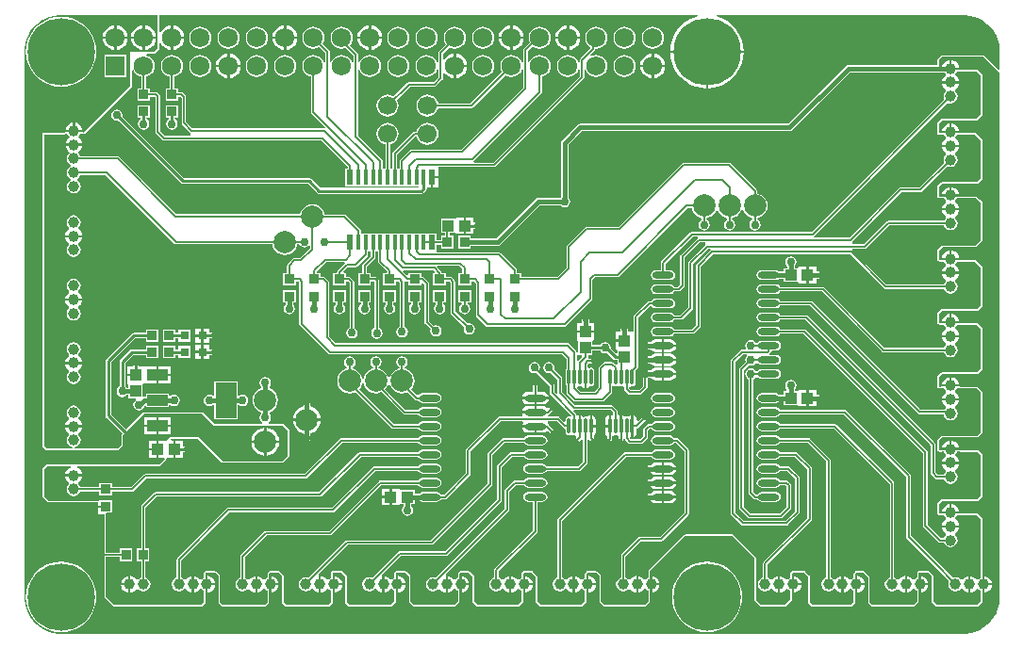
<source format=gtl>
G04*
G04 #@! TF.GenerationSoftware,Altium Limited,Altium Designer,20.2.6 (244)*
G04*
G04 Layer_Physical_Order=1*
G04 Layer_Color=255*
%FSLAX25Y25*%
%MOIN*%
G70*
G04*
G04 #@! TF.SameCoordinates,16103AC2-7A70-4061-B61C-7C21802C26CC*
G04*
G04*
G04 #@! TF.FilePolarity,Positive*
G04*
G01*
G75*
%ADD15R,0.03543X0.03347*%
%ADD16R,0.03347X0.03543*%
%ADD17C,0.07874*%
%ADD18R,0.03150X0.03150*%
%ADD19R,0.04134X0.03937*%
%ADD20R,0.07284X0.12598*%
%ADD21R,0.07284X0.03937*%
%ADD22R,0.03937X0.04134*%
%ADD23O,0.07480X0.02362*%
%ADD24O,0.01181X0.05709*%
%ADD25R,0.02362X0.05315*%
%ADD26R,0.01575X0.05315*%
%ADD44C,0.00600*%
%ADD45C,0.01598*%
%ADD46C,0.01600*%
%ADD47C,0.01000*%
%ADD48C,0.00800*%
%ADD49C,0.03937*%
%ADD50C,0.23819*%
%ADD51C,0.06693*%
%ADD52C,0.06791*%
%ADD53R,0.06791X0.06791*%
%ADD54C,0.02953*%
G36*
X335219Y219455D02*
X336864Y219018D01*
X338438Y218369D01*
X339913Y217519D01*
X341264Y216484D01*
X342468Y215280D01*
X343503Y213929D01*
X344353Y212454D01*
X345002Y210880D01*
X345439Y209235D01*
X345657Y207547D01*
X345654Y206696D01*
X345654Y206694D01*
X345654Y206693D01*
Y200410D01*
X345192Y200219D01*
X340146Y205265D01*
X339764Y205423D01*
X339764Y205423D01*
X325276D01*
X325276Y205423D01*
X324893Y205265D01*
X323633Y204005D01*
X323633Y204005D01*
X323633Y204005D01*
X323565Y203840D01*
X323475Y203622D01*
X323475Y203622D01*
X323475Y203622D01*
X323475Y202427D01*
X323121Y202074D01*
X292087D01*
X291579Y201973D01*
X291149Y201685D01*
X270711Y181247D01*
X197323D01*
X196816Y181146D01*
X196386Y180859D01*
X190874Y175347D01*
X190586Y174917D01*
X190486Y174409D01*
Y155153D01*
X190386Y155086D01*
X190320Y154987D01*
X182441D01*
X181934Y154886D01*
X181504Y154599D01*
X167482Y140577D01*
X158571D01*
Y141524D01*
X154224D01*
Y136980D01*
X158571D01*
Y137926D01*
X168032D01*
X168539Y138027D01*
X168969Y138315D01*
X182990Y152336D01*
X190320D01*
X190386Y152236D01*
X191040Y151800D01*
X191811Y151646D01*
X192582Y151800D01*
X193236Y152236D01*
X193673Y152890D01*
X193826Y153661D01*
X193673Y154433D01*
X193236Y155086D01*
X193137Y155153D01*
Y173860D01*
X197872Y178596D01*
X271260D01*
X271767Y178697D01*
X272197Y178984D01*
X292636Y199423D01*
X326145D01*
X326449Y198968D01*
X326605Y198864D01*
X326563Y198291D01*
X326111Y197944D01*
X325635Y197324D01*
X325336Y196602D01*
X325287Y196227D01*
X328228D01*
X331170D01*
X331120Y196602D01*
X330821Y197324D01*
X330346Y197944D01*
X329894Y198291D01*
X329852Y198864D01*
X330008Y198968D01*
X330554Y199785D01*
X330558Y199807D01*
X331444D01*
X331509Y199775D01*
X331527Y199781D01*
X331545Y199774D01*
X337374D01*
X338869Y198279D01*
X338868Y184634D01*
X337217Y182982D01*
X325038D01*
X325038Y182982D01*
X324655Y182824D01*
X324655Y182824D01*
X323632Y181800D01*
X323632Y181800D01*
X323632Y181800D01*
X323555Y181614D01*
X323473Y181418D01*
X323473Y181418D01*
X323473Y181417D01*
X323475Y177874D01*
X323553Y177684D01*
X323633Y177491D01*
X323633Y177491D01*
X323633Y177491D01*
X323827Y177411D01*
X324016Y177333D01*
X324912D01*
X324929Y177340D01*
X324947Y177334D01*
X325012Y177366D01*
X325899D01*
X325903Y177344D01*
X326449Y176527D01*
X326605Y176423D01*
X326563Y175850D01*
X326111Y175503D01*
X325635Y174883D01*
X325336Y174161D01*
X325287Y173786D01*
X328228D01*
X331170D01*
X331120Y174161D01*
X330821Y174883D01*
X330346Y175503D01*
X329894Y175850D01*
X329852Y176423D01*
X330008Y176527D01*
X330554Y177344D01*
X330558Y177366D01*
X331444D01*
X331509Y177334D01*
X331527Y177340D01*
X331545Y177333D01*
X336941D01*
X338869Y175405D01*
X338868Y161957D01*
X337453Y160541D01*
X325037D01*
X325037Y160541D01*
X325037Y160541D01*
X324845Y160462D01*
X324655Y160383D01*
X324654Y160382D01*
X324654Y160382D01*
X323633Y159359D01*
X323633Y159359D01*
X323633Y159359D01*
X323633Y159359D01*
X323553Y159165D01*
X323475Y158976D01*
Y158976D01*
X323475Y158976D01*
X323475Y158976D01*
X323475Y155787D01*
X323475Y155787D01*
X323633Y155404D01*
X323987Y155050D01*
X324369Y154892D01*
X324369Y154892D01*
X324912D01*
X324929Y154899D01*
X324947Y154893D01*
X325012Y154925D01*
X325899D01*
X325903Y154903D01*
X326449Y154086D01*
X326605Y153982D01*
X326563Y153409D01*
X326111Y153062D01*
X325635Y152442D01*
X325336Y151720D01*
X325287Y151345D01*
X328228D01*
X331170D01*
X331120Y151720D01*
X330821Y152442D01*
X330346Y153062D01*
X329894Y153409D01*
X329852Y153982D01*
X330008Y154086D01*
X330554Y154903D01*
X330558Y154925D01*
X331445D01*
X331509Y154893D01*
X331527Y154899D01*
X331545Y154892D01*
X336938Y154892D01*
X338868Y153284D01*
X338868Y140106D01*
X336862Y138100D01*
X325354Y138100D01*
X324972Y137942D01*
X324972Y137942D01*
X323646Y136616D01*
X323567Y136425D01*
X323488Y136236D01*
X323476Y133349D01*
X323476Y133348D01*
X323476Y133347D01*
X323554Y133158D01*
X323633Y132965D01*
X323633Y132965D01*
X323633Y132965D01*
X323986Y132610D01*
X323987Y132610D01*
X323987Y132609D01*
X324177Y132531D01*
X324369Y132451D01*
X324369Y132451D01*
X324370Y132451D01*
X324912D01*
X324929Y132458D01*
X324948Y132452D01*
X325012Y132484D01*
X325899D01*
X325903Y132462D01*
X326449Y131646D01*
X326605Y131541D01*
X326563Y130968D01*
X326111Y130621D01*
X325635Y130001D01*
X325336Y129279D01*
X325287Y128904D01*
X328228D01*
X331170D01*
X331120Y129279D01*
X330821Y130001D01*
X330346Y130621D01*
X329894Y130968D01*
X329852Y131541D01*
X330008Y131646D01*
X330554Y132462D01*
X330558Y132484D01*
X331444D01*
X331509Y132452D01*
X331527Y132458D01*
X331545Y132451D01*
X336902D01*
X338868Y130485D01*
X338847Y116985D01*
X337521Y115659D01*
X325158D01*
X325157Y115659D01*
X324775Y115501D01*
X324775Y115501D01*
X323633Y114359D01*
X323633Y114359D01*
X323633Y114359D01*
X323558Y114178D01*
X323474Y113976D01*
X323474Y113976D01*
X323474Y113976D01*
X323474Y110905D01*
X323474Y110905D01*
X323633Y110522D01*
X323986Y110169D01*
X324369Y110010D01*
X324369Y110010D01*
X324912D01*
X324929Y110017D01*
X324948Y110011D01*
X325012Y110043D01*
X325899D01*
X325903Y110021D01*
X326449Y109205D01*
X326605Y109100D01*
X326563Y108527D01*
X326111Y108180D01*
X325635Y107560D01*
X325336Y106838D01*
X325287Y106463D01*
X328228D01*
X331170D01*
X331120Y106838D01*
X330821Y107560D01*
X330346Y108180D01*
X329894Y108527D01*
X329852Y109100D01*
X330008Y109205D01*
X330554Y110021D01*
X330558Y110043D01*
X331445D01*
X331509Y110011D01*
X331527Y110017D01*
X331545Y110010D01*
X337560D01*
X338868Y108702D01*
X338862Y94560D01*
X337521Y93218D01*
X325079D01*
X324696Y93060D01*
X324696Y93060D01*
X323633Y91997D01*
X323633Y91997D01*
X323474Y91614D01*
X323474Y91614D01*
Y88110D01*
X323633Y87727D01*
X324016Y87569D01*
X324917D01*
X324935Y87576D01*
X324953Y87570D01*
X325097Y87642D01*
X325899D01*
X325903Y87620D01*
X326449Y86803D01*
X326605Y86699D01*
X326563Y86125D01*
X326111Y85779D01*
X325635Y85158D01*
X325336Y84436D01*
X325287Y84061D01*
X328228D01*
X331170D01*
X331120Y84436D01*
X330821Y85158D01*
X330346Y85779D01*
X329894Y86125D01*
X329852Y86699D01*
X330008Y86803D01*
X330554Y87620D01*
X330558Y87642D01*
X331360D01*
X331504Y87570D01*
X331522Y87576D01*
X331539Y87569D01*
X337560D01*
X338868Y86261D01*
X338869Y71879D01*
X337768Y70777D01*
X325197D01*
X325197Y70777D01*
X324814Y70619D01*
X323634Y69438D01*
X323634Y69438D01*
X323634Y69438D01*
X323634Y69438D01*
X323603Y69365D01*
X323475Y69056D01*
X323475Y69055D01*
X323474Y66023D01*
X323474Y66023D01*
X323474Y66023D01*
X323542Y65859D01*
X323633Y65640D01*
X323633Y65640D01*
X323633Y65640D01*
X323986Y65287D01*
X323987Y65287D01*
X323987Y65287D01*
X324167Y65212D01*
X324369Y65128D01*
X324369Y65128D01*
X324369Y65128D01*
X324912D01*
X324929Y65135D01*
X324948Y65129D01*
X325012Y65161D01*
X325899D01*
X325903Y65139D01*
X326449Y64323D01*
X326605Y64218D01*
X326563Y63645D01*
X326111Y63298D01*
X325635Y62678D01*
X325336Y61956D01*
X325287Y61581D01*
X328228D01*
X331170D01*
X331120Y61956D01*
X330821Y62678D01*
X330346Y63298D01*
X329894Y63645D01*
X329852Y64218D01*
X330008Y64323D01*
X330554Y65139D01*
X330558Y65161D01*
X331445D01*
X331509Y65129D01*
X331527Y65135D01*
X331545Y65128D01*
X337807D01*
X338868Y64067D01*
X338869Y49685D01*
X337521Y48336D01*
X325197Y48336D01*
X324814Y48178D01*
X324814Y48178D01*
X323633Y46997D01*
X323474Y46614D01*
X323474Y46614D01*
X323475Y43228D01*
X323633Y42846D01*
X324016Y42687D01*
X324912D01*
X324930Y42694D01*
X324948Y42688D01*
X325012Y42720D01*
X325899D01*
X325903Y42698D01*
X326449Y41882D01*
X326605Y41778D01*
X326563Y41204D01*
X326111Y40857D01*
X325635Y40237D01*
X325336Y39515D01*
X325287Y39140D01*
X328228D01*
X331170D01*
X331120Y39515D01*
X330821Y40237D01*
X330346Y40857D01*
X329894Y41204D01*
X329852Y41778D01*
X330008Y41882D01*
X330554Y42698D01*
X330558Y42720D01*
X331445D01*
X331509Y42688D01*
X331527Y42694D01*
X331545Y42687D01*
X337560D01*
X338846Y41401D01*
X338846Y21547D01*
X338854Y21529D01*
X338848Y21511D01*
X338862Y21482D01*
Y20558D01*
X338840Y20554D01*
X338023Y20008D01*
X337919Y19852D01*
X337346Y19894D01*
X336999Y20346D01*
X336379Y20821D01*
X335657Y21120D01*
X335282Y21170D01*
Y18228D01*
Y15287D01*
X335657Y15336D01*
X336379Y15635D01*
X336999Y16111D01*
X337346Y16563D01*
X337919Y16605D01*
X338023Y16449D01*
X338840Y15903D01*
X338862Y15899D01*
Y14974D01*
X338848Y14945D01*
X338854Y14927D01*
X338846Y14910D01*
Y12250D01*
X337521Y10924D01*
X323385D01*
X322037Y12271D01*
Y21339D01*
X321879Y21721D01*
X321879Y21721D01*
X320776Y22824D01*
X320394Y22982D01*
X320394Y22982D01*
X316929D01*
X316546Y22824D01*
X316388Y22441D01*
Y21545D01*
X316395Y21527D01*
X316389Y21509D01*
X316421Y21444D01*
Y20558D01*
X316399Y20554D01*
X315582Y20008D01*
X315478Y19852D01*
X314905Y19894D01*
X314558Y20346D01*
X313938Y20821D01*
X313216Y21120D01*
X312841Y21170D01*
Y18228D01*
Y15287D01*
X313216Y15336D01*
X313938Y15635D01*
X314558Y16111D01*
X314905Y16563D01*
X315478Y16605D01*
X315582Y16449D01*
X316399Y15903D01*
X316421Y15899D01*
Y15012D01*
X316389Y14947D01*
X316395Y14930D01*
X316388Y14912D01*
Y12232D01*
X315080Y10924D01*
X300589D01*
X299596Y11917D01*
X299596Y20669D01*
X299596Y20669D01*
X299438Y21052D01*
X299438Y21052D01*
X297679Y22810D01*
Y22810D01*
X297679Y22810D01*
X297678Y22812D01*
X297487Y22891D01*
X297298Y22970D01*
X297295Y22970D01*
X297295Y22970D01*
X297295Y22970D01*
X294845Y22981D01*
X294844Y22981D01*
X294844Y22981D01*
X294655Y22903D01*
X294461Y22824D01*
X294461Y22823D01*
X294461Y22823D01*
X294106Y22470D01*
X294106Y22470D01*
X294106Y22469D01*
X294026Y22277D01*
X293947Y22088D01*
X293947Y22087D01*
X293947Y22087D01*
Y21545D01*
X293954Y21527D01*
X293948Y21509D01*
X293980Y21444D01*
Y20558D01*
X293958Y20554D01*
X293142Y20008D01*
X293037Y19852D01*
X292464Y19894D01*
X292117Y20346D01*
X291497Y20821D01*
X290775Y21120D01*
X290400Y21170D01*
Y18228D01*
Y15287D01*
X290775Y15336D01*
X291497Y15635D01*
X292117Y16111D01*
X292464Y16563D01*
X293037Y16605D01*
X293142Y16449D01*
X293958Y15903D01*
X293980Y15899D01*
Y15012D01*
X293948Y14947D01*
X293954Y14930D01*
X293947Y14912D01*
Y11878D01*
X292993Y10924D01*
X279408D01*
X278455Y11878D01*
Y21063D01*
X278376Y21252D01*
X278298Y21443D01*
X276937Y22821D01*
X276935Y22822D01*
X276935Y22824D01*
X276745Y22902D01*
X276555Y22982D01*
X276554Y22982D01*
X276552Y22982D01*
X272441Y22982D01*
X272441Y22982D01*
X272236Y22897D01*
X272058Y22824D01*
X272058Y22824D01*
X271665Y22430D01*
X271506Y22047D01*
X271506Y22047D01*
Y21545D01*
X271513Y21527D01*
X271507Y21509D01*
X271539Y21445D01*
Y20558D01*
X271517Y20554D01*
X270701Y20008D01*
X270596Y19852D01*
X270023Y19894D01*
X269676Y20346D01*
X269056Y20821D01*
X268334Y21120D01*
X267959Y21170D01*
Y18228D01*
Y15287D01*
X268334Y15336D01*
X269056Y15635D01*
X269676Y16111D01*
X270023Y16563D01*
X270596Y16605D01*
X270701Y16449D01*
X271517Y15903D01*
X271539Y15899D01*
Y15012D01*
X271507Y14947D01*
X271513Y14930D01*
X271506Y14912D01*
Y12744D01*
X269638Y10876D01*
X261228D01*
X259360Y12744D01*
Y27598D01*
X259202Y27981D01*
X259202Y27981D01*
X251367Y35816D01*
X250984Y35974D01*
X250984Y35974D01*
X234488D01*
X234105Y35816D01*
X234105Y35816D01*
X221546Y23257D01*
X221388Y22874D01*
X221388Y22874D01*
Y21545D01*
X221395Y21527D01*
X221389Y21509D01*
X221421Y21445D01*
Y20558D01*
X221399Y20554D01*
X220583Y20008D01*
X220478Y19852D01*
X219905Y19894D01*
X219558Y20346D01*
X218938Y20821D01*
X218216Y21121D01*
X217841Y21170D01*
Y18228D01*
Y15287D01*
X218216Y15336D01*
X218938Y15635D01*
X219558Y16111D01*
X219905Y16563D01*
X220478Y16605D01*
X220583Y16449D01*
X221399Y15903D01*
X221421Y15899D01*
Y15012D01*
X221389Y14947D01*
X221395Y14930D01*
X221388Y14912D01*
Y12232D01*
X220051Y10896D01*
X205972Y10896D01*
X204596Y12271D01*
Y21181D01*
X204596Y21181D01*
X204438Y21564D01*
X204438Y21564D01*
X203191Y22810D01*
Y22811D01*
X203191Y22811D01*
X203190Y22812D01*
X202999Y22891D01*
X202809Y22970D01*
X202807Y22970D01*
X202807Y22970D01*
X202807Y22970D01*
X199844Y22981D01*
X199844Y22981D01*
X199843Y22981D01*
X199655Y22903D01*
X199461Y22824D01*
X199461Y22823D01*
X199460Y22823D01*
X199106Y22470D01*
X199106Y22470D01*
X199106Y22470D01*
X199026Y22277D01*
X198947Y22088D01*
X198947Y22087D01*
X198947Y22087D01*
Y21545D01*
X198954Y21527D01*
X198948Y21509D01*
X198980Y21445D01*
Y20558D01*
X198958Y20554D01*
X198142Y20008D01*
X198037Y19852D01*
X197464Y19894D01*
X197117Y20346D01*
X196497Y20821D01*
X195775Y21121D01*
X195400Y21170D01*
Y18228D01*
Y15287D01*
X195775Y15336D01*
X196497Y15635D01*
X197117Y16111D01*
X197464Y16563D01*
X198037Y16605D01*
X198142Y16449D01*
X198958Y15903D01*
X198980Y15899D01*
Y15012D01*
X198948Y14947D01*
X198954Y14930D01*
X198947Y14912D01*
Y12232D01*
X197610Y10896D01*
X183531Y10896D01*
X182155Y12271D01*
Y21063D01*
X181997Y21446D01*
X181997Y21446D01*
X180620Y22822D01*
Y22822D01*
X180620Y22822D01*
X180620Y22822D01*
X180420Y22905D01*
X180238Y22981D01*
X180238D01*
X180238Y22981D01*
X180237Y22981D01*
X177401Y22982D01*
X177401Y22982D01*
X177401Y22982D01*
X177204Y22900D01*
X177018Y22824D01*
X177018Y22824D01*
X177018Y22824D01*
X176665Y22470D01*
X176665Y22470D01*
X176665Y22470D01*
X176592Y22295D01*
X176506Y22087D01*
X176506Y22087D01*
X176506Y22087D01*
Y21545D01*
X176513Y21527D01*
X176507Y21509D01*
X176539Y21444D01*
Y20558D01*
X176517Y20554D01*
X175701Y20008D01*
X175596Y19852D01*
X175023Y19894D01*
X174676Y20346D01*
X174056Y20821D01*
X173334Y21120D01*
X172959Y21170D01*
Y18228D01*
Y15287D01*
X173334Y15336D01*
X174056Y15635D01*
X174676Y16111D01*
X175023Y16563D01*
X175596Y16605D01*
X175701Y16449D01*
X176517Y15903D01*
X176539Y15899D01*
Y15012D01*
X176507Y14947D01*
X176513Y14930D01*
X176506Y14912D01*
Y12232D01*
X175170Y10895D01*
X161090Y10896D01*
X159714Y12271D01*
Y21112D01*
X159556Y21495D01*
X159556Y21495D01*
X158228Y22823D01*
Y22823D01*
X157845Y22982D01*
X157845Y22982D01*
X154960Y22982D01*
X154960Y22982D01*
X154577Y22823D01*
X154577Y22823D01*
X154224Y22470D01*
X154224Y22470D01*
X154065Y22087D01*
X154065Y22087D01*
Y21545D01*
X154072Y21527D01*
X154066Y21509D01*
X154098Y21444D01*
Y20558D01*
X154076Y20554D01*
X153260Y20008D01*
X153155Y19852D01*
X152582Y19894D01*
X152235Y20346D01*
X151615Y20821D01*
X150893Y21120D01*
X150518Y21170D01*
Y18228D01*
Y15287D01*
X150893Y15336D01*
X151615Y15635D01*
X152235Y16111D01*
X152582Y16563D01*
X153155Y16605D01*
X153260Y16449D01*
X154076Y15903D01*
X154098Y15899D01*
Y15012D01*
X154066Y14947D01*
X154072Y14930D01*
X154065Y14912D01*
X154065Y12232D01*
X152757Y10923D01*
X138649Y10896D01*
X137274Y12271D01*
X137274Y21142D01*
X137274Y21142D01*
X137115Y21524D01*
X137115Y21524D01*
X135816Y22824D01*
X135816Y22824D01*
X135433Y22982D01*
X135433Y22982D01*
X132165D01*
X131783Y22824D01*
X131624Y22441D01*
Y21545D01*
X131631Y21527D01*
X131625Y21509D01*
X131657Y21444D01*
Y20558D01*
X131635Y20554D01*
X130819Y20008D01*
X130714Y19852D01*
X130141Y19894D01*
X129794Y20346D01*
X129174Y20821D01*
X128452Y21120D01*
X128077Y21170D01*
Y18228D01*
Y15287D01*
X128452Y15336D01*
X129174Y15635D01*
X129794Y16111D01*
X130141Y16563D01*
X130714Y16605D01*
X130819Y16449D01*
X131635Y15903D01*
X131657Y15899D01*
Y15012D01*
X131625Y14947D01*
X131631Y14930D01*
X131624Y14912D01*
Y12232D01*
X130299Y10907D01*
X115866Y10896D01*
X115854D01*
X114832Y11917D01*
X114832Y21142D01*
X114832Y21142D01*
X114674Y21524D01*
X113375Y22824D01*
X112992Y22982D01*
X112992Y22982D01*
X109724Y22982D01*
X109342Y22824D01*
X109183Y22441D01*
Y21545D01*
X109190Y21527D01*
X109184Y21509D01*
X109216Y21444D01*
Y20558D01*
X109194Y20554D01*
X108378Y20008D01*
X108273Y19852D01*
X107700Y19894D01*
X107353Y20346D01*
X106733Y20821D01*
X106011Y21120D01*
X105636Y21170D01*
Y18228D01*
Y15287D01*
X106011Y15336D01*
X106733Y15635D01*
X107353Y16111D01*
X107700Y16563D01*
X108273Y16605D01*
X108378Y16449D01*
X109194Y15903D01*
X109216Y15899D01*
Y15012D01*
X109184Y14947D01*
X109190Y14930D01*
X109183Y14912D01*
Y11878D01*
X108201Y10896D01*
X93430Y10878D01*
X92392Y11917D01*
X92392Y21299D01*
X92233Y21682D01*
X92233Y21682D01*
X91091Y22824D01*
X91091Y22824D01*
X90709Y22982D01*
X90709Y22982D01*
X87637Y22982D01*
X87637Y22982D01*
X87254Y22824D01*
X86901Y22470D01*
X86742Y22087D01*
X86742Y22087D01*
Y21545D01*
X86750Y21527D01*
X86743Y21509D01*
X86775Y21444D01*
Y20558D01*
X86753Y20554D01*
X85937Y20008D01*
X85833Y19852D01*
X85259Y19894D01*
X84913Y20346D01*
X84292Y20821D01*
X83570Y21120D01*
X83195Y21170D01*
Y18228D01*
Y15287D01*
X83570Y15336D01*
X84292Y15635D01*
X84913Y16111D01*
X85259Y16563D01*
X85833Y16605D01*
X85937Y16449D01*
X86753Y15903D01*
X86775Y15899D01*
Y15012D01*
X86743Y14947D01*
X86750Y14930D01*
X86742Y14912D01*
Y11878D01*
X85760Y10896D01*
X70972Y10896D01*
X69951Y11917D01*
Y21299D01*
X69951Y21299D01*
X69792Y21682D01*
X69792Y21682D01*
X68650Y22824D01*
X68268Y22982D01*
X68268Y22982D01*
X64842Y22982D01*
X64460Y22824D01*
X64301Y22441D01*
Y21545D01*
X64309Y21527D01*
X64302Y21509D01*
X64334Y21444D01*
Y20558D01*
X64312Y20554D01*
X63496Y20008D01*
X63392Y19852D01*
X62818Y19894D01*
X62471Y20346D01*
X61851Y20821D01*
X61129Y21120D01*
X60754Y21170D01*
Y18228D01*
Y15287D01*
X61129Y15336D01*
X61851Y15635D01*
X62471Y16111D01*
X62818Y16563D01*
X63392Y16605D01*
X63496Y16449D01*
X64312Y15903D01*
X64334Y15899D01*
Y15012D01*
X64302Y14948D01*
X64309Y14930D01*
X64301Y14912D01*
X64301Y11878D01*
X63319Y10896D01*
X49252Y10896D01*
X41102Y10896D01*
X32548D01*
X29675Y13769D01*
Y27846D01*
X34559D01*
Y26390D01*
X38906D01*
Y30933D01*
X34559D01*
Y29477D01*
X29675D01*
Y43075D01*
X30009Y43575D01*
X31799D01*
Y47921D01*
X27256D01*
X27256Y47921D01*
Y47921D01*
X26756Y47706D01*
X9437Y47706D01*
X7707Y49437D01*
Y58949D01*
X8807Y60049D01*
X17078D01*
X17177Y59549D01*
X16731Y59365D01*
X16111Y58889D01*
X15635Y58269D01*
X15336Y57547D01*
X15287Y57172D01*
X18228D01*
X21170D01*
X21120Y57547D01*
X20821Y58269D01*
X20346Y58889D01*
X19725Y59365D01*
X19279Y59549D01*
X19379Y60049D01*
X48480D01*
X48863Y60208D01*
X48863Y60208D01*
X50867Y62212D01*
X50908Y62311D01*
X50984Y62387D01*
Y62495D01*
X51025Y62594D01*
X51135Y62853D01*
X51363Y63095D01*
X53359D01*
Y66063D01*
Y69032D01*
X52886D01*
X52636Y69532D01*
X52758Y69695D01*
X62138Y69695D01*
X70483Y61350D01*
X70866Y61191D01*
X70866Y61191D01*
X91732D01*
X91732Y61191D01*
X92115Y61350D01*
X94202Y63436D01*
X94360Y63819D01*
X94360Y63819D01*
X94360Y72795D01*
X94360Y72795D01*
X94202Y73178D01*
X94201Y73178D01*
X92706Y74674D01*
X92706Y74674D01*
X92323Y74833D01*
X92323Y74832D01*
X87121D01*
X87064Y74914D01*
X87190Y75594D01*
X87409Y75740D01*
X87846Y76394D01*
X87999Y77165D01*
X87846Y77937D01*
X87409Y78590D01*
X87349Y78631D01*
X87367Y79116D01*
X88222Y79470D01*
X89149Y80182D01*
X89860Y81109D01*
X90307Y82188D01*
X90460Y83346D01*
X90307Y84504D01*
X89860Y85584D01*
X89149Y86511D01*
X88222Y87222D01*
X87366Y87576D01*
X87348Y88062D01*
X87409Y88103D01*
X87846Y88756D01*
X87999Y89528D01*
X87846Y90299D01*
X87409Y90952D01*
X86755Y91389D01*
X85984Y91543D01*
X85213Y91389D01*
X84559Y90952D01*
X84123Y90299D01*
X83969Y89528D01*
X84123Y88756D01*
X84559Y88103D01*
X84621Y88062D01*
X84602Y87576D01*
X83747Y87222D01*
X82820Y86511D01*
X82108Y85584D01*
X81661Y84504D01*
X81509Y83346D01*
X81661Y82188D01*
X82108Y81109D01*
X82820Y80182D01*
X83747Y79470D01*
X84602Y79116D01*
X84620Y78631D01*
X84559Y78590D01*
X84123Y77937D01*
X83969Y77165D01*
X84123Y76394D01*
X84559Y75740D01*
X84779Y75594D01*
X84905Y74914D01*
X84847Y74832D01*
X68019Y74832D01*
X63965Y78887D01*
X63583Y79045D01*
X63583Y79045D01*
X43031D01*
X42649Y78887D01*
X42649Y78887D01*
X36815Y73053D01*
X31571Y78296D01*
Y96900D01*
X39832Y105161D01*
X43693D01*
Y103909D01*
X48039D01*
Y108453D01*
X43693D01*
Y107201D01*
X39409D01*
X39019Y107123D01*
X38688Y106902D01*
X29830Y98044D01*
X29609Y97713D01*
X29532Y97323D01*
Y77874D01*
X29609Y77484D01*
X29830Y77153D01*
X35373Y71610D01*
X35247Y71485D01*
X35089Y71102D01*
X35089Y71102D01*
Y67468D01*
X33831Y66211D01*
X18550D01*
X18500Y66711D01*
X19192Y66848D01*
X20008Y67393D01*
X20554Y68210D01*
X20745Y69173D01*
X20554Y70136D01*
X20008Y70953D01*
X19852Y71057D01*
X19894Y71631D01*
X20346Y71977D01*
X20821Y72597D01*
X21120Y73320D01*
X21170Y73694D01*
X18228D01*
X15287D01*
X15336Y73320D01*
X15635Y72597D01*
X16111Y71977D01*
X16563Y71631D01*
X16605Y71057D01*
X16449Y70953D01*
X15903Y70136D01*
X15711Y69173D01*
X15903Y68210D01*
X16449Y67393D01*
X17265Y66848D01*
X17956Y66711D01*
X17907Y66211D01*
X8807D01*
X7707Y67311D01*
X7706Y177451D01*
X15027D01*
X15045Y177458D01*
X15063Y177452D01*
X15234Y177536D01*
X15410Y177609D01*
X15417Y177627D01*
X15434Y177635D01*
X15496Y177706D01*
X15664Y177717D01*
X16009Y177696D01*
X16527Y176921D01*
X16683Y176817D01*
X16642Y176243D01*
X16190Y175897D01*
X15714Y175277D01*
X15415Y174555D01*
X15366Y174179D01*
X18307D01*
X21249D01*
X21199Y174555D01*
X20900Y175277D01*
X20424Y175897D01*
X19973Y176243D01*
X19931Y176817D01*
X20087Y176921D01*
X20632Y177738D01*
X20637Y177760D01*
X21302D01*
X21494Y177665D01*
X21618Y177657D01*
X21733Y177609D01*
X21817Y177644D01*
X21907Y177638D01*
X22001Y177720D01*
X22116Y177768D01*
X38690Y194342D01*
X38848Y194724D01*
X38848Y194724D01*
Y200112D01*
X39348Y200211D01*
X39550Y199724D01*
X40174Y198910D01*
X40988Y198286D01*
X41936Y197894D01*
X42137Y197867D01*
Y193807D01*
X40681D01*
Y189461D01*
X45224D01*
Y190818D01*
X46965D01*
X47177Y190607D01*
Y178386D01*
X47176Y178386D01*
X47238Y178074D01*
X47415Y177809D01*
X49738Y175486D01*
X49738Y175486D01*
X50003Y175309D01*
X50315Y175247D01*
X50315Y175247D01*
X105961D01*
X115188Y166020D01*
Y165461D01*
X114323D01*
Y159146D01*
X140240D01*
X140494Y158646D01*
X140386Y158500D01*
X105344D01*
X102217Y161627D01*
X101886Y161847D01*
X101496Y161925D01*
X57233D01*
X35385Y183774D01*
X35480Y184252D01*
X35326Y185023D01*
X34890Y185677D01*
X34236Y186114D01*
X33465Y186267D01*
X32693Y186114D01*
X32040Y185677D01*
X31603Y185023D01*
X31449Y184252D01*
X31603Y183481D01*
X32040Y182827D01*
X32693Y182390D01*
X33465Y182237D01*
X33943Y182332D01*
X56090Y160185D01*
X56421Y159964D01*
X56811Y159886D01*
X101074D01*
X104200Y156759D01*
X104531Y156538D01*
X104921Y156461D01*
X141142D01*
X141532Y156538D01*
X141863Y156759D01*
X142729Y157625D01*
X142950Y157956D01*
X143027Y158346D01*
Y158646D01*
X144541D01*
Y162303D01*
X144941D01*
Y162703D01*
X147122D01*
Y165838D01*
X166850D01*
X166850Y165838D01*
X167163Y165900D01*
X167427Y166077D01*
X198535Y197184D01*
X198535Y197184D01*
X198712Y197449D01*
X198774Y197761D01*
Y200292D01*
X199274Y200392D01*
X199550Y199724D01*
X200174Y198910D01*
X200988Y198286D01*
X201936Y197894D01*
X202953Y197760D01*
X203970Y197894D01*
X204917Y198286D01*
X205731Y198910D01*
X206356Y199724D01*
X206748Y200672D01*
X206882Y201689D01*
X206748Y202706D01*
X206356Y203654D01*
X205731Y204467D01*
X204917Y205092D01*
X203970Y205484D01*
X202953Y205618D01*
X201936Y205484D01*
X201269Y205208D01*
X200985Y205632D01*
X202345Y206991D01*
X202522Y207256D01*
X202584Y207568D01*
X203007Y207767D01*
X203970Y207894D01*
X204917Y208286D01*
X205731Y208911D01*
X206356Y209724D01*
X206748Y210672D01*
X206882Y211689D01*
X206748Y212706D01*
X206356Y213654D01*
X205731Y214467D01*
X204917Y215092D01*
X203970Y215484D01*
X202953Y215618D01*
X201936Y215484D01*
X200988Y215092D01*
X200174Y214467D01*
X199550Y213654D01*
X199157Y212706D01*
X199023Y211689D01*
X199157Y210672D01*
X199550Y209724D01*
X200174Y208911D01*
X200874Y208374D01*
X200897Y207850D01*
X197381Y204335D01*
X197204Y204070D01*
X197142Y203758D01*
X197142Y203758D01*
Y203061D01*
X196642Y202962D01*
X196356Y203654D01*
X195731Y204467D01*
X194917Y205092D01*
X193970Y205484D01*
X192953Y205618D01*
X191936Y205484D01*
X190988Y205092D01*
X190174Y204467D01*
X189550Y203654D01*
X189157Y202706D01*
X189023Y201689D01*
X189157Y200672D01*
X189550Y199724D01*
X190174Y198910D01*
X190988Y198286D01*
X191936Y197894D01*
X192953Y197760D01*
X193970Y197894D01*
X194917Y198286D01*
X195731Y198910D01*
X196356Y199724D01*
X196642Y200416D01*
X197142Y200317D01*
Y198099D01*
X166513Y167469D01*
X159748D01*
X159597Y167969D01*
X159711Y168045D01*
X183529Y191864D01*
X183529Y191864D01*
X183706Y192129D01*
X183768Y192441D01*
Y197867D01*
X183970Y197894D01*
X184917Y198286D01*
X185731Y198910D01*
X186356Y199724D01*
X186748Y200672D01*
X186882Y201689D01*
X186748Y202706D01*
X186356Y203654D01*
X185731Y204467D01*
X184917Y205092D01*
X183970Y205484D01*
X182953Y205618D01*
X181936Y205484D01*
X180988Y205092D01*
X180174Y204467D01*
X179550Y203654D01*
X179263Y202962D01*
X178763Y203061D01*
Y206980D01*
X180468Y208685D01*
X180988Y208286D01*
X181936Y207894D01*
X182953Y207760D01*
X183970Y207894D01*
X184917Y208286D01*
X185731Y208911D01*
X186356Y209724D01*
X186748Y210672D01*
X186882Y211689D01*
X186748Y212706D01*
X186356Y213654D01*
X185731Y214467D01*
X184917Y215092D01*
X183970Y215484D01*
X182953Y215618D01*
X181936Y215484D01*
X180988Y215092D01*
X180174Y214467D01*
X179550Y213654D01*
X179157Y212706D01*
X179024Y211689D01*
X179157Y210672D01*
X179448Y209971D01*
X177371Y207894D01*
X177194Y207630D01*
X177132Y207318D01*
X177132Y207318D01*
Y203086D01*
X176632Y202987D01*
X176356Y203654D01*
X175731Y204467D01*
X174917Y205092D01*
X173970Y205484D01*
X172953Y205618D01*
X171936Y205484D01*
X170988Y205092D01*
X170174Y204467D01*
X169550Y203654D01*
X169157Y202706D01*
X169024Y201689D01*
X169157Y200672D01*
X169550Y199724D01*
X169674Y199563D01*
X158564Y188453D01*
X147040D01*
X147015Y188642D01*
X146628Y189578D01*
X146011Y190381D01*
X145208Y190998D01*
X144272Y191385D01*
X143268Y191517D01*
X142264Y191385D01*
X141328Y190998D01*
X140524Y190381D01*
X139908Y189578D01*
X139520Y188642D01*
X139388Y187638D01*
X139520Y186634D01*
X139908Y185698D01*
X140524Y184895D01*
X141328Y184278D01*
X142264Y183890D01*
X143268Y183758D01*
X144272Y183890D01*
X145208Y184278D01*
X146011Y184895D01*
X146628Y185698D01*
X147015Y186634D01*
X147040Y186822D01*
X158902D01*
X158902Y186822D01*
X159214Y186884D01*
X159478Y187061D01*
X170827Y198410D01*
X170988Y198286D01*
X171936Y197894D01*
X172953Y197760D01*
X173970Y197894D01*
X174917Y198286D01*
X175731Y198910D01*
X176356Y199724D01*
X176632Y200392D01*
X177132Y200292D01*
Y193915D01*
X155253Y172036D01*
X137599D01*
X137598Y172036D01*
X137286Y171974D01*
X137022Y171797D01*
X137022Y171797D01*
X133734Y168510D01*
X133557Y168245D01*
X133495Y167933D01*
X133495Y167933D01*
Y165461D01*
X132568D01*
Y170312D01*
X139001Y176745D01*
X139515Y176671D01*
X139520Y176634D01*
X139908Y175698D01*
X140524Y174894D01*
X141328Y174278D01*
X142264Y173890D01*
X143268Y173758D01*
X144272Y173890D01*
X145208Y174278D01*
X146011Y174894D01*
X146628Y175698D01*
X147015Y176634D01*
X147147Y177638D01*
X147015Y178642D01*
X146628Y179578D01*
X146011Y180381D01*
X145208Y180998D01*
X144272Y181385D01*
X143268Y181517D01*
X142264Y181385D01*
X141328Y180998D01*
X140524Y180381D01*
X139908Y179578D01*
X139520Y178642D01*
X139496Y178454D01*
X138740D01*
X138740Y178454D01*
X138428Y178391D01*
X138163Y178215D01*
X138163Y178215D01*
X131175Y171226D01*
X130998Y170962D01*
X130936Y170650D01*
X130936Y170650D01*
Y165461D01*
X130018D01*
Y173864D01*
X130217Y173890D01*
X131152Y174278D01*
X131956Y174894D01*
X132572Y175698D01*
X132960Y176634D01*
X133092Y177638D01*
X132960Y178642D01*
X132572Y179578D01*
X131956Y180381D01*
X131152Y180998D01*
X130217Y181385D01*
X129213Y181517D01*
X128208Y181385D01*
X127273Y180998D01*
X126469Y180381D01*
X125853Y179578D01*
X125465Y178642D01*
X125333Y177638D01*
X125465Y176634D01*
X125853Y175698D01*
X126469Y174894D01*
X127273Y174278D01*
X128208Y173890D01*
X128387Y173867D01*
Y165461D01*
X127450D01*
Y168051D01*
X127450Y168051D01*
X127387Y168363D01*
X127211Y168628D01*
X118774Y177065D01*
Y200292D01*
X119274Y200392D01*
X119550Y199724D01*
X120174Y198910D01*
X120988Y198286D01*
X121936Y197894D01*
X122953Y197760D01*
X123970Y197894D01*
X124917Y198286D01*
X125731Y198910D01*
X126356Y199724D01*
X126748Y200672D01*
X126882Y201689D01*
X126748Y202706D01*
X126356Y203654D01*
X125731Y204467D01*
X124917Y205092D01*
X123970Y205484D01*
X122953Y205618D01*
X121936Y205484D01*
X120988Y205092D01*
X120174Y204467D01*
X119550Y203654D01*
X119274Y202987D01*
X118774Y203086D01*
Y205625D01*
X118774Y205625D01*
X118711Y205937D01*
X118535Y206202D01*
X118535Y206202D01*
X115772Y208964D01*
X116356Y209724D01*
X116748Y210672D01*
X116882Y211689D01*
X116748Y212706D01*
X116356Y213654D01*
X115731Y214467D01*
X114917Y215092D01*
X113970Y215484D01*
X112953Y215618D01*
X111936Y215484D01*
X110988Y215092D01*
X110174Y214467D01*
X109550Y213654D01*
X109157Y212706D01*
X109023Y211689D01*
X109157Y210672D01*
X109550Y209724D01*
X110174Y208911D01*
X110988Y208286D01*
X111936Y207894D01*
X112953Y207760D01*
X113970Y207894D01*
X114370Y208059D01*
X117142Y205287D01*
Y203061D01*
X116642Y202962D01*
X116356Y203654D01*
X115731Y204467D01*
X114917Y205092D01*
X113970Y205484D01*
X112953Y205618D01*
X111936Y205484D01*
X110988Y205092D01*
X110174Y204467D01*
X109550Y203654D01*
X109274Y202987D01*
X108774Y203086D01*
Y206684D01*
X108774Y206684D01*
X108712Y206996D01*
X108535Y207261D01*
X108535Y207261D01*
X106232Y209563D01*
X106356Y209724D01*
X106748Y210672D01*
X106882Y211689D01*
X106748Y212706D01*
X106356Y213654D01*
X105731Y214467D01*
X104917Y215092D01*
X103970Y215484D01*
X102953Y215618D01*
X101936Y215484D01*
X100988Y215092D01*
X100174Y214467D01*
X99550Y213654D01*
X99157Y212706D01*
X99023Y211689D01*
X99157Y210672D01*
X99550Y209724D01*
X100174Y208911D01*
X100988Y208286D01*
X101936Y207894D01*
X102953Y207760D01*
X103970Y207894D01*
X104917Y208286D01*
X105078Y208410D01*
X107142Y206346D01*
Y203061D01*
X106642Y202962D01*
X106356Y203654D01*
X105731Y204467D01*
X104917Y205092D01*
X103970Y205484D01*
X102953Y205618D01*
X101936Y205484D01*
X100988Y205092D01*
X100174Y204467D01*
X99550Y203654D01*
X99157Y202706D01*
X99023Y201689D01*
X99157Y200672D01*
X99550Y199724D01*
X100174Y198910D01*
X100988Y198286D01*
X101936Y197894D01*
X102137Y197867D01*
Y185315D01*
X102137Y185315D01*
X102199Y185003D01*
X102376Y184738D01*
X107147Y179967D01*
X106901Y179507D01*
X106850Y179516D01*
X106850Y179516D01*
X60299D01*
X57981Y181834D01*
Y190787D01*
X57981Y190787D01*
X57919Y191100D01*
X57742Y191364D01*
X57742Y191364D01*
X56896Y192211D01*
X56631Y192387D01*
X56319Y192449D01*
X56319Y192449D01*
X55224D01*
Y193807D01*
X53768D01*
Y197867D01*
X53970Y197894D01*
X54917Y198286D01*
X55731Y198910D01*
X56356Y199724D01*
X56748Y200672D01*
X56882Y201689D01*
X56748Y202706D01*
X56356Y203654D01*
X55731Y204467D01*
X54917Y205092D01*
X53970Y205484D01*
X52953Y205618D01*
X51936Y205484D01*
X50988Y205092D01*
X50174Y204467D01*
X49550Y203654D01*
X49157Y202706D01*
X49024Y201689D01*
X49157Y200672D01*
X49550Y199724D01*
X50174Y198910D01*
X50988Y198286D01*
X51936Y197894D01*
X52137Y197867D01*
Y193807D01*
X50681D01*
Y189461D01*
X55224D01*
Y190818D01*
X55981D01*
X56350Y190450D01*
Y181496D01*
X56350Y181496D01*
X56412Y181184D01*
X56589Y180919D01*
X59280Y178228D01*
X59384Y178124D01*
X59384Y178124D01*
X59384Y178124D01*
X59649Y177856D01*
X59649Y177399D01*
X59669Y177379D01*
X59461Y176879D01*
X50653D01*
X48808Y178724D01*
Y190945D01*
X48746Y191257D01*
X48569Y191522D01*
X48569Y191522D01*
X47880Y192211D01*
X47615Y192387D01*
X47303Y192449D01*
X47303Y192449D01*
X45224D01*
Y193807D01*
X43768D01*
Y197867D01*
X43970Y197894D01*
X44917Y198286D01*
X45731Y198910D01*
X46356Y199724D01*
X46748Y200672D01*
X46882Y201689D01*
X46748Y202706D01*
X46356Y203654D01*
X45731Y204467D01*
X44917Y205092D01*
X43970Y205484D01*
X44079Y205955D01*
X46614D01*
X46780Y206024D01*
X46952Y206073D01*
X48330Y207176D01*
X48346Y207204D01*
X48375Y207216D01*
X48443Y207381D01*
X48530Y207539D01*
X48521Y207569D01*
X48533Y207598D01*
Y209565D01*
X49033Y209665D01*
X49113Y209472D01*
X49818Y208554D01*
X50736Y207849D01*
X51805Y207406D01*
X52553Y207308D01*
Y211689D01*
Y216070D01*
X51805Y215971D01*
X50736Y215529D01*
X49818Y214824D01*
X49113Y213906D01*
X49033Y213713D01*
X48533Y213812D01*
Y219670D01*
X238737Y219670D01*
X238796Y219170D01*
X238124Y219008D01*
X236247Y218231D01*
X234514Y217169D01*
X232969Y215849D01*
X231650Y214304D01*
X230588Y212572D01*
X229810Y210695D01*
X229336Y208719D01*
X229208Y207093D01*
X255044D01*
X254916Y208719D01*
X254442Y210695D01*
X253664Y212572D01*
X252602Y214304D01*
X251283Y215849D01*
X249737Y217169D01*
X248005Y218231D01*
X246128Y219008D01*
X245456Y219170D01*
X245515Y219670D01*
X332677D01*
X332678Y219670D01*
X332680Y219670D01*
X333531Y219672D01*
X335219Y219455D01*
D02*
G37*
G36*
X13777Y219670D02*
X13778Y219670D01*
X13780Y219670D01*
X47992D01*
Y207598D01*
X46614Y206496D01*
X38307Y206496D01*
Y194724D01*
X21733Y178150D01*
X21428Y178301D01*
X18307D01*
X15298D01*
X15027Y177992D01*
X7165D01*
X7165Y67087D01*
X8583Y65669D01*
X34055D01*
X35630Y67244D01*
Y71102D01*
X43031Y78504D01*
X63583D01*
X67795Y74291D01*
X92323Y74291D01*
X93819Y72795D01*
X93819Y63819D01*
X91732Y61732D01*
X70866D01*
X62362Y70236D01*
X52283Y70236D01*
X51320Y69273D01*
X50920Y69032D01*
X50523Y69032D01*
X48253D01*
Y66063D01*
Y63095D01*
X50277D01*
X50484Y62594D01*
X48480Y60590D01*
X8583D01*
X7165Y59173D01*
Y49213D01*
X9213Y47165D01*
X26756Y47165D01*
Y46148D01*
X29528D01*
Y45348D01*
X26756D01*
Y43075D01*
X29134D01*
Y13545D01*
X32324Y10354D01*
X41102D01*
X49252Y10354D01*
X63543Y10354D01*
X64842Y11654D01*
X64842Y14912D01*
X64876Y14941D01*
Y18228D01*
Y21516D01*
X64842Y21545D01*
Y22441D01*
X68268Y22441D01*
X69409Y21299D01*
Y11693D01*
X70748Y10354D01*
X85984Y10354D01*
X87283Y11654D01*
Y14912D01*
X87317Y14941D01*
Y18228D01*
Y21516D01*
X87283Y21545D01*
Y22087D01*
X87637Y22441D01*
X90709Y22441D01*
X91850Y21299D01*
X91850Y11693D01*
X93206Y10337D01*
X108426Y10355D01*
X109724Y11654D01*
Y14912D01*
X109757Y14941D01*
Y18228D01*
Y21516D01*
X109724Y21545D01*
Y22441D01*
X112992Y22441D01*
X114291Y21142D01*
X114291Y11693D01*
X115630Y10354D01*
X115866Y10354D01*
X130523Y10366D01*
X132165Y12008D01*
Y14912D01*
X132198Y14941D01*
Y18228D01*
Y21516D01*
X132165Y21545D01*
Y22441D01*
X135433D01*
X136732Y21142D01*
X136732Y12047D01*
X138425Y10354D01*
X152981Y10383D01*
X154606Y12008D01*
X154606Y14912D01*
X154639Y14941D01*
Y18228D01*
Y21516D01*
X154606Y21545D01*
Y22087D01*
X154960Y22441D01*
X157845Y22441D01*
X159173Y21112D01*
Y12047D01*
X160866Y10354D01*
X175394Y10354D01*
X177047Y12008D01*
Y14912D01*
X177080Y14941D01*
Y18228D01*
Y21516D01*
X177047Y21545D01*
Y22087D01*
X177401Y22441D01*
X180238Y22440D01*
X181614Y21063D01*
Y12047D01*
X183307Y10354D01*
X197835Y10354D01*
X199488Y12008D01*
Y14912D01*
X199521Y14941D01*
Y18228D01*
Y21516D01*
X199488Y21545D01*
Y22087D01*
X199842Y22440D01*
X202807Y22429D01*
X204055Y21181D01*
Y12047D01*
X205748Y10354D01*
X220276Y10354D01*
X221929Y12008D01*
Y14912D01*
X221962Y14941D01*
Y18228D01*
Y21516D01*
X221929Y21545D01*
Y22874D01*
X234488Y35433D01*
X250984D01*
X258819Y27598D01*
Y12520D01*
X261004Y10335D01*
X269862D01*
X272047Y12520D01*
Y14912D01*
X272080Y14941D01*
Y18228D01*
Y21516D01*
X272047Y21545D01*
Y22047D01*
X272441Y22441D01*
X276552Y22441D01*
X277913Y21063D01*
Y11654D01*
X279184Y10383D01*
X293217D01*
X294488Y11654D01*
Y14912D01*
X294521Y14941D01*
Y18228D01*
Y21516D01*
X294488Y21545D01*
Y22087D01*
X294843Y22440D01*
X297295Y22429D01*
X299055Y20669D01*
X299055Y11693D01*
X300365Y10383D01*
X315304D01*
X316929Y12008D01*
Y14912D01*
X316962Y14941D01*
Y18228D01*
Y21516D01*
X316929Y21545D01*
Y22441D01*
X320394D01*
X321496Y21339D01*
Y12047D01*
X323161Y10383D01*
X337745D01*
X339388Y12025D01*
Y14910D01*
X339403Y14923D01*
Y18228D01*
Y21533D01*
X339388Y21547D01*
X339388Y41625D01*
X337784Y43228D01*
X331545D01*
X331516Y43261D01*
X328228D01*
X324941D01*
X324912Y43228D01*
X324016D01*
X324016Y46614D01*
X325197Y47795D01*
X337745Y47795D01*
X339410Y49461D01*
X339410Y64291D01*
X338032Y65669D01*
X331545D01*
X331516Y65702D01*
X328228D01*
X324941D01*
X324912Y65669D01*
X324369D01*
X324016Y66023D01*
X324016Y69056D01*
X325197Y70236D01*
X337992D01*
X339410Y71654D01*
X339410Y86485D01*
X337784Y88110D01*
X331539D01*
X331476Y88183D01*
X328228D01*
X324981D01*
X324917Y88110D01*
X324016D01*
Y91614D01*
X325079Y92677D01*
X337745D01*
X339404Y94336D01*
X339409Y108926D01*
X337784Y110551D01*
X331545D01*
X331516Y110584D01*
X328228D01*
X324941D01*
X324912Y110551D01*
X324369D01*
X324016Y110905D01*
X324016Y113976D01*
X325157Y115118D01*
X337745D01*
X339388Y116761D01*
X339409Y130709D01*
X339331Y130787D01*
X337126Y132992D01*
X331545D01*
X331516Y133025D01*
X328228D01*
X324941D01*
X324912Y132992D01*
X324370D01*
X324017Y133346D01*
X324029Y136233D01*
X325354Y137559D01*
X337087Y137559D01*
X339409Y139882D01*
X339410Y153538D01*
X337134Y155433D01*
X331545Y155433D01*
X331516Y155466D01*
X328228D01*
X324941D01*
X324912Y155433D01*
X324369D01*
X324016Y155787D01*
X324016Y158976D01*
X325037Y160000D01*
X337677D01*
X339409Y161732D01*
X339410Y175630D01*
X337165Y177874D01*
X331545D01*
X331516Y177907D01*
X328228D01*
X324941D01*
X324912Y177874D01*
X324016D01*
X324015Y181418D01*
X325038Y182441D01*
X337441D01*
X339409Y184409D01*
X339410Y198503D01*
X337598Y200315D01*
X331545D01*
X331516Y200348D01*
X328228D01*
X324941D01*
X324912Y200315D01*
X324016D01*
X324016Y203622D01*
X325276Y204882D01*
X339764D01*
X345654Y198992D01*
X345654Y13780D01*
X345654Y13778D01*
X345654Y13777D01*
X345657Y12926D01*
X345439Y11238D01*
X345002Y9592D01*
X344353Y8019D01*
X343503Y6543D01*
X342468Y5192D01*
X341264Y3989D01*
X339913Y2953D01*
X338438Y2104D01*
X336864Y1455D01*
X335219Y1018D01*
X333531Y800D01*
X332680Y803D01*
X332678Y802D01*
X332677Y803D01*
X13780D01*
X13778Y802D01*
X13777Y803D01*
X12926Y800D01*
X11238Y1018D01*
X9592Y1455D01*
X8019Y2104D01*
X6543Y2953D01*
X5192Y3989D01*
X3989Y5192D01*
X2953Y6543D01*
X2104Y8019D01*
X1455Y9592D01*
X1018Y11238D01*
X800Y12926D01*
X803Y13777D01*
X802Y13778D01*
X803Y13780D01*
Y206693D01*
X802Y206694D01*
X803Y206696D01*
X800Y207547D01*
X1018Y209235D01*
X1455Y210880D01*
X2104Y212454D01*
X2953Y213929D01*
X3989Y215280D01*
X5192Y216484D01*
X6543Y217519D01*
X8019Y218369D01*
X9592Y219018D01*
X11238Y219455D01*
X12926Y219672D01*
X13777Y219670D01*
D02*
G37*
%LPC*%
G36*
X193353Y216070D02*
Y212089D01*
X197334D01*
X197235Y212837D01*
X196792Y213906D01*
X196088Y214824D01*
X195170Y215529D01*
X194100Y215971D01*
X193353Y216070D01*
D02*
G37*
G36*
X173353D02*
Y212089D01*
X177334D01*
X177235Y212837D01*
X176792Y213906D01*
X176088Y214824D01*
X175170Y215529D01*
X174100Y215971D01*
X173353Y216070D01*
D02*
G37*
G36*
X123353D02*
Y212089D01*
X127334D01*
X127235Y212837D01*
X126792Y213906D01*
X126088Y214824D01*
X125170Y215529D01*
X124100Y215971D01*
X123353Y216070D01*
D02*
G37*
G36*
X93353D02*
Y212089D01*
X97334D01*
X97235Y212837D01*
X96792Y213906D01*
X96088Y214824D01*
X95170Y215529D01*
X94100Y215971D01*
X93353Y216070D01*
D02*
G37*
G36*
X53353D02*
Y212089D01*
X57334D01*
X57235Y212837D01*
X56792Y213906D01*
X56088Y214824D01*
X55170Y215529D01*
X54100Y215971D01*
X53353Y216070D01*
D02*
G37*
G36*
X192553D02*
X191805Y215971D01*
X190736Y215529D01*
X189818Y214824D01*
X189113Y213906D01*
X188670Y212837D01*
X188572Y212089D01*
X192553D01*
Y216070D01*
D02*
G37*
G36*
X172553D02*
X171805Y215971D01*
X170736Y215529D01*
X169818Y214824D01*
X169113Y213906D01*
X168670Y212837D01*
X168572Y212089D01*
X172553D01*
Y216070D01*
D02*
G37*
G36*
X122553D02*
X121805Y215971D01*
X120736Y215529D01*
X119818Y214824D01*
X119113Y213906D01*
X118670Y212837D01*
X118572Y212089D01*
X122553D01*
Y216070D01*
D02*
G37*
G36*
X92553D02*
X91805Y215971D01*
X90736Y215529D01*
X89818Y214824D01*
X89113Y213906D01*
X88670Y212837D01*
X88572Y212089D01*
X92553D01*
Y216070D01*
D02*
G37*
G36*
X222953Y215618D02*
X221936Y215484D01*
X220988Y215092D01*
X220174Y214467D01*
X219550Y213654D01*
X219157Y212706D01*
X219023Y211689D01*
X219157Y210672D01*
X219550Y209724D01*
X220174Y208911D01*
X220988Y208286D01*
X221936Y207894D01*
X222953Y207760D01*
X223970Y207894D01*
X224917Y208286D01*
X225731Y208911D01*
X226356Y209724D01*
X226748Y210672D01*
X226882Y211689D01*
X226748Y212706D01*
X226356Y213654D01*
X225731Y214467D01*
X224917Y215092D01*
X223970Y215484D01*
X222953Y215618D01*
D02*
G37*
G36*
X212953D02*
X211936Y215484D01*
X210988Y215092D01*
X210174Y214467D01*
X209550Y213654D01*
X209157Y212706D01*
X209023Y211689D01*
X209157Y210672D01*
X209550Y209724D01*
X210174Y208911D01*
X210988Y208286D01*
X211936Y207894D01*
X212953Y207760D01*
X213970Y207894D01*
X214917Y208286D01*
X215731Y208911D01*
X216356Y209724D01*
X216748Y210672D01*
X216882Y211689D01*
X216748Y212706D01*
X216356Y213654D01*
X215731Y214467D01*
X214917Y215092D01*
X213970Y215484D01*
X212953Y215618D01*
D02*
G37*
G36*
X162953D02*
X161936Y215484D01*
X160988Y215092D01*
X160174Y214467D01*
X159550Y213654D01*
X159157Y212706D01*
X159023Y211689D01*
X159157Y210672D01*
X159550Y209724D01*
X160174Y208911D01*
X160988Y208286D01*
X161936Y207894D01*
X162953Y207760D01*
X163970Y207894D01*
X164917Y208286D01*
X165731Y208911D01*
X166356Y209724D01*
X166748Y210672D01*
X166882Y211689D01*
X166748Y212706D01*
X166356Y213654D01*
X165731Y214467D01*
X164917Y215092D01*
X163970Y215484D01*
X162953Y215618D01*
D02*
G37*
G36*
X152953D02*
X151936Y215484D01*
X150988Y215092D01*
X150174Y214467D01*
X149550Y213654D01*
X149157Y212706D01*
X149023Y211689D01*
X149157Y210672D01*
X149550Y209724D01*
X149826Y209365D01*
X147371Y206910D01*
X147194Y206646D01*
X147132Y206333D01*
X147132Y206333D01*
Y203086D01*
X146632Y202987D01*
X146356Y203654D01*
X145731Y204467D01*
X144917Y205092D01*
X143970Y205484D01*
X142953Y205618D01*
X141936Y205484D01*
X140988Y205092D01*
X140174Y204467D01*
X139550Y203654D01*
X139157Y202706D01*
X139023Y201689D01*
X139157Y200672D01*
X139550Y199724D01*
X140174Y198910D01*
X140988Y198286D01*
X141936Y197894D01*
X142953Y197760D01*
X143970Y197894D01*
X144917Y198286D01*
X145731Y198910D01*
X146356Y199724D01*
X146632Y200392D01*
X147132Y200292D01*
Y197695D01*
X145410Y195973D01*
X136732D01*
X136420Y195911D01*
X136155Y195734D01*
X136155Y195734D01*
X131303Y190882D01*
X131152Y190998D01*
X130217Y191385D01*
X129213Y191517D01*
X128208Y191385D01*
X127273Y190998D01*
X126469Y190381D01*
X125853Y189578D01*
X125465Y188642D01*
X125333Y187638D01*
X125465Y186634D01*
X125853Y185698D01*
X126469Y184895D01*
X127273Y184278D01*
X128208Y183890D01*
X129213Y183758D01*
X130217Y183890D01*
X131152Y184278D01*
X131956Y184895D01*
X132572Y185698D01*
X132960Y186634D01*
X133092Y187638D01*
X132960Y188642D01*
X132572Y189578D01*
X132457Y189728D01*
X137070Y194342D01*
X145748D01*
X145748Y194342D01*
X146060Y194404D01*
X146325Y194581D01*
X148524Y196780D01*
X148524Y196780D01*
X148701Y197045D01*
X148763Y197357D01*
X148763Y197357D01*
Y199107D01*
X149263Y199276D01*
X149818Y198554D01*
X150736Y197849D01*
X151805Y197406D01*
X152553Y197308D01*
Y201689D01*
Y206070D01*
X151805Y205972D01*
X150736Y205529D01*
X149818Y204824D01*
X149263Y204101D01*
X148763Y204271D01*
Y205996D01*
X151035Y208267D01*
X151936Y207894D01*
X152953Y207760D01*
X153970Y207894D01*
X154917Y208286D01*
X155731Y208911D01*
X156356Y209724D01*
X156748Y210672D01*
X156882Y211689D01*
X156748Y212706D01*
X156356Y213654D01*
X155731Y214467D01*
X154917Y215092D01*
X153970Y215484D01*
X152953Y215618D01*
D02*
G37*
G36*
X142953D02*
X141936Y215484D01*
X140988Y215092D01*
X140174Y214467D01*
X139550Y213654D01*
X139157Y212706D01*
X139023Y211689D01*
X139157Y210672D01*
X139550Y209724D01*
X140174Y208911D01*
X140988Y208286D01*
X141936Y207894D01*
X142953Y207760D01*
X143970Y207894D01*
X144917Y208286D01*
X145731Y208911D01*
X146356Y209724D01*
X146748Y210672D01*
X146882Y211689D01*
X146748Y212706D01*
X146356Y213654D01*
X145731Y214467D01*
X144917Y215092D01*
X143970Y215484D01*
X142953Y215618D01*
D02*
G37*
G36*
X132953D02*
X131936Y215484D01*
X130988Y215092D01*
X130174Y214467D01*
X129550Y213654D01*
X129157Y212706D01*
X129024Y211689D01*
X129157Y210672D01*
X129550Y209724D01*
X130174Y208911D01*
X130988Y208286D01*
X131936Y207894D01*
X132953Y207760D01*
X133970Y207894D01*
X134917Y208286D01*
X135731Y208911D01*
X136356Y209724D01*
X136748Y210672D01*
X136882Y211689D01*
X136748Y212706D01*
X136356Y213654D01*
X135731Y214467D01*
X134917Y215092D01*
X133970Y215484D01*
X132953Y215618D01*
D02*
G37*
G36*
X82953D02*
X81936Y215484D01*
X80988Y215092D01*
X80174Y214467D01*
X79550Y213654D01*
X79157Y212706D01*
X79023Y211689D01*
X79157Y210672D01*
X79550Y209724D01*
X80174Y208911D01*
X80988Y208286D01*
X81936Y207894D01*
X82953Y207760D01*
X83970Y207894D01*
X84917Y208286D01*
X85731Y208911D01*
X86356Y209724D01*
X86748Y210672D01*
X86882Y211689D01*
X86748Y212706D01*
X86356Y213654D01*
X85731Y214467D01*
X84917Y215092D01*
X83970Y215484D01*
X82953Y215618D01*
D02*
G37*
G36*
X72953D02*
X71936Y215484D01*
X70988Y215092D01*
X70174Y214467D01*
X69550Y213654D01*
X69157Y212706D01*
X69024Y211689D01*
X69157Y210672D01*
X69550Y209724D01*
X70174Y208911D01*
X70988Y208286D01*
X71936Y207894D01*
X72953Y207760D01*
X73970Y207894D01*
X74917Y208286D01*
X75731Y208911D01*
X76356Y209724D01*
X76748Y210672D01*
X76882Y211689D01*
X76748Y212706D01*
X76356Y213654D01*
X75731Y214467D01*
X74917Y215092D01*
X73970Y215484D01*
X72953Y215618D01*
D02*
G37*
G36*
X62953D02*
X61936Y215484D01*
X60988Y215092D01*
X60174Y214467D01*
X59550Y213654D01*
X59157Y212706D01*
X59023Y211689D01*
X59157Y210672D01*
X59550Y209724D01*
X60174Y208911D01*
X60988Y208286D01*
X61936Y207894D01*
X62953Y207760D01*
X63970Y207894D01*
X64917Y208286D01*
X65731Y208911D01*
X66356Y209724D01*
X66748Y210672D01*
X66882Y211689D01*
X66748Y212706D01*
X66356Y213654D01*
X65731Y214467D01*
X64917Y215092D01*
X63970Y215484D01*
X62953Y215618D01*
D02*
G37*
G36*
X197334Y211289D02*
X193353D01*
Y207308D01*
X194100Y207406D01*
X195170Y207849D01*
X196088Y208554D01*
X196792Y209472D01*
X197235Y210542D01*
X197334Y211289D01*
D02*
G37*
G36*
X177334D02*
X173353D01*
Y207308D01*
X174100Y207406D01*
X175170Y207849D01*
X176088Y208554D01*
X176792Y209472D01*
X177235Y210542D01*
X177334Y211289D01*
D02*
G37*
G36*
X127334D02*
X123353D01*
Y207308D01*
X124100Y207406D01*
X125170Y207849D01*
X126088Y208554D01*
X126792Y209472D01*
X127235Y210542D01*
X127334Y211289D01*
D02*
G37*
G36*
X97334D02*
X93353D01*
Y207308D01*
X94100Y207406D01*
X95170Y207849D01*
X96088Y208554D01*
X96792Y209472D01*
X97235Y210542D01*
X97334Y211289D01*
D02*
G37*
G36*
X57334D02*
X53353D01*
Y207308D01*
X54100Y207406D01*
X55170Y207849D01*
X56088Y208554D01*
X56792Y209472D01*
X57235Y210542D01*
X57334Y211289D01*
D02*
G37*
G36*
X192553D02*
X188572D01*
X188670Y210542D01*
X189113Y209472D01*
X189818Y208554D01*
X190736Y207849D01*
X191805Y207406D01*
X192553Y207308D01*
Y211289D01*
D02*
G37*
G36*
X172553D02*
X168572D01*
X168670Y210542D01*
X169113Y209472D01*
X169818Y208554D01*
X170736Y207849D01*
X171805Y207406D01*
X172553Y207308D01*
Y211289D01*
D02*
G37*
G36*
X122553D02*
X118572D01*
X118670Y210542D01*
X119113Y209472D01*
X119818Y208554D01*
X120736Y207849D01*
X121805Y207406D01*
X122553Y207308D01*
Y211289D01*
D02*
G37*
G36*
X92553D02*
X88572D01*
X88670Y210542D01*
X89113Y209472D01*
X89818Y208554D01*
X90736Y207849D01*
X91805Y207406D01*
X92553Y207308D01*
Y211289D01*
D02*
G37*
G36*
X223353Y206070D02*
Y202089D01*
X227334D01*
X227235Y202836D01*
X226792Y203906D01*
X226088Y204824D01*
X225170Y205529D01*
X224100Y205972D01*
X223353Y206070D01*
D02*
G37*
G36*
X153353D02*
Y202089D01*
X157334D01*
X157235Y202836D01*
X156792Y203906D01*
X156088Y204824D01*
X155170Y205529D01*
X154100Y205972D01*
X153353Y206070D01*
D02*
G37*
G36*
X73353D02*
Y202089D01*
X77334D01*
X77235Y202836D01*
X76792Y203906D01*
X76088Y204824D01*
X75170Y205529D01*
X74100Y205972D01*
X73353Y206070D01*
D02*
G37*
G36*
X222553D02*
X221805Y205972D01*
X220736Y205529D01*
X219818Y204824D01*
X219113Y203906D01*
X218670Y202836D01*
X218572Y202089D01*
X222553D01*
Y206070D01*
D02*
G37*
G36*
X72553D02*
X71805Y205972D01*
X70736Y205529D01*
X69818Y204824D01*
X69113Y203906D01*
X68670Y202836D01*
X68572Y202089D01*
X72553D01*
Y206070D01*
D02*
G37*
G36*
X212953Y205618D02*
X211936Y205484D01*
X210988Y205092D01*
X210174Y204467D01*
X209550Y203654D01*
X209157Y202706D01*
X209023Y201689D01*
X209157Y200672D01*
X209550Y199724D01*
X210174Y198910D01*
X210988Y198286D01*
X211936Y197894D01*
X212953Y197760D01*
X213970Y197894D01*
X214917Y198286D01*
X215731Y198910D01*
X216356Y199724D01*
X216748Y200672D01*
X216882Y201689D01*
X216748Y202706D01*
X216356Y203654D01*
X215731Y204467D01*
X214917Y205092D01*
X213970Y205484D01*
X212953Y205618D01*
D02*
G37*
G36*
X162953D02*
X161936Y205484D01*
X160988Y205092D01*
X160174Y204467D01*
X159550Y203654D01*
X159157Y202706D01*
X159023Y201689D01*
X159157Y200672D01*
X159550Y199724D01*
X160174Y198910D01*
X160988Y198286D01*
X161936Y197894D01*
X162953Y197760D01*
X163970Y197894D01*
X164917Y198286D01*
X165731Y198910D01*
X166356Y199724D01*
X166748Y200672D01*
X166882Y201689D01*
X166748Y202706D01*
X166356Y203654D01*
X165731Y204467D01*
X164917Y205092D01*
X163970Y205484D01*
X162953Y205618D01*
D02*
G37*
G36*
X132953D02*
X131936Y205484D01*
X130988Y205092D01*
X130174Y204467D01*
X129550Y203654D01*
X129157Y202706D01*
X129024Y201689D01*
X129157Y200672D01*
X129550Y199724D01*
X130174Y198910D01*
X130988Y198286D01*
X131936Y197894D01*
X132953Y197760D01*
X133970Y197894D01*
X134917Y198286D01*
X135731Y198910D01*
X136356Y199724D01*
X136748Y200672D01*
X136882Y201689D01*
X136748Y202706D01*
X136356Y203654D01*
X135731Y204467D01*
X134917Y205092D01*
X133970Y205484D01*
X132953Y205618D01*
D02*
G37*
G36*
X92953D02*
X91936Y205484D01*
X90988Y205092D01*
X90174Y204467D01*
X89550Y203654D01*
X89157Y202706D01*
X89024Y201689D01*
X89157Y200672D01*
X89550Y199724D01*
X90174Y198910D01*
X90988Y198286D01*
X91936Y197894D01*
X92953Y197760D01*
X93970Y197894D01*
X94917Y198286D01*
X95731Y198910D01*
X96356Y199724D01*
X96748Y200672D01*
X96882Y201689D01*
X96748Y202706D01*
X96356Y203654D01*
X95731Y204467D01*
X94917Y205092D01*
X93970Y205484D01*
X92953Y205618D01*
D02*
G37*
G36*
X82953D02*
X81936Y205484D01*
X80988Y205092D01*
X80174Y204467D01*
X79550Y203654D01*
X79157Y202706D01*
X79023Y201689D01*
X79157Y200672D01*
X79550Y199724D01*
X80174Y198910D01*
X80988Y198286D01*
X81936Y197894D01*
X82953Y197760D01*
X83970Y197894D01*
X84917Y198286D01*
X85731Y198910D01*
X86356Y199724D01*
X86748Y200672D01*
X86882Y201689D01*
X86748Y202706D01*
X86356Y203654D01*
X85731Y204467D01*
X84917Y205092D01*
X83970Y205484D01*
X82953Y205618D01*
D02*
G37*
G36*
X62953D02*
X61936Y205484D01*
X60988Y205092D01*
X60174Y204467D01*
X59550Y203654D01*
X59157Y202706D01*
X59023Y201689D01*
X59157Y200672D01*
X59550Y199724D01*
X60174Y198910D01*
X60988Y198286D01*
X61936Y197894D01*
X62953Y197760D01*
X63970Y197894D01*
X64917Y198286D01*
X65731Y198910D01*
X66356Y199724D01*
X66748Y200672D01*
X66882Y201689D01*
X66748Y202706D01*
X66356Y203654D01*
X65731Y204467D01*
X64917Y205092D01*
X63970Y205484D01*
X62953Y205618D01*
D02*
G37*
G36*
X227334Y201289D02*
X223353D01*
Y197308D01*
X224100Y197406D01*
X225170Y197849D01*
X226088Y198554D01*
X226792Y199472D01*
X227235Y200541D01*
X227334Y201289D01*
D02*
G37*
G36*
X157334D02*
X153353D01*
Y197308D01*
X154100Y197406D01*
X155170Y197849D01*
X156088Y198554D01*
X156792Y199472D01*
X157235Y200541D01*
X157334Y201289D01*
D02*
G37*
G36*
X77334D02*
X73353D01*
Y197308D01*
X74100Y197406D01*
X75170Y197849D01*
X76088Y198554D01*
X76792Y199472D01*
X77235Y200541D01*
X77334Y201289D01*
D02*
G37*
G36*
X222553D02*
X218572D01*
X218670Y200541D01*
X219113Y199472D01*
X219818Y198554D01*
X220736Y197849D01*
X221805Y197406D01*
X222553Y197308D01*
Y201289D01*
D02*
G37*
G36*
X72553D02*
X68572D01*
X68670Y200541D01*
X69113Y199472D01*
X69818Y198554D01*
X70736Y197849D01*
X71805Y197406D01*
X72553Y197308D01*
Y201289D01*
D02*
G37*
G36*
X255044Y206293D02*
X242526D01*
Y193775D01*
X244152Y193903D01*
X246128Y194377D01*
X248005Y195155D01*
X249737Y196217D01*
X251283Y197536D01*
X252602Y199082D01*
X253664Y200814D01*
X254442Y202691D01*
X254916Y204667D01*
X255044Y206293D01*
D02*
G37*
G36*
X241726D02*
X229208D01*
X229336Y204667D01*
X229810Y202691D01*
X230588Y200814D01*
X231650Y199082D01*
X232969Y197536D01*
X234514Y196217D01*
X236247Y195155D01*
X238124Y194377D01*
X240100Y193903D01*
X241726Y193775D01*
Y206293D01*
D02*
G37*
G36*
X331170Y195427D02*
X328228D01*
X325287D01*
X325336Y195052D01*
X325635Y194330D01*
X326111Y193710D01*
X326563Y193363D01*
X326605Y192789D01*
X326449Y192685D01*
X325903Y191869D01*
X325711Y190905D01*
X325903Y189942D01*
X325987Y189817D01*
X279111Y142942D01*
X236732D01*
X236420Y142880D01*
X236156Y142703D01*
X236156Y142703D01*
X225959Y132506D01*
X225782Y132241D01*
X225720Y131929D01*
X225720Y131929D01*
Y129372D01*
X223976D01*
X223320Y129241D01*
X222764Y128869D01*
X222393Y128313D01*
X222262Y127657D01*
X222393Y127002D01*
X222764Y126445D01*
X223320Y126074D01*
X223976Y125943D01*
X229095D01*
X229750Y126074D01*
X230307Y126445D01*
X230678Y127002D01*
X230808Y127657D01*
X230678Y128313D01*
X230307Y128869D01*
X229750Y129241D01*
X229095Y129372D01*
X227351D01*
Y131591D01*
X237070Y141310D01*
X238716D01*
X238868Y140810D01*
X238754Y140734D01*
X232809Y134789D01*
X232632Y134525D01*
X232570Y134213D01*
X232570Y134213D01*
Y124354D01*
X231690Y123473D01*
X230571D01*
X230307Y123870D01*
X229750Y124241D01*
X229095Y124372D01*
X223976D01*
X223320Y124241D01*
X222764Y123870D01*
X222393Y123313D01*
X222262Y122658D01*
X222393Y122002D01*
X222764Y121446D01*
X223320Y121074D01*
X223976Y120943D01*
X229095D01*
X229750Y121074D01*
X230307Y121446D01*
X230571Y121842D01*
X232028D01*
X232028Y121842D01*
X232340Y121904D01*
X232604Y122081D01*
X233963Y123439D01*
X233963Y123439D01*
X234139Y123704D01*
X234202Y124016D01*
X234202Y124016D01*
Y133875D01*
X239669Y139342D01*
X240961D01*
X241019Y139340D01*
X241457Y139201D01*
X241654Y139004D01*
X241536Y138416D01*
X241471Y138372D01*
X241470Y138372D01*
X235762Y132663D01*
X235585Y132399D01*
X235523Y132087D01*
X235523Y132087D01*
Y116361D01*
X232635Y113473D01*
X230571D01*
X230307Y113870D01*
X229750Y114241D01*
X229095Y114372D01*
X223976D01*
X223320Y114241D01*
X222764Y113870D01*
X222393Y113313D01*
X222262Y112657D01*
X222393Y112002D01*
X222764Y111445D01*
X223320Y111074D01*
X223976Y110943D01*
X229095D01*
X229750Y111074D01*
X230307Y111445D01*
X230571Y111842D01*
X232972D01*
X232972Y111842D01*
X233285Y111904D01*
X233549Y112081D01*
X236915Y115447D01*
X236915Y115447D01*
X237092Y115711D01*
X237154Y116024D01*
Y131749D01*
X242385Y136980D01*
X243204D01*
X243356Y136480D01*
X243242Y136404D01*
X243242Y136404D01*
X238478Y131640D01*
X238301Y131375D01*
X238239Y131063D01*
X238239Y131063D01*
Y110023D01*
X236690Y108473D01*
X230571D01*
X230307Y108870D01*
X229750Y109241D01*
X229095Y109371D01*
X223976D01*
X223320Y109241D01*
X222764Y108870D01*
X222393Y108313D01*
X222262Y107658D01*
X222393Y107001D01*
X222764Y106446D01*
X223320Y106074D01*
X223976Y105943D01*
X229095D01*
X229750Y106074D01*
X230307Y106446D01*
X230571Y106842D01*
X237028D01*
X237028Y106842D01*
X237340Y106904D01*
X237604Y107081D01*
X239632Y109108D01*
X239632Y109108D01*
X239809Y109373D01*
X239871Y109685D01*
X239871Y109685D01*
Y130725D01*
X244157Y135011D01*
X292694D01*
X304699Y123006D01*
X304699Y123006D01*
X304963Y122829D01*
X305276Y122767D01*
X325874D01*
X325903Y122620D01*
X326449Y121803D01*
X327265Y121257D01*
X328228Y121066D01*
X329191Y121257D01*
X330008Y121803D01*
X330554Y122620D01*
X330745Y123583D01*
X330554Y124546D01*
X330008Y125362D01*
X329852Y125467D01*
X329894Y126040D01*
X330346Y126387D01*
X330821Y127007D01*
X331120Y127729D01*
X331170Y128104D01*
X328228D01*
X325287D01*
X325336Y127729D01*
X325635Y127007D01*
X326111Y126387D01*
X326563Y126040D01*
X326605Y125467D01*
X326449Y125362D01*
X325903Y124546D01*
X325874Y124398D01*
X305613D01*
X293608Y136404D01*
X293494Y136480D01*
X293646Y136980D01*
X297913D01*
X297913Y136980D01*
X298225Y137042D01*
X298490Y137218D01*
X306480Y145208D01*
X325874D01*
X325903Y145061D01*
X326449Y144244D01*
X327265Y143698D01*
X328228Y143507D01*
X329191Y143698D01*
X330008Y144244D01*
X330554Y145061D01*
X330745Y146024D01*
X330554Y146987D01*
X330008Y147803D01*
X329852Y147908D01*
X329894Y148481D01*
X330346Y148828D01*
X330821Y149448D01*
X331120Y150170D01*
X331170Y150545D01*
X328228D01*
X325287D01*
X325336Y150170D01*
X325635Y149448D01*
X326111Y148828D01*
X326563Y148481D01*
X326605Y147908D01*
X326449Y147803D01*
X325903Y146987D01*
X325874Y146839D01*
X306142D01*
X306142Y146839D01*
X305830Y146777D01*
X305565Y146600D01*
X305565Y146600D01*
X297575Y138611D01*
X294503D01*
X294007Y138622D01*
X293532Y139098D01*
X293490Y139581D01*
X293623Y139714D01*
X310968Y157058D01*
X317638D01*
X317638Y157058D01*
X317950Y157120D01*
X318215Y157297D01*
X327140Y166223D01*
X327265Y166139D01*
X328228Y165948D01*
X329191Y166139D01*
X330008Y166685D01*
X330554Y167501D01*
X330745Y168465D01*
X330554Y169428D01*
X330008Y170244D01*
X329852Y170349D01*
X329894Y170922D01*
X330346Y171269D01*
X330821Y171889D01*
X331120Y172611D01*
X331170Y172986D01*
X328228D01*
X325287D01*
X325336Y172611D01*
X325635Y171889D01*
X326111Y171269D01*
X326563Y170922D01*
X326605Y170349D01*
X326449Y170244D01*
X325903Y169428D01*
X325711Y168465D01*
X325903Y167501D01*
X325987Y167376D01*
X317300Y158690D01*
X310630D01*
X310630Y158690D01*
X310318Y158628D01*
X310053Y158451D01*
X310053Y158451D01*
X292576Y140973D01*
X280063D01*
X279912Y141473D01*
X280026Y141549D01*
X327140Y188664D01*
X327265Y188580D01*
X328228Y188389D01*
X329191Y188580D01*
X330008Y189126D01*
X330554Y189942D01*
X330745Y190905D01*
X330554Y191869D01*
X330008Y192685D01*
X329852Y192789D01*
X329894Y193363D01*
X330346Y193710D01*
X330821Y194330D01*
X331120Y195052D01*
X331170Y195427D01*
D02*
G37*
G36*
X55224Y187705D02*
X50681D01*
Y183358D01*
X51933D01*
Y182837D01*
X51528Y182567D01*
X51091Y181913D01*
X50938Y181142D01*
X51091Y180371D01*
X51528Y179717D01*
X52182Y179280D01*
X52953Y179127D01*
X53724Y179280D01*
X54378Y179717D01*
X54814Y180371D01*
X54968Y181142D01*
X54814Y181913D01*
X54378Y182567D01*
X53972Y182837D01*
Y183358D01*
X55224D01*
Y187705D01*
D02*
G37*
G36*
X45224D02*
X40681D01*
Y183358D01*
X41933D01*
Y182837D01*
X41528Y182567D01*
X41091Y181913D01*
X40938Y181142D01*
X41091Y180371D01*
X41528Y179717D01*
X42182Y179280D01*
X42953Y179127D01*
X43724Y179280D01*
X44378Y179717D01*
X44815Y180371D01*
X44968Y181142D01*
X44815Y181913D01*
X44378Y182567D01*
X43972Y182837D01*
Y183358D01*
X45224D01*
Y187705D01*
D02*
G37*
G36*
X147122Y161903D02*
X145341D01*
Y158646D01*
X147122D01*
Y161903D01*
D02*
G37*
G36*
X21249Y173380D02*
X18307D01*
X15366D01*
X15415Y173005D01*
X15714Y172283D01*
X16190Y171662D01*
X16642Y171316D01*
X16683Y170742D01*
X16527Y170638D01*
X15982Y169821D01*
X15790Y168858D01*
X15982Y167895D01*
X16527Y167079D01*
X17113Y166687D01*
Y166108D01*
X16527Y165717D01*
X15982Y164900D01*
X15790Y163937D01*
X15982Y162974D01*
X16527Y162157D01*
X17113Y161766D01*
Y161187D01*
X16527Y160795D01*
X15982Y159979D01*
X15790Y159016D01*
X15982Y158053D01*
X16527Y157236D01*
X17344Y156691D01*
X18307Y156499D01*
X19270Y156691D01*
X20087Y157236D01*
X20632Y158053D01*
X20824Y159016D01*
X20632Y159979D01*
X20087Y160795D01*
X19501Y161187D01*
Y161766D01*
X20087Y162157D01*
X20632Y162974D01*
X20662Y163121D01*
X29662D01*
X53990Y138793D01*
X53990Y138793D01*
X54255Y138617D01*
X54567Y138554D01*
X54567Y138554D01*
X88504D01*
X88561Y138118D01*
X89008Y137038D01*
X89719Y136111D01*
X90646Y135400D01*
X91726Y134953D01*
X92884Y134801D01*
X94042Y134953D01*
X95122Y135400D01*
X96048Y136111D01*
X96760Y137038D01*
X97207Y138118D01*
X97264Y138554D01*
X97971D01*
X98378Y137945D01*
X99032Y137508D01*
X99803Y137355D01*
X100574Y137508D01*
X101228Y137945D01*
X101283Y138027D01*
X101783Y137875D01*
Y137149D01*
X98324Y133690D01*
X96299D01*
X96299Y133690D01*
X95987Y133628D01*
X95723Y133451D01*
X93872Y131600D01*
X93695Y131336D01*
X93633Y131024D01*
X93633Y131024D01*
Y128374D01*
X92177D01*
Y124028D01*
X96720D01*
Y125385D01*
X97713D01*
X98003Y125095D01*
Y110315D01*
X98003Y110315D01*
X98065Y110003D01*
X98242Y109738D01*
X108124Y99856D01*
X108124Y99856D01*
X108389Y99679D01*
X108701Y99617D01*
X190764D01*
X192413Y97969D01*
Y94541D01*
X192201Y94225D01*
X192116Y93799D01*
Y89272D01*
X192201Y88846D01*
X192413Y88529D01*
Y86024D01*
X192413Y86024D01*
X192475Y85711D01*
X192652Y85447D01*
X195014Y83085D01*
X195014Y83085D01*
X195278Y82908D01*
X195591Y82846D01*
X195591Y82846D01*
X205039D01*
X205039Y82846D01*
X205351Y82908D01*
X205616Y83085D01*
X208372Y85841D01*
X208549Y86105D01*
X208611Y86417D01*
X208611Y86417D01*
Y88175D01*
X208671Y88226D01*
X209106Y88394D01*
X209120Y88391D01*
X209338Y88244D01*
X209764Y88160D01*
X210189Y88244D01*
X210408Y88391D01*
X210748Y88450D01*
X211088Y88391D01*
X211307Y88244D01*
X211732Y88160D01*
X212158Y88244D01*
X212377Y88391D01*
X212554Y88125D01*
X212885Y87904D01*
Y87205D01*
X212885Y87205D01*
X212947Y86893D01*
X213124Y86628D01*
X214108Y85644D01*
X214373Y85467D01*
X214685Y85405D01*
X214685Y85405D01*
X218425D01*
X218425Y85405D01*
X218737Y85467D01*
X219002Y85644D01*
X220813Y87455D01*
X220813Y87455D01*
X220990Y87719D01*
X221052Y88032D01*
Y91263D01*
X222285D01*
X222404Y91085D01*
X223125Y90603D01*
X223976Y90434D01*
X226135D01*
Y92658D01*
Y94881D01*
X223976D01*
X223125Y94712D01*
X222404Y94230D01*
X222193Y93914D01*
X220305D01*
X219798Y93813D01*
X219368Y93526D01*
X219080Y93096D01*
X218980Y92589D01*
X219080Y92081D01*
X219368Y91651D01*
X219421Y91616D01*
Y88369D01*
X218087Y87036D01*
X215023D01*
X214608Y87451D01*
X214645Y87989D01*
X214847Y88125D01*
X215025Y88391D01*
X215244Y88244D01*
X215669Y88160D01*
X216095Y88244D01*
X216456Y88485D01*
X216697Y88846D01*
X216781Y89272D01*
Y93758D01*
X217585Y94561D01*
X217585Y94561D01*
X217761Y94826D01*
X217824Y95138D01*
Y112615D01*
X222032Y116823D01*
X222531Y116795D01*
X222764Y116446D01*
X223320Y116074D01*
X223976Y115943D01*
X229095D01*
X229750Y116074D01*
X230307Y116446D01*
X230678Y117001D01*
X230808Y117657D01*
X230678Y118313D01*
X230307Y118869D01*
X229750Y119241D01*
X229095Y119371D01*
X223976D01*
X223320Y119241D01*
X222764Y118869D01*
X222500Y118473D01*
X221713D01*
X221713Y118473D01*
X221400Y118411D01*
X221136Y118234D01*
X221136Y118234D01*
X216431Y113530D01*
X216254Y113265D01*
X216192Y112953D01*
X216192Y112953D01*
Y107887D01*
X215882Y107516D01*
X215692Y107516D01*
X214239D01*
Y109213D01*
X214138Y109720D01*
X213851Y110150D01*
X213421Y110437D01*
X212913Y110538D01*
X212406Y110437D01*
X211976Y110150D01*
X211689Y109720D01*
X211588Y109213D01*
Y107516D01*
X209945D01*
Y104849D01*
X212913D01*
Y104049D01*
X209945D01*
Y101382D01*
X210057D01*
X210445Y101110D01*
X210445Y100882D01*
Y100011D01*
X209945Y99804D01*
X208048Y101701D01*
X208078Y101850D01*
X207925Y102622D01*
X207488Y103275D01*
X206834Y103712D01*
X206063Y103866D01*
X205292Y103712D01*
X204638Y103275D01*
X204367Y102870D01*
X201956D01*
X201602Y103224D01*
X201602Y104417D01*
X201990Y104689D01*
X202102D01*
Y107356D01*
X196165D01*
Y104689D01*
X196278D01*
X196665Y104417D01*
X196665Y104189D01*
Y99283D01*
X197751D01*
X197958Y98783D01*
X196517Y97342D01*
X196512Y97336D01*
X196012Y97487D01*
Y100394D01*
X196012Y100394D01*
X195950Y100706D01*
X195774Y100970D01*
X195774Y100970D01*
X193411Y103333D01*
X193147Y103509D01*
X192835Y103572D01*
X192835Y103572D01*
X110889D01*
X108532Y105928D01*
Y125079D01*
X108470Y125391D01*
X108293Y125655D01*
X108293Y125655D01*
X107171Y126778D01*
X106907Y126954D01*
X106595Y127016D01*
X106594Y127016D01*
X105579D01*
Y128374D01*
X104123D01*
Y128993D01*
X107385Y132255D01*
X113964D01*
X113982Y132232D01*
X114145Y131755D01*
X111589Y129199D01*
X111412Y128934D01*
X111350Y128622D01*
X110960Y128374D01*
X109894D01*
Y124028D01*
X114437D01*
Y125385D01*
X115233D01*
X115759Y124859D01*
Y109037D01*
X115150Y108630D01*
X114713Y107976D01*
X114560Y107205D01*
X114713Y106434D01*
X115150Y105780D01*
X115804Y105343D01*
X116575Y105190D01*
X117346Y105343D01*
X118000Y105780D01*
X118437Y106434D01*
X118590Y107205D01*
X118437Y107976D01*
X118000Y108630D01*
X117391Y109037D01*
Y125197D01*
X117328Y125509D01*
X117152Y125774D01*
X117151Y125774D01*
X116148Y126778D01*
X115883Y126954D01*
X115571Y127016D01*
X115571Y127016D01*
X114437D01*
Y128374D01*
X113724D01*
X113533Y128836D01*
X115180Y130483D01*
X117913D01*
X117913Y130483D01*
X118226Y130546D01*
X118490Y130722D01*
X122092Y134325D01*
X122092Y134325D01*
X122269Y134589D01*
X122331Y134901D01*
Y136114D01*
X123259D01*
Y134351D01*
X120447Y131539D01*
X120270Y131274D01*
X120208Y130962D01*
X120208Y130962D01*
Y128374D01*
X118752D01*
Y124028D01*
X123295D01*
Y125385D01*
X124389D01*
X124598Y125177D01*
Y108978D01*
X123988Y108571D01*
X123552Y107917D01*
X123398Y107146D01*
X123552Y106375D01*
X123988Y105721D01*
X124642Y105284D01*
X125413Y105131D01*
X126184Y105284D01*
X126838Y105721D01*
X127275Y106375D01*
X127428Y107146D01*
X127275Y107917D01*
X126838Y108571D01*
X126229Y108978D01*
Y125515D01*
X126229Y125515D01*
X126167Y125827D01*
X125990Y126091D01*
X125304Y126778D01*
X125039Y126954D01*
X124727Y127016D01*
X124727Y127016D01*
X123295D01*
Y128374D01*
X121839D01*
Y130624D01*
X124652Y133437D01*
X124652Y133437D01*
X124828Y133701D01*
X124890Y134013D01*
Y136114D01*
X125818D01*
Y132421D01*
X125818Y132421D01*
X125880Y132109D01*
X126057Y131844D01*
X129028Y128874D01*
X128973Y128374D01*
X127610D01*
Y124028D01*
X132153D01*
Y125385D01*
X133028D01*
X133515Y124898D01*
Y109391D01*
X132906Y108984D01*
X132469Y108330D01*
X132316Y107559D01*
X132469Y106788D01*
X132906Y106134D01*
X133560Y105697D01*
X134331Y105544D01*
X135102Y105697D01*
X135756Y106134D01*
X136192Y106788D01*
X136346Y107559D01*
X136192Y108330D01*
X135756Y108984D01*
X135146Y109391D01*
Y125236D01*
X135146Y125236D01*
X135136Y125287D01*
X135596Y125537D01*
X135731Y125447D01*
X136043Y125385D01*
X136469D01*
Y124028D01*
X141012D01*
Y124883D01*
X141512Y125091D01*
X142255Y124347D01*
Y111063D01*
X142255Y111063D01*
X142317Y110751D01*
X142494Y110486D01*
X144388Y108593D01*
X144245Y107874D01*
X144398Y107103D01*
X144835Y106449D01*
X145489Y106012D01*
X146260Y105859D01*
X147031Y106012D01*
X147685Y106449D01*
X148122Y107103D01*
X148275Y107874D01*
X148122Y108645D01*
X147685Y109299D01*
X147031Y109736D01*
X146260Y109889D01*
X145541Y109746D01*
X143886Y111401D01*
Y124685D01*
X143887Y124685D01*
X143825Y124997D01*
X143648Y125262D01*
X143648Y125262D01*
X142132Y126778D01*
X141867Y126954D01*
X141555Y127016D01*
X141555Y127016D01*
X141012D01*
Y128374D01*
X136469D01*
Y127740D01*
X136007Y127549D01*
X134674Y128881D01*
X134881Y129381D01*
X145450D01*
X145995Y128836D01*
X145803Y128374D01*
X145327D01*
Y124028D01*
X149870D01*
Y125385D01*
X151099D01*
X151389Y125095D01*
Y114488D01*
X151389Y114488D01*
X151451Y114176D01*
X151628Y113911D01*
X156192Y109347D01*
X156170Y109315D01*
X156016Y108543D01*
X156170Y107772D01*
X156607Y107118D01*
X157260Y106682D01*
X158031Y106528D01*
X158803Y106682D01*
X159456Y107118D01*
X159893Y107772D01*
X160047Y108543D01*
X159893Y109315D01*
X159456Y109968D01*
X158803Y110405D01*
X158031Y110558D01*
X157411Y110435D01*
X153020Y114826D01*
Y125433D01*
X153020Y125433D01*
X152958Y125745D01*
X152781Y126010D01*
X152014Y126778D01*
X151749Y126954D01*
X151437Y127016D01*
X151437Y127016D01*
X149870D01*
Y128374D01*
X148378D01*
Y128422D01*
X148315Y128735D01*
X148139Y128999D01*
X148138Y128999D01*
X146642Y130495D01*
X146850Y130995D01*
X154623D01*
X155641Y129977D01*
Y128374D01*
X154185D01*
Y124028D01*
X158728D01*
Y125385D01*
X159721D01*
X160405Y124701D01*
Y113504D01*
X160405Y113504D01*
X160467Y113192D01*
X160644Y112927D01*
X163911Y109660D01*
X163911Y109659D01*
X164176Y109483D01*
X164488Y109421D01*
X191732D01*
X191732Y109421D01*
X192044Y109483D01*
X192309Y109659D01*
X201403Y118754D01*
X201580Y119019D01*
X201642Y119331D01*
X201642Y119331D01*
Y125961D01*
X202582Y126901D01*
X210354D01*
X210354Y126901D01*
X210666Y126963D01*
X210931Y127140D01*
X235141Y151350D01*
X236774D01*
X236819Y151008D01*
X237266Y149928D01*
X237977Y149001D01*
X238904Y148290D01*
X239983Y147843D01*
X240326Y147798D01*
Y147304D01*
X239717Y146897D01*
X239280Y146244D01*
X239127Y145472D01*
X239280Y144701D01*
X239717Y144048D01*
X240371Y143611D01*
X241142Y143457D01*
X241913Y143611D01*
X242567Y144048D01*
X243003Y144701D01*
X243157Y145472D01*
X243003Y146244D01*
X242567Y146897D01*
X241957Y147304D01*
Y147798D01*
X242300Y147843D01*
X243379Y148290D01*
X244306Y149001D01*
X245017Y149928D01*
X245359Y150754D01*
X245901D01*
X246242Y149928D01*
X246954Y149001D01*
X247881Y148290D01*
X248960Y147843D01*
X249302Y147798D01*
Y147304D01*
X248693Y146897D01*
X248256Y146244D01*
X248103Y145472D01*
X248256Y144701D01*
X248693Y144048D01*
X249347Y143611D01*
X250118Y143457D01*
X250889Y143611D01*
X251543Y144048D01*
X251980Y144701D01*
X252133Y145472D01*
X251980Y146244D01*
X251543Y146897D01*
X250934Y147304D01*
Y147798D01*
X251276Y147843D01*
X252356Y148290D01*
X253283Y149001D01*
X253994Y149928D01*
X254336Y150753D01*
X254877D01*
X255219Y149928D01*
X255930Y149001D01*
X256857Y148290D01*
X257936Y147843D01*
X258279Y147798D01*
Y147304D01*
X257670Y146897D01*
X257233Y146244D01*
X257079Y145472D01*
X257233Y144701D01*
X257670Y144048D01*
X258323Y143611D01*
X259095Y143457D01*
X259866Y143611D01*
X260519Y144048D01*
X260956Y144701D01*
X261110Y145472D01*
X260956Y146244D01*
X260519Y146897D01*
X259910Y147304D01*
Y147798D01*
X260253Y147843D01*
X261332Y148290D01*
X262259Y149001D01*
X262970Y149928D01*
X263417Y151008D01*
X263570Y152166D01*
X263417Y153324D01*
X262970Y154403D01*
X262259Y155330D01*
X261332Y156042D01*
X260253Y156489D01*
X259871Y156539D01*
Y157441D01*
X259871Y157441D01*
X259809Y157753D01*
X259632Y158018D01*
X259632Y158018D01*
X250419Y167230D01*
X250155Y167407D01*
X249843Y167469D01*
X249843Y167469D01*
X233937D01*
X233625Y167407D01*
X233360Y167230D01*
X233360Y167230D01*
X222612Y156482D01*
X222612Y156482D01*
X210843Y144713D01*
X199606D01*
X199294Y144651D01*
X199030Y144474D01*
X199030Y144474D01*
X192730Y138175D01*
X192553Y137911D01*
X192491Y137598D01*
X192491Y137598D01*
Y130377D01*
X189131Y127016D01*
X176445D01*
Y128374D01*
X174989D01*
Y129291D01*
X174927Y129604D01*
X174750Y129868D01*
X174750Y129868D01*
X169199Y135419D01*
X168934Y135596D01*
X168622Y135658D01*
X168622Y135658D01*
X146728D01*
X146622Y136114D01*
X146622D01*
Y138436D01*
X148122D01*
Y136980D01*
X152469D01*
Y141524D01*
X151111D01*
Y142689D01*
X153157Y142689D01*
X153429Y142301D01*
Y142189D01*
X156096D01*
Y145158D01*
Y148126D01*
X153429D01*
Y148013D01*
X153157Y147626D01*
X152929Y147626D01*
X148024D01*
Y142689D01*
X149480D01*
Y141524D01*
X148122D01*
Y140068D01*
X146622D01*
Y142429D01*
X119772D01*
Y143327D01*
X119772Y143327D01*
X119710Y143639D01*
X119533Y143904D01*
X119533Y143904D01*
X114553Y148884D01*
X114288Y149061D01*
X113976Y149123D01*
X113976Y149123D01*
X106966D01*
X106921Y149465D01*
X106474Y150545D01*
X105763Y151472D01*
X104836Y152183D01*
X103757Y152630D01*
X102598Y152782D01*
X101440Y152630D01*
X100361Y152183D01*
X99434Y151472D01*
X98723Y150545D01*
X98276Y149465D01*
X98239Y149186D01*
X54645D01*
X34396Y169435D01*
X34131Y169612D01*
X33819Y169674D01*
X33819Y169674D01*
X20662D01*
X20632Y169821D01*
X20087Y170638D01*
X19931Y170742D01*
X19973Y171316D01*
X20424Y171662D01*
X20900Y172283D01*
X21199Y173005D01*
X21249Y173380D01*
D02*
G37*
G36*
X159563Y148126D02*
X156896D01*
Y145158D01*
Y142189D01*
X159563D01*
Y144138D01*
X161142D01*
X161532Y144216D01*
X161863Y144437D01*
X162084Y144767D01*
X162161Y145158D01*
X162084Y145548D01*
X161863Y145878D01*
X161532Y146099D01*
X161142Y146177D01*
X159563D01*
Y148126D01*
D02*
G37*
G36*
X18228Y148855D02*
X17265Y148664D01*
X16449Y148118D01*
X15903Y147302D01*
X15711Y146339D01*
X15903Y145375D01*
X16449Y144559D01*
X16605Y144455D01*
X16563Y143881D01*
X16111Y143535D01*
X15635Y142914D01*
X15336Y142192D01*
X15287Y141817D01*
X18228D01*
X21170D01*
X21120Y142192D01*
X20821Y142914D01*
X20346Y143535D01*
X19894Y143881D01*
X19852Y144455D01*
X20008Y144559D01*
X20554Y145375D01*
X20745Y146339D01*
X20554Y147302D01*
X20008Y148118D01*
X19192Y148664D01*
X18228Y148855D01*
D02*
G37*
G36*
X21170Y141017D02*
X18228D01*
X15287D01*
X15336Y140642D01*
X15635Y139920D01*
X16111Y139300D01*
X16563Y138953D01*
X16605Y138380D01*
X16449Y138276D01*
X15903Y137459D01*
X15711Y136496D01*
X15903Y135533D01*
X16449Y134716D01*
X17265Y134171D01*
X18228Y133979D01*
X19192Y134171D01*
X20008Y134716D01*
X20554Y135533D01*
X20745Y136496D01*
X20554Y137459D01*
X20008Y138276D01*
X19852Y138380D01*
X19894Y138953D01*
X20346Y139300D01*
X20821Y139920D01*
X21120Y140642D01*
X21170Y141017D01*
D02*
G37*
G36*
X271732Y134299D02*
X270961Y134145D01*
X270307Y133708D01*
X269871Y133055D01*
X269717Y132283D01*
X269871Y131512D01*
X270307Y130859D01*
X270407Y130792D01*
Y130126D01*
X269165D01*
Y128983D01*
X267538D01*
X267152Y129241D01*
X266496Y129372D01*
X261378D01*
X260722Y129241D01*
X260166Y128869D01*
X259794Y128313D01*
X259664Y127657D01*
X259794Y127002D01*
X260166Y126445D01*
X260722Y126074D01*
X261378Y125943D01*
X266496D01*
X267152Y126074D01*
X267538Y126332D01*
X269165D01*
Y125189D01*
X274071D01*
X274299Y125189D01*
X274571Y124802D01*
Y124689D01*
X277238D01*
Y127657D01*
Y130626D01*
X274571D01*
Y130513D01*
X274299Y130126D01*
X274071Y130126D01*
X273058D01*
Y130792D01*
X273157Y130859D01*
X273594Y131512D01*
X273747Y132283D01*
X273594Y133055D01*
X273157Y133708D01*
X272503Y134145D01*
X271732Y134299D01*
D02*
G37*
G36*
X280705Y130626D02*
X278038D01*
Y127657D01*
Y124689D01*
X280705D01*
Y126332D01*
X282677D01*
X283184Y126433D01*
X283614Y126720D01*
X283902Y127150D01*
X284003Y127657D01*
X283902Y128165D01*
X283614Y128595D01*
X283184Y128882D01*
X282677Y128983D01*
X280705D01*
Y130626D01*
D02*
G37*
G36*
X18228Y126415D02*
X17265Y126223D01*
X16449Y125677D01*
X15903Y124861D01*
X15711Y123898D01*
X15903Y122934D01*
X16449Y122118D01*
X16605Y122014D01*
X16563Y121440D01*
X16111Y121093D01*
X15635Y120473D01*
X15336Y119751D01*
X15287Y119376D01*
X18228D01*
X21170D01*
X21120Y119751D01*
X20821Y120473D01*
X20346Y121093D01*
X19894Y121440D01*
X19852Y122014D01*
X20008Y122118D01*
X20554Y122934D01*
X20745Y123898D01*
X20554Y124861D01*
X20008Y125677D01*
X19192Y126223D01*
X18228Y126415D01*
D02*
G37*
G36*
X158728Y122272D02*
X154185D01*
Y117925D01*
X155258D01*
X155409Y117425D01*
X155032Y117173D01*
X154595Y116519D01*
X154442Y115748D01*
X154595Y114977D01*
X155032Y114323D01*
X155685Y113886D01*
X156457Y113733D01*
X157228Y113886D01*
X157882Y114323D01*
X158318Y114977D01*
X158472Y115748D01*
X158318Y116519D01*
X157882Y117173D01*
X157504Y117425D01*
X157656Y117925D01*
X158728D01*
Y122272D01*
D02*
G37*
G36*
X149870D02*
X145327D01*
Y117925D01*
X146273D01*
Y117239D01*
X146174Y117173D01*
X145737Y116519D01*
X145583Y115748D01*
X145737Y114977D01*
X146174Y114323D01*
X146827Y113886D01*
X147598Y113733D01*
X148370Y113886D01*
X149023Y114323D01*
X149460Y114977D01*
X149613Y115748D01*
X149460Y116519D01*
X149023Y117173D01*
X148924Y117239D01*
Y117925D01*
X149870D01*
Y122272D01*
D02*
G37*
G36*
X141012D02*
X136469D01*
Y117925D01*
X137415D01*
Y117239D01*
X137315Y117173D01*
X136878Y116519D01*
X136725Y115748D01*
X136878Y114977D01*
X137315Y114323D01*
X137969Y113886D01*
X138740Y113733D01*
X139511Y113886D01*
X140165Y114323D01*
X140602Y114977D01*
X140755Y115748D01*
X140602Y116519D01*
X140165Y117173D01*
X140066Y117239D01*
Y117925D01*
X141012D01*
Y122272D01*
D02*
G37*
G36*
X132153D02*
X127610D01*
Y117925D01*
X128556D01*
Y117239D01*
X128457Y117173D01*
X128020Y116519D01*
X127867Y115748D01*
X128020Y114977D01*
X128457Y114323D01*
X129111Y113886D01*
X129882Y113733D01*
X130653Y113886D01*
X131307Y114323D01*
X131744Y114977D01*
X131897Y115748D01*
X131744Y116519D01*
X131307Y117173D01*
X131207Y117239D01*
Y117925D01*
X132153D01*
Y122272D01*
D02*
G37*
G36*
X123295D02*
X118752D01*
Y117925D01*
X119698D01*
Y117239D01*
X119599Y117173D01*
X119162Y116519D01*
X119009Y115748D01*
X119162Y114977D01*
X119599Y114323D01*
X120253Y113886D01*
X121024Y113733D01*
X121795Y113886D01*
X122449Y114323D01*
X122885Y114977D01*
X123039Y115748D01*
X122885Y116519D01*
X122449Y117173D01*
X122349Y117239D01*
Y117925D01*
X123295D01*
Y122272D01*
D02*
G37*
G36*
X114437D02*
X109894D01*
Y117925D01*
X110840D01*
Y117239D01*
X110740Y117173D01*
X110304Y116519D01*
X110150Y115748D01*
X110304Y114977D01*
X110740Y114323D01*
X111394Y113886D01*
X112165Y113733D01*
X112936Y113886D01*
X113590Y114323D01*
X114027Y114977D01*
X114180Y115748D01*
X114027Y116519D01*
X113590Y117173D01*
X113491Y117239D01*
Y117925D01*
X114437D01*
Y122272D01*
D02*
G37*
G36*
X96720D02*
X92177D01*
Y117925D01*
X93123D01*
Y117239D01*
X93024Y117173D01*
X92587Y116519D01*
X92434Y115748D01*
X92587Y114977D01*
X93024Y114323D01*
X93678Y113886D01*
X94449Y113733D01*
X95220Y113886D01*
X95874Y114323D01*
X96311Y114977D01*
X96464Y115748D01*
X96311Y116519D01*
X95874Y117173D01*
X95774Y117239D01*
Y117925D01*
X96720D01*
Y122272D01*
D02*
G37*
G36*
X21170Y118576D02*
X18228D01*
X15287D01*
X15336Y118201D01*
X15635Y117479D01*
X16111Y116859D01*
X16563Y116513D01*
X16605Y115939D01*
X16449Y115835D01*
X15903Y115018D01*
X15711Y114055D01*
X15903Y113092D01*
X16449Y112275D01*
X17265Y111730D01*
X18228Y111538D01*
X19192Y111730D01*
X20008Y112275D01*
X20554Y113092D01*
X20745Y114055D01*
X20554Y115018D01*
X20008Y115835D01*
X19852Y115939D01*
X19894Y116513D01*
X20346Y116859D01*
X20821Y117479D01*
X21120Y118201D01*
X21170Y118576D01*
D02*
G37*
G36*
X199213Y113845D02*
X198705Y113744D01*
X198275Y113457D01*
X197988Y113027D01*
X197887Y112520D01*
Y110823D01*
X196165D01*
Y108156D01*
X202102D01*
Y110823D01*
X200538D01*
Y112520D01*
X200437Y113027D01*
X200150Y113457D01*
X199720Y113744D01*
X199213Y113845D01*
D02*
G37*
G36*
X63281Y108756D02*
X61106D01*
Y106581D01*
X63281D01*
Y108756D01*
D02*
G37*
G36*
X54142Y108453D02*
X49795D01*
Y103909D01*
X54142D01*
Y105161D01*
X55307D01*
Y104106D01*
X59457D01*
Y108256D01*
X55307D01*
Y107201D01*
X54142D01*
Y108453D01*
D02*
G37*
G36*
X66256Y108756D02*
X64081D01*
Y106181D01*
Y103606D01*
X66256D01*
Y105161D01*
X68012D01*
X68402Y105239D01*
X68733Y105460D01*
X68954Y105791D01*
X69031Y106181D01*
X68954Y106571D01*
X68733Y106902D01*
X68402Y107123D01*
X68012Y107201D01*
X66256D01*
Y108756D01*
D02*
G37*
G36*
X63281Y105781D02*
X61106D01*
Y103606D01*
X63281D01*
Y105781D01*
D02*
G37*
G36*
X229095Y104881D02*
X226935D01*
Y103058D01*
X231239D01*
X231149Y103508D01*
X230667Y104230D01*
X229945Y104712D01*
X229095Y104881D01*
D02*
G37*
G36*
X257638Y104672D02*
X256867Y104518D01*
X256213Y104082D01*
X255776Y103428D01*
X255623Y102657D01*
X255776Y101885D01*
X255907Y101690D01*
X255671Y101249D01*
X254488D01*
X254488Y101249D01*
X254176Y101187D01*
X253911Y101010D01*
X253911Y101010D01*
X250722Y97821D01*
X250546Y97556D01*
X250483Y97244D01*
X250483Y97244D01*
Y43307D01*
X250483Y43307D01*
X250546Y42995D01*
X250722Y42730D01*
X254187Y39266D01*
X254187Y39266D01*
X254452Y39089D01*
X254764Y39027D01*
X254764Y39027D01*
X270118D01*
X270118Y39027D01*
X270430Y39089D01*
X270695Y39266D01*
X274592Y43163D01*
X274592Y43163D01*
X274769Y43428D01*
X274831Y43740D01*
X274831Y43740D01*
Y55984D01*
X274831Y55984D01*
X274769Y56296D01*
X274592Y56561D01*
X274592Y56561D01*
X271423Y59730D01*
X271159Y59907D01*
X270847Y59969D01*
X270847Y59969D01*
X267973D01*
X267708Y60365D01*
X267152Y60737D01*
X266496Y60868D01*
X261378D01*
X260722Y60737D01*
X260166Y60365D01*
X259794Y59809D01*
X259664Y59153D01*
X259794Y58498D01*
X260166Y57942D01*
X260722Y57570D01*
X261378Y57440D01*
X266496D01*
X267152Y57570D01*
X267708Y57942D01*
X267973Y58338D01*
X270509D01*
X273200Y55647D01*
Y44078D01*
X269780Y40658D01*
X255102D01*
X252115Y43645D01*
Y96906D01*
X254826Y99617D01*
X256115D01*
X256266Y99117D01*
X256213Y99082D01*
X255776Y98428D01*
X255623Y97657D01*
X255766Y96939D01*
X253636Y94809D01*
X253459Y94544D01*
X253397Y94232D01*
X253397Y94232D01*
Y45472D01*
X253397Y45472D01*
X253459Y45160D01*
X253636Y44896D01*
X256667Y41864D01*
X256667Y41864D01*
X256932Y41687D01*
X257244Y41625D01*
X257244Y41625D01*
X268307D01*
X268307Y41625D01*
X268619Y41687D01*
X268884Y41864D01*
X271640Y44620D01*
X271640Y44620D01*
X271817Y44885D01*
X271879Y45197D01*
X271879Y45197D01*
Y53268D01*
X271879Y53268D01*
X271817Y53580D01*
X271640Y53844D01*
X271640Y53844D01*
X270754Y54730D01*
X270489Y54907D01*
X270177Y54969D01*
X270177Y54969D01*
X267973D01*
X267708Y55366D01*
X267152Y55737D01*
X266496Y55868D01*
X261378D01*
X260722Y55737D01*
X260166Y55366D01*
X259794Y54809D01*
X259664Y54154D01*
X259794Y53498D01*
X260166Y52942D01*
X260722Y52570D01*
X261378Y52439D01*
X266496D01*
X267152Y52570D01*
X267708Y52942D01*
X267973Y53338D01*
X269839D01*
X270247Y52930D01*
Y45535D01*
X267969Y43257D01*
X257582D01*
X255028Y45810D01*
Y93894D01*
X256919Y95785D01*
X257638Y95642D01*
X258409Y95795D01*
X259063Y96232D01*
X259439Y96795D01*
X259932Y96795D01*
X260166Y96446D01*
X260722Y96074D01*
X261378Y95943D01*
X266496D01*
X267152Y96074D01*
X267708Y96446D01*
X268080Y97001D01*
X268210Y97658D01*
X268080Y98313D01*
X267708Y98870D01*
X267152Y99241D01*
X266496Y99371D01*
X264337D01*
X264180Y99806D01*
X264177Y99871D01*
X264514Y100208D01*
X264514Y100208D01*
X264691Y100472D01*
X264753Y100785D01*
X265202Y100943D01*
X266496D01*
X267152Y101074D01*
X267708Y101445D01*
X268080Y102002D01*
X268210Y102657D01*
X268080Y103313D01*
X267708Y103869D01*
X267152Y104241D01*
X266496Y104372D01*
X261378D01*
X260722Y104241D01*
X260166Y103869D01*
X259931Y103518D01*
X259439D01*
X259063Y104082D01*
X258409Y104518D01*
X257638Y104672D01*
D02*
G37*
G36*
X63301Y103047D02*
X61126D01*
Y100872D01*
X63301D01*
Y103047D01*
D02*
G37*
G36*
X231239Y102258D02*
X226935D01*
Y100434D01*
X229095D01*
X229945Y100603D01*
X230667Y101085D01*
X231149Y101806D01*
X231239Y102258D01*
D02*
G37*
G36*
X226135Y104881D02*
X223976D01*
X223125Y104712D01*
X222404Y104230D01*
X222239Y103983D01*
X220236D01*
X219729Y103882D01*
X219299Y103595D01*
X219012Y103165D01*
X218911Y102657D01*
X219012Y102150D01*
X219299Y101720D01*
X219729Y101433D01*
X220236Y101332D01*
X222239D01*
X222404Y101085D01*
X223125Y100603D01*
X223976Y100434D01*
X226135D01*
Y102657D01*
Y104881D01*
D02*
G37*
G36*
X266496Y124372D02*
X261378D01*
X260722Y124241D01*
X260166Y123870D01*
X259794Y123313D01*
X259664Y122658D01*
X259794Y122002D01*
X260166Y121446D01*
X260722Y121074D01*
X261378Y120943D01*
X266496D01*
X267152Y121074D01*
X267708Y121446D01*
X267973Y121842D01*
X282697D01*
X303974Y100565D01*
X303974Y100565D01*
X304239Y100388D01*
X304551Y100326D01*
X325874D01*
X325903Y100179D01*
X326449Y99362D01*
X327265Y98817D01*
X328228Y98625D01*
X329191Y98817D01*
X330008Y99362D01*
X330554Y100179D01*
X330745Y101142D01*
X330554Y102105D01*
X330008Y102921D01*
X329852Y103026D01*
X329894Y103599D01*
X330346Y103946D01*
X330821Y104566D01*
X331120Y105288D01*
X331170Y105663D01*
X328228D01*
X325287D01*
X325336Y105288D01*
X325635Y104566D01*
X326111Y103946D01*
X326563Y103599D01*
X326605Y103026D01*
X326449Y102921D01*
X325903Y102105D01*
X325874Y101957D01*
X304889D01*
X283612Y123234D01*
X283347Y123411D01*
X283035Y123473D01*
X283035Y123473D01*
X267973D01*
X267708Y123870D01*
X267152Y124241D01*
X266496Y124372D01*
D02*
G37*
G36*
X54161Y102744D02*
X49815D01*
Y98201D01*
X54161D01*
Y99453D01*
X55327D01*
Y98398D01*
X59476D01*
Y102547D01*
X55327D01*
Y101492D01*
X54161D01*
Y102744D01*
D02*
G37*
G36*
X48059D02*
X43713D01*
Y101492D01*
X38898D01*
X38508Y101414D01*
X38177Y101193D01*
X34673Y97689D01*
X34452Y97359D01*
X34374Y96969D01*
Y88191D01*
X33969Y87921D01*
X33532Y87267D01*
X33379Y86496D01*
X33532Y85725D01*
X33969Y85071D01*
X34623Y84634D01*
X35394Y84481D01*
X36165Y84634D01*
X36819Y85071D01*
X36885Y85170D01*
X37610D01*
Y83929D01*
X40129D01*
X40281Y83429D01*
X39874Y83157D01*
X39437Y82503D01*
X39284Y81732D01*
X39437Y80961D01*
X39874Y80307D01*
X40528Y79871D01*
X41299Y79717D01*
X42070Y79871D01*
X42724Y80307D01*
X43161Y80961D01*
X43211Y81215D01*
X43712Y81166D01*
Y80878D01*
X51995D01*
Y81569D01*
X52495Y81801D01*
X52969Y81485D01*
X53740Y81331D01*
X54511Y81485D01*
X55165Y81921D01*
X55602Y82575D01*
X55755Y83346D01*
X55602Y84117D01*
X55165Y84771D01*
X54511Y85208D01*
X53740Y85361D01*
X52969Y85208D01*
X52495Y84891D01*
X51995Y85123D01*
Y85815D01*
X43712D01*
Y84672D01*
X43046D01*
X42934Y84649D01*
X42547Y84967D01*
Y88834D01*
X42547Y89063D01*
X42935Y89334D01*
X43047D01*
X43507Y89433D01*
X47453D01*
Y92401D01*
Y95370D01*
X43507D01*
X43047Y95468D01*
X42752Y95468D01*
X41098D01*
Y96968D01*
X41021Y97358D01*
X40800Y97689D01*
X40469Y97910D01*
X40079Y97988D01*
X39689Y97910D01*
X39358Y97689D01*
X39137Y97358D01*
X39059Y96968D01*
Y95468D01*
X37110D01*
Y92801D01*
X40079D01*
Y92001D01*
X37110D01*
Y89334D01*
X37223D01*
X37610Y89063D01*
X37610Y88834D01*
Y87821D01*
X36885D01*
X36819Y87921D01*
X36413Y88191D01*
Y96546D01*
X39320Y99453D01*
X43713D01*
Y98201D01*
X48059D01*
Y102744D01*
D02*
G37*
G36*
X229095Y99881D02*
X226935D01*
Y98058D01*
X231239D01*
X231149Y98509D01*
X230667Y99230D01*
X229945Y99712D01*
X229095Y99881D01*
D02*
G37*
G36*
X66276Y103047D02*
X64101D01*
Y100472D01*
Y97898D01*
X66276D01*
Y99335D01*
X68012D01*
X68402Y99412D01*
X68733Y99633D01*
X68954Y99964D01*
X69031Y100354D01*
X68954Y100744D01*
X68733Y101075D01*
X68402Y101296D01*
X68012Y101374D01*
X66276D01*
Y103047D01*
D02*
G37*
G36*
X63301Y100072D02*
X61126D01*
Y97898D01*
X63301D01*
Y100072D01*
D02*
G37*
G36*
X18228Y103974D02*
X17265Y103782D01*
X16449Y103236D01*
X15903Y102420D01*
X15711Y101457D01*
X15903Y100494D01*
X16449Y99677D01*
X16605Y99573D01*
X16563Y98999D01*
X16111Y98653D01*
X15635Y98032D01*
X15336Y97310D01*
X15287Y96935D01*
X18228D01*
X21170D01*
X21120Y97310D01*
X20821Y98032D01*
X20346Y98653D01*
X19894Y98999D01*
X19852Y99573D01*
X20008Y99677D01*
X20554Y100494D01*
X20745Y101457D01*
X20554Y102420D01*
X20008Y103236D01*
X19192Y103782D01*
X18228Y103974D01*
D02*
G37*
G36*
X231239Y97258D02*
X226935D01*
Y95434D01*
X229095D01*
X229945Y95603D01*
X230667Y96085D01*
X231149Y96806D01*
X231239Y97258D01*
D02*
G37*
G36*
X226135Y99881D02*
X223976D01*
X223125Y99712D01*
X222404Y99230D01*
X222219Y98953D01*
X220266D01*
X219759Y98852D01*
X219328Y98565D01*
X219041Y98135D01*
X218940Y97628D01*
X219041Y97121D01*
X219328Y96691D01*
X219759Y96403D01*
X220266Y96302D01*
X222259D01*
X222404Y96085D01*
X223125Y95603D01*
X223976Y95434D01*
X226135D01*
Y97658D01*
Y99881D01*
D02*
G37*
G36*
X229095Y94881D02*
X226935D01*
Y93058D01*
X231239D01*
X231149Y93508D01*
X230667Y94230D01*
X229945Y94712D01*
X229095Y94881D01*
D02*
G37*
G36*
X48253Y95370D02*
Y92801D01*
X52495D01*
Y95370D01*
X48253D01*
D02*
G37*
G36*
X134252Y98905D02*
X133481Y98751D01*
X132827Y98315D01*
X132390Y97661D01*
X132237Y96890D01*
X132390Y96119D01*
X132827Y95465D01*
X133375Y95099D01*
X133384Y94597D01*
X133094Y94559D01*
X132014Y94112D01*
X131087Y93401D01*
X130376Y92474D01*
X129929Y91395D01*
X129898Y91157D01*
X129393D01*
X129362Y91395D01*
X128915Y92474D01*
X128204Y93401D01*
X127277Y94112D01*
X126198Y94559D01*
X125908Y94597D01*
X125917Y95099D01*
X126464Y95465D01*
X126901Y96119D01*
X127055Y96890D01*
X126901Y97661D01*
X126464Y98315D01*
X125811Y98751D01*
X125039Y98905D01*
X124268Y98751D01*
X123615Y98315D01*
X123178Y97661D01*
X123024Y96890D01*
X123178Y96119D01*
X123615Y95465D01*
X124162Y95099D01*
X124171Y94597D01*
X123881Y94559D01*
X122802Y94112D01*
X121875Y93401D01*
X121164Y92474D01*
X120717Y91395D01*
X120685Y91157D01*
X120181D01*
X120150Y91395D01*
X119702Y92474D01*
X118991Y93401D01*
X118064Y94112D01*
X116985Y94559D01*
X116695Y94597D01*
X116704Y95099D01*
X117252Y95465D01*
X117689Y96119D01*
X117842Y96890D01*
X117689Y97661D01*
X117252Y98315D01*
X116598Y98751D01*
X115827Y98905D01*
X115056Y98751D01*
X114402Y98315D01*
X113965Y97661D01*
X113812Y96890D01*
X113965Y96119D01*
X114402Y95465D01*
X114950Y95099D01*
X114959Y94597D01*
X114669Y94559D01*
X113589Y94112D01*
X112662Y93401D01*
X111951Y92474D01*
X111504Y91395D01*
X111352Y90236D01*
X111504Y89078D01*
X111951Y87999D01*
X112662Y87072D01*
X113589Y86361D01*
X114669Y85913D01*
X115827Y85761D01*
X116985Y85913D01*
X117795Y86249D01*
X130466Y73577D01*
X130466Y73577D01*
X130731Y73400D01*
X131043Y73338D01*
X139980D01*
X140245Y72941D01*
X140801Y72570D01*
X141457Y72439D01*
X146575D01*
X147231Y72570D01*
X147787Y72941D01*
X148158Y73498D01*
X148289Y74154D01*
X148158Y74809D01*
X147787Y75366D01*
X147231Y75737D01*
X146575Y75868D01*
X141457D01*
X140801Y75737D01*
X140245Y75366D01*
X139980Y74969D01*
X131381D01*
X119116Y87234D01*
X119702Y87999D01*
X120150Y89078D01*
X120181Y89316D01*
X120685D01*
X120717Y89078D01*
X121164Y87999D01*
X121875Y87072D01*
X122802Y86361D01*
X123881Y85913D01*
X125039Y85761D01*
X126198Y85913D01*
X127007Y86249D01*
X134679Y78577D01*
X134679Y78577D01*
X134944Y78400D01*
X135256Y78338D01*
X135256Y78338D01*
X139980D01*
X140245Y77942D01*
X140801Y77570D01*
X141457Y77439D01*
X146575D01*
X147231Y77570D01*
X147787Y77942D01*
X148158Y78498D01*
X148289Y79154D01*
X148158Y79809D01*
X147787Y80366D01*
X147231Y80737D01*
X146575Y80868D01*
X141457D01*
X140801Y80737D01*
X140245Y80366D01*
X139980Y79969D01*
X135594D01*
X128329Y87234D01*
X128915Y87999D01*
X129362Y89078D01*
X129393Y89316D01*
X129898D01*
X129929Y89078D01*
X130376Y87999D01*
X131087Y87072D01*
X132014Y86361D01*
X133094Y85913D01*
X134252Y85761D01*
X135410Y85913D01*
X136220Y86249D01*
X138892Y83577D01*
X138892Y83577D01*
X139156Y83400D01*
X139469Y83338D01*
X139469Y83338D01*
X139980D01*
X140245Y82942D01*
X140801Y82570D01*
X141457Y82440D01*
X146575D01*
X147231Y82570D01*
X147787Y82942D01*
X148158Y83498D01*
X148289Y84153D01*
X148158Y84809D01*
X147787Y85365D01*
X147231Y85737D01*
X146575Y85868D01*
X141457D01*
X140801Y85737D01*
X140245Y85365D01*
X140181Y85271D01*
X139558Y85217D01*
X137541Y87234D01*
X138128Y87999D01*
X138575Y89078D01*
X138727Y90236D01*
X138575Y91395D01*
X138128Y92474D01*
X137417Y93401D01*
X136490Y94112D01*
X135410Y94559D01*
X135120Y94597D01*
X135129Y95099D01*
X135677Y95465D01*
X136114Y96119D01*
X136267Y96890D01*
X136114Y97661D01*
X135677Y98315D01*
X135023Y98751D01*
X134252Y98905D01*
D02*
G37*
G36*
X257642Y94668D02*
X256871Y94515D01*
X256217Y94078D01*
X255781Y93424D01*
X255627Y92653D01*
X255781Y91882D01*
X256217Y91228D01*
X256827Y90821D01*
Y50665D01*
X256827Y50665D01*
X256889Y50353D01*
X257066Y50088D01*
X258577Y48577D01*
X258577Y48577D01*
X258841Y48400D01*
X259154Y48338D01*
X259901D01*
X260166Y47941D01*
X260722Y47570D01*
X261378Y47440D01*
X266496D01*
X267152Y47570D01*
X267708Y47941D01*
X268080Y48498D01*
X268210Y49154D01*
X268080Y49810D01*
X267708Y50366D01*
X267152Y50737D01*
X266496Y50868D01*
X261378D01*
X260722Y50737D01*
X260166Y50366D01*
X259957Y50053D01*
X259440Y50020D01*
X258458Y51003D01*
Y90821D01*
X259067Y91228D01*
X259442Y91789D01*
X259937D01*
X260166Y91445D01*
X260722Y91074D01*
X261378Y90943D01*
X266496D01*
X267152Y91074D01*
X267708Y91445D01*
X268080Y92001D01*
X268210Y92658D01*
X268080Y93313D01*
X267708Y93870D01*
X267152Y94241D01*
X266496Y94371D01*
X261378D01*
X260722Y94241D01*
X260166Y93870D01*
X259934Y93522D01*
X259439D01*
X259067Y94078D01*
X258414Y94515D01*
X257642Y94668D01*
D02*
G37*
G36*
X231239Y92257D02*
X226935D01*
Y90434D01*
X229095D01*
X229945Y90603D01*
X230667Y91085D01*
X231149Y91806D01*
X231239Y92257D01*
D02*
G37*
G36*
X52495Y92001D02*
X48253D01*
Y89433D01*
X52495D01*
Y92001D01*
D02*
G37*
G36*
X21170Y96135D02*
X18228D01*
X15287D01*
X15336Y95761D01*
X15635Y95038D01*
X16111Y94418D01*
X16563Y94072D01*
X16605Y93498D01*
X16449Y93394D01*
X15903Y92577D01*
X15711Y91614D01*
X15903Y90651D01*
X16449Y89834D01*
X17265Y89289D01*
X18228Y89097D01*
X19192Y89289D01*
X20008Y89834D01*
X20554Y90651D01*
X20745Y91614D01*
X20554Y92577D01*
X20008Y93394D01*
X19852Y93498D01*
X19894Y94072D01*
X20346Y94418D01*
X20821Y95038D01*
X21120Y95761D01*
X21170Y96135D01*
D02*
G37*
G36*
X186221Y96897D02*
X185449Y96744D01*
X184796Y96307D01*
X184359Y95653D01*
X184205Y94882D01*
X184359Y94111D01*
X184796Y93457D01*
X185449Y93020D01*
X186221Y92867D01*
X186939Y93010D01*
X189342Y90607D01*
Y85827D01*
X189342Y85827D01*
X189357Y85751D01*
X188896Y85505D01*
X188217Y86184D01*
Y88543D01*
X188217Y88543D01*
X188155Y88855D01*
X187978Y89120D01*
X187978Y89120D01*
X182975Y94124D01*
X183117Y94842D01*
X182964Y95614D01*
X182527Y96267D01*
X181874Y96704D01*
X181102Y96858D01*
X180331Y96704D01*
X179677Y96267D01*
X179241Y95614D01*
X179087Y94842D01*
X179241Y94071D01*
X179677Y93418D01*
X180331Y92981D01*
X181102Y92827D01*
X181821Y92970D01*
X186586Y88205D01*
Y85846D01*
X186586Y85846D01*
X186648Y85534D01*
X186825Y85269D01*
X194115Y77979D01*
X194082Y77819D01*
X193654Y77504D01*
X193228Y77588D01*
X192803Y77504D01*
X192442Y77263D01*
X192201Y76902D01*
X192116Y76476D01*
Y75871D01*
X191655Y75680D01*
X189986Y77348D01*
X189722Y77525D01*
X189409Y77587D01*
X189409Y77587D01*
X186249D01*
X185983Y78046D01*
X186153Y78375D01*
X186277Y78400D01*
X186541Y78577D01*
X188372Y80408D01*
X188549Y80672D01*
X188611Y80984D01*
X188549Y81296D01*
X188372Y81561D01*
X188107Y81738D01*
X187795Y81800D01*
X187483Y81738D01*
X187218Y81561D01*
X186162Y80504D01*
X185664Y80553D01*
X185549Y80726D01*
X184827Y81208D01*
X183976Y81377D01*
X181817D01*
Y79154D01*
X181417D01*
Y78754D01*
X176714D01*
X176804Y78303D01*
X176987Y78028D01*
X176751Y77587D01*
X168740D01*
X168740Y77587D01*
X168428Y77525D01*
X168163Y77348D01*
X168163Y77348D01*
X157022Y66207D01*
X156845Y65942D01*
X156783Y65630D01*
X156783Y65630D01*
Y57543D01*
X149209Y49969D01*
X148052D01*
X147787Y50366D01*
X147231Y50737D01*
X146575Y50868D01*
X141457D01*
X140801Y50737D01*
X140415Y50479D01*
X138787D01*
Y51602D01*
X133882D01*
X133654Y51602D01*
X133382Y51990D01*
Y52102D01*
X130715D01*
Y49134D01*
Y46165D01*
X133382D01*
Y46278D01*
X133654Y46665D01*
X133882Y46665D01*
X134895D01*
Y45979D01*
X134796Y45913D01*
X134359Y45259D01*
X134205Y44488D01*
X134359Y43717D01*
X134796Y43063D01*
X135449Y42627D01*
X136221Y42473D01*
X136992Y42627D01*
X137645Y43063D01*
X138082Y43717D01*
X138236Y44488D01*
X138082Y45259D01*
X137645Y45913D01*
X137546Y45979D01*
Y46665D01*
X138787D01*
Y47828D01*
X140415D01*
X140801Y47570D01*
X141457Y47440D01*
X146575D01*
X147231Y47570D01*
X147787Y47942D01*
X148052Y48338D01*
X149547D01*
X149547Y48338D01*
X149859Y48400D01*
X150124Y48577D01*
X158175Y56628D01*
X158175Y56628D01*
X158352Y56893D01*
X158414Y57205D01*
X158414Y57205D01*
Y65292D01*
X169078Y75956D01*
X176838D01*
X177105Y75456D01*
X176804Y75005D01*
X176714Y74554D01*
X181417D01*
Y74154D01*
X181817D01*
Y71930D01*
X183976D01*
X184827Y72099D01*
X185549Y72581D01*
X185879Y72614D01*
X187612Y70880D01*
X187877Y70703D01*
X188189Y70641D01*
X188501Y70703D01*
X188766Y70880D01*
X188943Y71144D01*
X189005Y71457D01*
X188943Y71769D01*
X188766Y72034D01*
X186148Y74651D01*
X186094Y74687D01*
X186031Y75005D01*
X185729Y75456D01*
X185997Y75956D01*
X189072D01*
X191392Y73636D01*
X191656Y73459D01*
X191969Y73397D01*
X192116Y72940D01*
Y71949D01*
X192201Y71523D01*
X192442Y71163D01*
X192803Y70922D01*
X193228Y70837D01*
X193654Y70922D01*
X193873Y71068D01*
X194213Y71128D01*
X194553Y71068D01*
X194771Y70922D01*
X195197Y70837D01*
X195562Y70910D01*
X195824Y70747D01*
X195915Y70669D01*
X195926Y70125D01*
X195053Y69252D01*
X194876Y68988D01*
X194814Y68676D01*
X194814Y68676D01*
Y68386D01*
X194876Y68074D01*
X195053Y67809D01*
X195318Y67632D01*
X195630Y67570D01*
X195942Y67632D01*
X196207Y67809D01*
X196384Y68074D01*
X196434Y68326D01*
X197742Y69634D01*
X197742Y69634D01*
X198240Y69502D01*
X198318Y69446D01*
Y61716D01*
X196572Y59969D01*
X185453D01*
X185188Y60365D01*
X184632Y60737D01*
X183976Y60868D01*
X178858D01*
X178202Y60737D01*
X177646Y60365D01*
X177275Y59809D01*
X177144Y59153D01*
X177275Y58498D01*
X177646Y57942D01*
X178202Y57570D01*
X178858Y57440D01*
X183976D01*
X184632Y57570D01*
X185188Y57942D01*
X185453Y58338D01*
X196909D01*
X196909Y58338D01*
X197222Y58400D01*
X197486Y58577D01*
X199711Y60801D01*
X199711Y60801D01*
X199887Y61066D01*
X199950Y61378D01*
X199950Y61378D01*
Y69353D01*
X200449Y69504D01*
X200526Y69391D01*
X201232Y68685D01*
Y68386D01*
X201294Y68074D01*
X201470Y67809D01*
X201735Y67632D01*
X202047Y67570D01*
X202359Y67632D01*
X202624Y67809D01*
X202801Y68074D01*
X202863Y68386D01*
Y69022D01*
X202863Y69023D01*
X202801Y69335D01*
X202624Y69599D01*
X202624Y69599D01*
X202081Y70142D01*
X202125Y70719D01*
X202249Y70802D01*
X202601Y71328D01*
X202724Y71949D01*
Y73813D01*
X201102D01*
Y74213D01*
X200702D01*
Y78018D01*
X200482Y77975D01*
X199956Y77623D01*
X199778Y77358D01*
X199559Y77504D01*
X199134Y77588D01*
X198708Y77504D01*
X198489Y77358D01*
X198312Y77623D01*
X197786Y77975D01*
X197565Y78018D01*
Y74213D01*
X196765D01*
Y78018D01*
X196545Y77975D01*
X196512Y77953D01*
X196338Y77987D01*
X195983Y78201D01*
X195950Y78363D01*
X195774Y78628D01*
X195774Y78628D01*
X194954Y79447D01*
X195200Y79908D01*
X195276Y79893D01*
X208048D01*
X208948Y78993D01*
Y78220D01*
X208448Y77953D01*
X208416Y77975D01*
X208195Y78018D01*
Y74213D01*
X207795D01*
Y73813D01*
X206174D01*
Y71949D01*
X206297Y71328D01*
X206649Y70802D01*
X206918Y70622D01*
X206948Y70116D01*
X206431Y69599D01*
X206254Y69335D01*
X206192Y69023D01*
X206192Y69022D01*
Y68386D01*
X206254Y68074D01*
X206431Y67809D01*
X206696Y67632D01*
X207008Y67570D01*
X207320Y67632D01*
X207585Y67809D01*
X207762Y68074D01*
X207823Y68386D01*
Y68685D01*
X208372Y69233D01*
X208372Y69233D01*
X208549Y69498D01*
X208611Y69810D01*
X208611Y69810D01*
Y70581D01*
X208942Y70802D01*
X209120Y71068D01*
X209338Y70922D01*
X209764Y70837D01*
X210189Y70922D01*
X210408Y71068D01*
X210586Y70802D01*
X210917Y70581D01*
Y70069D01*
X210447Y69599D01*
X210270Y69335D01*
X210208Y69023D01*
X210208Y69022D01*
Y68386D01*
X210270Y68074D01*
X210447Y67809D01*
X210712Y67632D01*
X211024Y67570D01*
X211336Y67632D01*
X211600Y67809D01*
X211777Y68074D01*
X211839Y68386D01*
Y68685D01*
X212309Y69154D01*
X212486Y69419D01*
X212493Y69457D01*
X212604Y69494D01*
X213014Y69510D01*
X213124Y69345D01*
X214266Y68203D01*
X214530Y68026D01*
X214843Y67964D01*
X214843Y67964D01*
X218779D01*
X218779Y67964D01*
X219092Y68026D01*
X219356Y68203D01*
X220931Y69778D01*
X220931Y69778D01*
X221108Y70042D01*
X221170Y70354D01*
Y72772D01*
X221736Y73338D01*
X222500D01*
X222764Y72941D01*
X223320Y72570D01*
X223976Y72439D01*
X229095D01*
X229750Y72570D01*
X230307Y72941D01*
X230678Y73498D01*
X230808Y74154D01*
X230678Y74809D01*
X230307Y75366D01*
X229750Y75737D01*
X229095Y75868D01*
X223976D01*
X223320Y75737D01*
X222764Y75366D01*
X222500Y74969D01*
X221398D01*
X221398Y74969D01*
X221086Y74907D01*
X220821Y74730D01*
X219778Y73687D01*
X219601Y73422D01*
X219539Y73110D01*
X219539Y73110D01*
Y70692D01*
X218442Y69595D01*
X215180D01*
X214680Y70096D01*
X214974Y70454D01*
X215017Y70472D01*
X215049Y70451D01*
X215269Y70407D01*
Y74213D01*
Y78018D01*
X215049Y77975D01*
X214523Y77623D01*
X214345Y77358D01*
X214126Y77504D01*
X213701Y77588D01*
X213275Y77504D01*
X213056Y77358D01*
X212879Y77623D01*
X212353Y77975D01*
X212132Y78018D01*
Y74213D01*
X211332D01*
Y78018D01*
X211112Y77975D01*
X211079Y77953D01*
X210579Y78220D01*
Y79331D01*
X210579Y79331D01*
X210517Y79643D01*
X210340Y79908D01*
X210340Y79908D01*
X208963Y81285D01*
X208698Y81462D01*
X208386Y81524D01*
X208386Y81524D01*
X195614D01*
X190973Y86165D01*
Y90945D01*
X190911Y91257D01*
X190734Y91522D01*
X190734Y91522D01*
X188093Y94163D01*
X188236Y94882D01*
X188082Y95653D01*
X187645Y96307D01*
X186992Y96744D01*
X186221Y96897D01*
D02*
G37*
G36*
X271732Y90598D02*
X270961Y90444D01*
X270307Y90008D01*
X269871Y89354D01*
X269717Y88583D01*
X269871Y87811D01*
X270307Y87158D01*
X270105Y86702D01*
X270031Y86622D01*
X269165D01*
Y85479D01*
X267538D01*
X267152Y85737D01*
X266496Y85868D01*
X261378D01*
X260722Y85737D01*
X260166Y85365D01*
X259794Y84809D01*
X259664Y84153D01*
X259794Y83498D01*
X260166Y82942D01*
X260722Y82570D01*
X261378Y82440D01*
X266496D01*
X267152Y82570D01*
X267538Y82828D01*
X269165D01*
Y81685D01*
X274071D01*
X274299Y81685D01*
X274571Y81298D01*
Y81185D01*
X277238D01*
Y84153D01*
Y87122D01*
X274571D01*
Y87010D01*
X274299Y86622D01*
X274071Y86622D01*
X273434D01*
X273360Y86702D01*
X273157Y87158D01*
X273594Y87811D01*
X273747Y88583D01*
X273594Y89354D01*
X273157Y90008D01*
X272503Y90444D01*
X271732Y90598D01*
D02*
G37*
G36*
X76208Y90145D02*
X67924D01*
Y85127D01*
X67424Y84893D01*
X66952Y85208D01*
X66181Y85361D01*
X65410Y85208D01*
X64756Y84771D01*
X64319Y84117D01*
X64166Y83346D01*
X64319Y82575D01*
X64756Y81921D01*
X65410Y81485D01*
X66181Y81331D01*
X66952Y81485D01*
X67424Y81800D01*
X67924Y81566D01*
Y76547D01*
X76208D01*
Y81569D01*
X76708Y81801D01*
X77182Y81485D01*
X77953Y81331D01*
X78724Y81485D01*
X79378Y81921D01*
X79814Y82575D01*
X79968Y83346D01*
X79814Y84117D01*
X79378Y84771D01*
X78724Y85208D01*
X77953Y85361D01*
X77182Y85208D01*
X76708Y84891D01*
X76208Y85123D01*
Y90145D01*
D02*
G37*
G36*
X181417Y90973D02*
X181105Y90911D01*
X180841Y90734D01*
X180664Y90470D01*
X180602Y90158D01*
Y86377D01*
X178858D01*
X178007Y86208D01*
X177286Y85726D01*
X176804Y85005D01*
X176714Y84554D01*
X181417D01*
X186121D01*
X186031Y85005D01*
X185549Y85726D01*
X184827Y86208D01*
X183976Y86377D01*
X182233D01*
Y90158D01*
X182171Y90470D01*
X181994Y90734D01*
X181729Y90911D01*
X181417Y90973D01*
D02*
G37*
G36*
X229095Y85868D02*
X223976D01*
X223320Y85737D01*
X222764Y85365D01*
X222393Y84809D01*
X222262Y84153D01*
X222393Y83498D01*
X222764Y82942D01*
X223320Y82570D01*
X223976Y82440D01*
X229095D01*
X229750Y82570D01*
X230307Y82942D01*
X230678Y83498D01*
X230808Y84153D01*
X230678Y84809D01*
X230307Y85365D01*
X229750Y85737D01*
X229095Y85868D01*
D02*
G37*
G36*
X186121Y83754D02*
X181817D01*
Y81930D01*
X183976D01*
X184827Y82099D01*
X185549Y82581D01*
X186031Y83302D01*
X186121Y83754D01*
D02*
G37*
G36*
X181017D02*
X176714D01*
X176804Y83302D01*
X177286Y82581D01*
X178007Y82099D01*
X178858Y81930D01*
X181017D01*
Y83754D01*
D02*
G37*
G36*
X280705Y87122D02*
X278038D01*
Y84153D01*
Y81185D01*
X280705D01*
Y82828D01*
X282677D01*
X283184Y82929D01*
X283614Y83216D01*
X283902Y83646D01*
X284003Y84153D01*
X283902Y84661D01*
X283614Y85091D01*
X283184Y85378D01*
X282677Y85479D01*
X280705D01*
Y87122D01*
D02*
G37*
G36*
X181017Y81377D02*
X178858D01*
X178007Y81208D01*
X177286Y80726D01*
X176804Y80005D01*
X176714Y79554D01*
X181017D01*
Y81377D01*
D02*
G37*
G36*
X229095Y80868D02*
X223976D01*
X223320Y80737D01*
X222764Y80366D01*
X222393Y79809D01*
X222262Y79154D01*
X222393Y78498D01*
X222764Y77942D01*
X223320Y77570D01*
X223976Y77439D01*
X229095D01*
X229750Y77570D01*
X230307Y77942D01*
X230678Y78498D01*
X230808Y79154D01*
X230678Y79809D01*
X230307Y80366D01*
X229750Y80737D01*
X229095Y80868D01*
D02*
G37*
G36*
X100669Y84278D02*
X100162Y84177D01*
X99732Y83890D01*
X99445Y83460D01*
X99344Y82953D01*
Y81251D01*
X98180Y80769D01*
X97148Y79978D01*
X96357Y78947D01*
X95859Y77745D01*
X95742Y76857D01*
X105596D01*
X105479Y77745D01*
X104982Y78947D01*
X104190Y79978D01*
X103159Y80769D01*
X101995Y81251D01*
Y82953D01*
X101894Y83460D01*
X101607Y83890D01*
X101177Y84177D01*
X100669Y84278D01*
D02*
G37*
G36*
X266496Y119371D02*
X261378D01*
X260722Y119241D01*
X260166Y118869D01*
X259794Y118313D01*
X259664Y117657D01*
X259794Y117001D01*
X260166Y116446D01*
X260722Y116074D01*
X261378Y115943D01*
X266496D01*
X267152Y116074D01*
X267708Y116446D01*
X267973Y116842D01*
X278461D01*
X316679Y78625D01*
X316679Y78624D01*
X316943Y78448D01*
X317255Y78386D01*
X325782D01*
X325903Y77777D01*
X326449Y76960D01*
X327265Y76415D01*
X328228Y76223D01*
X329191Y76415D01*
X330008Y76960D01*
X330554Y77777D01*
X330745Y78740D01*
X330554Y79703D01*
X330008Y80520D01*
X329852Y80624D01*
X329894Y81198D01*
X330346Y81544D01*
X330821Y82164D01*
X331120Y82886D01*
X331170Y83261D01*
X328228D01*
X325287D01*
X325336Y82886D01*
X325635Y82164D01*
X326111Y81544D01*
X326563Y81198D01*
X326605Y80624D01*
X326449Y80520D01*
X326113Y80017D01*
X317593D01*
X279376Y118234D01*
X279111Y118411D01*
X278799Y118473D01*
X278799Y118473D01*
X267973D01*
X267708Y118869D01*
X267152Y119241D01*
X266496Y119371D01*
D02*
G37*
G36*
X220433Y78335D02*
X220121Y78273D01*
X219856Y78096D01*
X217753Y75993D01*
X217291Y76184D01*
Y76476D01*
X217168Y77097D01*
X216816Y77623D01*
X216290Y77975D01*
X216069Y78018D01*
Y74213D01*
Y70407D01*
X216290Y70451D01*
X216816Y70802D01*
X217168Y71328D01*
X217291Y71949D01*
Y73430D01*
X217438Y73459D01*
X217703Y73636D01*
X221010Y76943D01*
X221187Y77208D01*
X221249Y77520D01*
X221187Y77832D01*
X221010Y78096D01*
X220745Y78273D01*
X220433Y78335D01*
D02*
G37*
G36*
X201502Y78018D02*
Y74613D01*
X202724D01*
Y76476D01*
X202601Y77097D01*
X202249Y77623D01*
X201723Y77975D01*
X201502Y78018D01*
D02*
G37*
G36*
X207395D02*
X207175Y77975D01*
X206649Y77623D01*
X206297Y77097D01*
X206174Y76476D01*
Y74613D01*
X207395D01*
Y78018D01*
D02*
G37*
G36*
X18228Y81533D02*
X17265Y81341D01*
X16449Y80795D01*
X15903Y79979D01*
X15711Y79016D01*
X15903Y78053D01*
X16449Y77236D01*
X16605Y77132D01*
X16563Y76558D01*
X16111Y76212D01*
X15635Y75591D01*
X15336Y74869D01*
X15287Y74494D01*
X18228D01*
X21170D01*
X21120Y74869D01*
X20821Y75591D01*
X20346Y76212D01*
X19894Y76558D01*
X19852Y77132D01*
X20008Y77236D01*
X20554Y78053D01*
X20745Y79016D01*
X20554Y79979D01*
X20008Y80795D01*
X19192Y81341D01*
X18228Y81533D01*
D02*
G37*
G36*
X181017Y73754D02*
X176714D01*
X176804Y73303D01*
X177286Y72581D01*
X178007Y72099D01*
X178858Y71930D01*
X181017D01*
Y73754D01*
D02*
G37*
G36*
X183976Y70868D02*
X178858D01*
X178202Y70737D01*
X177646Y70366D01*
X177381Y69969D01*
X170295D01*
X170295Y69969D01*
X169983Y69907D01*
X169719Y69730D01*
X164817Y64829D01*
X164640Y64564D01*
X164578Y64252D01*
X164578Y64252D01*
Y53881D01*
X144505Y33808D01*
X114954D01*
X114642Y33746D01*
X114378Y33569D01*
X114378Y33569D01*
X101329Y20520D01*
X101278Y20554D01*
X100315Y20745D01*
X99352Y20554D01*
X98535Y20008D01*
X97990Y19192D01*
X97798Y18228D01*
X97990Y17265D01*
X98535Y16449D01*
X99352Y15903D01*
X100315Y15711D01*
X101278Y15903D01*
X102095Y16449D01*
X102199Y16605D01*
X102772Y16563D01*
X103119Y16111D01*
X103739Y15635D01*
X104461Y15336D01*
X104836Y15287D01*
Y18228D01*
Y21559D01*
X104783Y21667D01*
X115292Y32177D01*
X144843D01*
X144843Y32176D01*
X145155Y32239D01*
X145419Y32415D01*
X165970Y52966D01*
X165971Y52966D01*
X166147Y53231D01*
X166209Y53543D01*
Y63914D01*
X170633Y68338D01*
X177381D01*
X177646Y67941D01*
X178202Y67570D01*
X178858Y67440D01*
X183976D01*
X184632Y67570D01*
X185188Y67941D01*
X185560Y68498D01*
X185690Y69153D01*
X185560Y69810D01*
X185188Y70366D01*
X184632Y70737D01*
X183976Y70868D01*
D02*
G37*
G36*
X105596Y76057D02*
X95742D01*
X95859Y75168D01*
X96357Y73967D01*
X97148Y72936D01*
X98180Y72144D01*
X99344Y71662D01*
Y69961D01*
X99445Y69453D01*
X99732Y69023D01*
X100162Y68736D01*
X100669Y68635D01*
X101177Y68736D01*
X101607Y69023D01*
X101894Y69453D01*
X101995Y69961D01*
Y71662D01*
X103159Y72144D01*
X104190Y72936D01*
X104982Y73967D01*
X105479Y75168D01*
X105596Y76057D01*
D02*
G37*
G36*
X146575Y70868D02*
X141457D01*
X140801Y70737D01*
X140245Y70366D01*
X139967Y69950D01*
X112874D01*
X112562Y69887D01*
X112297Y69711D01*
X112297Y69711D01*
X99977Y57390D01*
X43661Y57390D01*
X43349Y57328D01*
X43085Y57152D01*
X43085Y57152D01*
X38599Y52666D01*
X31799D01*
Y54024D01*
X27256D01*
Y52666D01*
X20583D01*
X20554Y52814D01*
X20008Y53630D01*
X19852Y53734D01*
X19894Y54308D01*
X20346Y54655D01*
X20821Y55275D01*
X21120Y55997D01*
X21170Y56372D01*
X18228D01*
X15287D01*
X15336Y55997D01*
X15635Y55275D01*
X16111Y54655D01*
X16563Y54308D01*
X16605Y53734D01*
X16449Y53630D01*
X15903Y52814D01*
X15711Y51850D01*
X15903Y50887D01*
X16449Y50071D01*
X17265Y49525D01*
X18228Y49334D01*
X19192Y49525D01*
X20008Y50071D01*
X20554Y50887D01*
X20583Y51035D01*
X27256D01*
Y49677D01*
X31799D01*
Y51035D01*
X38937D01*
X38937Y51035D01*
X39249Y51097D01*
X39514Y51274D01*
X43999Y55759D01*
X100315Y55759D01*
X100315Y55759D01*
X100627Y55821D01*
X100892Y55998D01*
X113212Y68318D01*
X139993D01*
X140245Y67941D01*
X140801Y67570D01*
X141457Y67440D01*
X146575D01*
X147231Y67570D01*
X147787Y67941D01*
X148158Y68498D01*
X148289Y69153D01*
X148158Y69810D01*
X147787Y70366D01*
X147231Y70737D01*
X146575Y70868D01*
D02*
G37*
G36*
X229095Y65868D02*
X223976D01*
X223320Y65737D01*
X222764Y65365D01*
X222500Y64969D01*
X213169D01*
X213169Y64969D01*
X212857Y64907D01*
X212593Y64730D01*
X189502Y41640D01*
X189325Y41375D01*
X189263Y41063D01*
X189263Y41063D01*
Y20583D01*
X189116Y20554D01*
X188299Y20008D01*
X187753Y19192D01*
X187562Y18228D01*
X187753Y17265D01*
X188299Y16449D01*
X189116Y15903D01*
X190079Y15711D01*
X191042Y15903D01*
X191858Y16449D01*
X191963Y16605D01*
X192536Y16563D01*
X192883Y16111D01*
X193503Y15635D01*
X194225Y15336D01*
X194600Y15287D01*
Y18228D01*
Y21170D01*
X194225Y21121D01*
X193503Y20821D01*
X192883Y20346D01*
X192536Y19894D01*
X191963Y19852D01*
X191858Y20008D01*
X191042Y20554D01*
X190894Y20583D01*
Y40725D01*
X213507Y63338D01*
X222500D01*
X222764Y62941D01*
X223320Y62570D01*
X223976Y62440D01*
X229095D01*
X229750Y62570D01*
X230307Y62941D01*
X230678Y63498D01*
X230808Y64153D01*
X230678Y64810D01*
X230307Y65365D01*
X229750Y65737D01*
X229095Y65868D01*
D02*
G37*
G36*
X56826Y69032D02*
X54159D01*
Y66063D01*
Y63095D01*
X56826D01*
Y65043D01*
X58365D01*
X58755Y65121D01*
X59086Y65342D01*
X59307Y65673D01*
X59385Y66063D01*
X59307Y66453D01*
X59086Y66784D01*
X58755Y67005D01*
X58365Y67083D01*
X56826D01*
Y69032D01*
D02*
G37*
G36*
X183976Y65868D02*
X178858D01*
X178202Y65737D01*
X177646Y65365D01*
X177381Y64969D01*
X172894D01*
X172582Y64907D01*
X172317Y64730D01*
X172317Y64730D01*
X168163Y60577D01*
X167987Y60312D01*
X167924Y60000D01*
X167924Y60000D01*
Y48212D01*
X149623Y29910D01*
X133498D01*
X133498Y29910D01*
X133186Y29848D01*
X132921Y29671D01*
X132921Y29671D01*
X123770Y20520D01*
X123719Y20554D01*
X122756Y20745D01*
X121793Y20554D01*
X120976Y20008D01*
X120431Y19192D01*
X120239Y18228D01*
X120431Y17265D01*
X120976Y16449D01*
X121793Y15903D01*
X122756Y15711D01*
X123719Y15903D01*
X124536Y16449D01*
X124640Y16605D01*
X125213Y16563D01*
X125560Y16111D01*
X126180Y15635D01*
X126902Y15336D01*
X127277Y15287D01*
Y18228D01*
Y21559D01*
X127224Y21667D01*
X133836Y28279D01*
X149961D01*
X149961Y28279D01*
X150273Y28341D01*
X150537Y28518D01*
X169317Y47297D01*
X169317Y47297D01*
X169494Y47562D01*
X169556Y47874D01*
X169556Y47874D01*
Y59662D01*
X173232Y63338D01*
X177381D01*
X177646Y62941D01*
X178202Y62570D01*
X178858Y62440D01*
X183976D01*
X184632Y62570D01*
X185188Y62941D01*
X185560Y63498D01*
X185690Y64153D01*
X185560Y64810D01*
X185188Y65365D01*
X184632Y65737D01*
X183976Y65868D01*
D02*
G37*
G36*
X146575D02*
X141457D01*
X140801Y65737D01*
X140245Y65365D01*
X139980Y64969D01*
X119390D01*
X119078Y64907D01*
X118813Y64730D01*
X118813Y64730D01*
X104938Y50855D01*
X47126D01*
X47126Y50855D01*
X46814Y50793D01*
X46549Y50616D01*
X46549Y50616D01*
X42258Y46325D01*
X42081Y46060D01*
X42019Y45748D01*
X42019Y45748D01*
Y30933D01*
X40661D01*
Y26390D01*
X42019D01*
Y20583D01*
X41872Y20554D01*
X41055Y20008D01*
X40951Y19852D01*
X40377Y19894D01*
X40031Y20346D01*
X39410Y20821D01*
X38688Y21120D01*
X38313Y21170D01*
Y18228D01*
Y15287D01*
X38688Y15336D01*
X39410Y15635D01*
X40031Y16111D01*
X40377Y16563D01*
X40951Y16605D01*
X41055Y16449D01*
X41872Y15903D01*
X42835Y15711D01*
X43798Y15903D01*
X44614Y16449D01*
X45160Y17265D01*
X45351Y18228D01*
X45160Y19192D01*
X44614Y20008D01*
X43798Y20554D01*
X43650Y20583D01*
Y26390D01*
X45008D01*
Y30933D01*
X43650D01*
Y45410D01*
X47464Y49224D01*
X105275D01*
X105276Y49224D01*
X105588Y49286D01*
X105852Y49463D01*
X119728Y63338D01*
X139980D01*
X140245Y62941D01*
X140801Y62570D01*
X141457Y62440D01*
X146575D01*
X147231Y62570D01*
X147787Y62941D01*
X148158Y63498D01*
X148289Y64153D01*
X148158Y64810D01*
X147787Y65365D01*
X147231Y65737D01*
X146575Y65868D01*
D02*
G37*
G36*
Y60868D02*
X141457D01*
X140801Y60737D01*
X140245Y60365D01*
X139980Y59969D01*
X124390D01*
X124390Y59969D01*
X124078Y59907D01*
X123813Y59730D01*
X123813Y59730D01*
X109465Y45383D01*
X72913D01*
X72601Y45320D01*
X72337Y45144D01*
X72337Y45144D01*
X54856Y27663D01*
X54680Y27399D01*
X54617Y27087D01*
X54617Y27087D01*
Y20583D01*
X54470Y20554D01*
X53653Y20008D01*
X53108Y19192D01*
X52916Y18228D01*
X53108Y17265D01*
X53653Y16449D01*
X54470Y15903D01*
X55433Y15711D01*
X56396Y15903D01*
X57213Y16449D01*
X57317Y16605D01*
X57890Y16563D01*
X58237Y16111D01*
X58857Y15635D01*
X59579Y15336D01*
X59954Y15287D01*
Y18228D01*
Y21170D01*
X59579Y21120D01*
X58857Y20821D01*
X58237Y20346D01*
X57890Y19894D01*
X57317Y19852D01*
X57213Y20008D01*
X56396Y20554D01*
X56249Y20583D01*
Y26749D01*
X73251Y43751D01*
X109803D01*
X109803Y43751D01*
X110115Y43813D01*
X110380Y43990D01*
X124728Y58338D01*
X139980D01*
X140245Y57942D01*
X140801Y57570D01*
X141457Y57440D01*
X146575D01*
X147231Y57570D01*
X147787Y57942D01*
X148158Y58498D01*
X148289Y59153D01*
X148158Y59809D01*
X147787Y60365D01*
X147231Y60737D01*
X146575Y60868D01*
D02*
G37*
G36*
X229095Y61377D02*
X226935D01*
Y59553D01*
X231239D01*
X231149Y60005D01*
X230667Y60726D01*
X229945Y61208D01*
X229095Y61377D01*
D02*
G37*
G36*
X231239Y58754D02*
X226935D01*
Y56930D01*
X229095D01*
X229945Y57099D01*
X230667Y57581D01*
X231149Y58302D01*
X231239Y58754D01*
D02*
G37*
G36*
X226135Y61377D02*
X223976D01*
X223125Y61208D01*
X222404Y60726D01*
X222239Y60479D01*
X220079D01*
X219571Y60378D01*
X219142Y60091D01*
X218854Y59661D01*
X218753Y59153D01*
X218854Y58646D01*
X219142Y58216D01*
X219571Y57929D01*
X220079Y57828D01*
X222239D01*
X222404Y57581D01*
X223125Y57099D01*
X223976Y56930D01*
X226135D01*
Y59153D01*
Y61377D01*
D02*
G37*
G36*
X229095Y56377D02*
X226935D01*
Y54554D01*
X231239D01*
X231149Y55005D01*
X230667Y55726D01*
X229945Y56208D01*
X229095Y56377D01*
D02*
G37*
G36*
X266496Y114372D02*
X261378D01*
X260722Y114241D01*
X260166Y113870D01*
X259794Y113313D01*
X259664Y112657D01*
X259794Y112002D01*
X260166Y111445D01*
X260722Y111074D01*
X261378Y110943D01*
X266496D01*
X267152Y111074D01*
X267708Y111445D01*
X267973Y111842D01*
X276768D01*
X321232Y67379D01*
Y57520D01*
X321232Y57520D01*
X321294Y57208D01*
X321470Y56943D01*
X322730Y55683D01*
X322995Y55506D01*
X323307Y55444D01*
X323307Y55444D01*
X325874D01*
X325903Y55297D01*
X326449Y54480D01*
X327265Y53935D01*
X328228Y53743D01*
X329191Y53935D01*
X330008Y54480D01*
X330554Y55297D01*
X330745Y56260D01*
X330554Y57223D01*
X330008Y58040D01*
X329852Y58144D01*
X329894Y58717D01*
X330346Y59064D01*
X330821Y59684D01*
X331120Y60406D01*
X331170Y60781D01*
X328228D01*
X325287D01*
X325336Y60406D01*
X325635Y59684D01*
X326111Y59064D01*
X326563Y58717D01*
X326605Y58144D01*
X326449Y58040D01*
X325903Y57223D01*
X325874Y57076D01*
X323645D01*
X322863Y57858D01*
Y67716D01*
X322801Y68029D01*
X322624Y68293D01*
X322624Y68293D01*
X277683Y113234D01*
X277418Y113411D01*
X277106Y113473D01*
X277106Y113473D01*
X267973D01*
X267708Y113870D01*
X267152Y114241D01*
X266496Y114372D01*
D02*
G37*
G36*
X183976Y55868D02*
X178858D01*
X178202Y55737D01*
X177646Y55366D01*
X177381Y54969D01*
X174311D01*
X173999Y54907D01*
X173734Y54730D01*
X173734Y54730D01*
X170841Y51837D01*
X170664Y51572D01*
X170602Y51260D01*
X170602Y51260D01*
Y44911D01*
X158315Y32624D01*
X158315Y32624D01*
X158315Y32624D01*
X146211Y20520D01*
X146160Y20554D01*
X145197Y20745D01*
X144234Y20554D01*
X143417Y20008D01*
X142872Y19192D01*
X142680Y18228D01*
X142872Y17265D01*
X143417Y16449D01*
X144234Y15903D01*
X145197Y15711D01*
X146160Y15903D01*
X146976Y16449D01*
X147081Y16605D01*
X147654Y16563D01*
X148001Y16111D01*
X148621Y15635D01*
X149343Y15336D01*
X149718Y15287D01*
Y18228D01*
Y21559D01*
X149665Y21667D01*
X159468Y31470D01*
X159468Y31471D01*
X171994Y43996D01*
X172171Y44261D01*
X172233Y44573D01*
X172233Y44573D01*
Y50922D01*
X174649Y53338D01*
X177381D01*
X177646Y52942D01*
X178202Y52570D01*
X178858Y52439D01*
X183976D01*
X184632Y52570D01*
X185188Y52942D01*
X185560Y53498D01*
X185690Y54154D01*
X185560Y54809D01*
X185188Y55366D01*
X184632Y55737D01*
X183976Y55868D01*
D02*
G37*
G36*
X146575D02*
X141457D01*
X140801Y55737D01*
X140245Y55366D01*
X139980Y54969D01*
X126594D01*
X126282Y54907D01*
X126018Y54730D01*
X126018Y54730D01*
X108442Y37154D01*
X86181D01*
X86181Y37154D01*
X85869Y37092D01*
X85604Y36915D01*
X77297Y28608D01*
X77121Y28344D01*
X77058Y28032D01*
X77058Y28032D01*
Y20583D01*
X76911Y20554D01*
X76094Y20008D01*
X75549Y19192D01*
X75357Y18228D01*
X75549Y17265D01*
X76094Y16449D01*
X76911Y15903D01*
X77874Y15711D01*
X78837Y15903D01*
X79654Y16449D01*
X79758Y16605D01*
X80331Y16563D01*
X80678Y16111D01*
X81298Y15635D01*
X82020Y15336D01*
X82395Y15287D01*
Y18228D01*
Y21170D01*
X82020Y21120D01*
X81298Y20821D01*
X80678Y20346D01*
X80331Y19894D01*
X79758Y19852D01*
X79654Y20008D01*
X78837Y20554D01*
X78690Y20583D01*
Y27694D01*
X86519Y35523D01*
X108780D01*
X108780Y35523D01*
X109092Y35585D01*
X109356Y35762D01*
X126932Y53338D01*
X139980D01*
X140245Y52942D01*
X140801Y52570D01*
X141457Y52439D01*
X146575D01*
X147231Y52570D01*
X147787Y52942D01*
X148158Y53498D01*
X148289Y54154D01*
X148158Y54809D01*
X147787Y55366D01*
X147231Y55737D01*
X146575Y55868D01*
D02*
G37*
G36*
X231239Y53754D02*
X226935D01*
Y51930D01*
X229095D01*
X229945Y52099D01*
X230667Y52581D01*
X231149Y53303D01*
X231239Y53754D01*
D02*
G37*
G36*
X226135Y56377D02*
X223976D01*
X223125Y56208D01*
X222404Y55726D01*
X222239Y55479D01*
X220079D01*
X219571Y55378D01*
X219142Y55091D01*
X218854Y54661D01*
X218753Y54154D01*
X218854Y53646D01*
X219142Y53216D01*
X219571Y52929D01*
X220079Y52828D01*
X222239D01*
X222404Y52581D01*
X223125Y52099D01*
X223976Y51930D01*
X226135D01*
Y54154D01*
Y56377D01*
D02*
G37*
G36*
X229095Y51377D02*
X226935D01*
Y49553D01*
X231239D01*
X231149Y50005D01*
X230667Y50726D01*
X229945Y51208D01*
X229095Y51377D01*
D02*
G37*
G36*
X129915Y52102D02*
X127248D01*
Y49534D01*
X129915D01*
Y52102D01*
D02*
G37*
G36*
X231239Y48753D02*
X226935D01*
Y46930D01*
X229095D01*
X229945Y47099D01*
X230667Y47581D01*
X231149Y48303D01*
X231239Y48753D01*
D02*
G37*
G36*
X226135Y51377D02*
X223976D01*
X223125Y51208D01*
X222404Y50726D01*
X222239Y50479D01*
X220079D01*
X219571Y50378D01*
X219142Y50091D01*
X218854Y49661D01*
X218753Y49154D01*
X218854Y48646D01*
X219142Y48216D01*
X219571Y47929D01*
X220079Y47828D01*
X222239D01*
X222404Y47581D01*
X223125Y47099D01*
X223976Y46930D01*
X226135D01*
Y49154D01*
Y51377D01*
D02*
G37*
G36*
X129915Y48734D02*
X127248D01*
Y46165D01*
X129915D01*
Y48734D01*
D02*
G37*
G36*
X229095Y70868D02*
X223976D01*
X223320Y70737D01*
X222764Y70366D01*
X222393Y69810D01*
X222262Y69153D01*
X222393Y68498D01*
X222764Y67941D01*
X223320Y67570D01*
X223976Y67440D01*
X229095D01*
X229750Y67570D01*
X230307Y67941D01*
X230571Y68338D01*
X231138D01*
X234066Y65410D01*
Y43684D01*
X225449Y35068D01*
X218504D01*
X218192Y35006D01*
X217927Y34829D01*
X217927Y34829D01*
X211943Y28844D01*
X211766Y28580D01*
X211704Y28268D01*
X211704Y28268D01*
Y20583D01*
X211557Y20554D01*
X210740Y20008D01*
X210194Y19192D01*
X210003Y18228D01*
X210194Y17265D01*
X210740Y16449D01*
X211557Y15903D01*
X212520Y15711D01*
X213483Y15903D01*
X214299Y16449D01*
X214404Y16605D01*
X214977Y16563D01*
X215324Y16111D01*
X215944Y15635D01*
X216666Y15336D01*
X217041Y15287D01*
Y18228D01*
Y21170D01*
X216666Y21121D01*
X215944Y20821D01*
X215324Y20346D01*
X214977Y19894D01*
X214404Y19852D01*
X214299Y20008D01*
X213483Y20554D01*
X213335Y20583D01*
Y27930D01*
X218842Y33436D01*
X225787D01*
X225787Y33436D01*
X226099Y33498D01*
X226364Y33675D01*
X235459Y42770D01*
X235635Y43034D01*
X235698Y43347D01*
X235698Y43347D01*
Y65748D01*
X235698Y65748D01*
X235635Y66060D01*
X235459Y66325D01*
X235459Y66325D01*
X232053Y69730D01*
X231788Y69907D01*
X231476Y69969D01*
X231476Y69969D01*
X230571D01*
X230307Y70366D01*
X229750Y70737D01*
X229095Y70868D01*
D02*
G37*
G36*
X266496Y109371D02*
X261378D01*
X260722Y109241D01*
X260166Y108870D01*
X259794Y108313D01*
X259664Y107658D01*
X259794Y107001D01*
X260166Y106446D01*
X260722Y106074D01*
X261378Y105943D01*
X266496D01*
X267152Y106074D01*
X267708Y106446D01*
X267973Y106842D01*
X276257D01*
X318476Y64623D01*
Y38976D01*
X318476Y38976D01*
X318538Y38664D01*
X318715Y38400D01*
X323872Y33242D01*
X323872Y33242D01*
X324137Y33065D01*
X324449Y33003D01*
X325874D01*
X325903Y32856D01*
X326449Y32039D01*
X327265Y31494D01*
X328228Y31302D01*
X329191Y31494D01*
X330008Y32039D01*
X330554Y32856D01*
X330745Y33819D01*
X330554Y34782D01*
X330008Y35599D01*
X329852Y35703D01*
X329894Y36276D01*
X330346Y36623D01*
X330821Y37243D01*
X331120Y37965D01*
X331170Y38340D01*
X328228D01*
X325287D01*
X325336Y37965D01*
X325635Y37243D01*
X326111Y36623D01*
X326563Y36276D01*
X326605Y35703D01*
X326449Y35599D01*
X325903Y34782D01*
X325874Y34635D01*
X324787D01*
X320107Y39314D01*
Y64961D01*
X320045Y65273D01*
X319868Y65537D01*
X319868Y65537D01*
X277171Y108234D01*
X276907Y108411D01*
X276594Y108473D01*
X276594Y108473D01*
X267973D01*
X267708Y108870D01*
X267152Y109241D01*
X266496Y109371D01*
D02*
G37*
G36*
X37513Y21170D02*
X37139Y21120D01*
X36416Y20821D01*
X35796Y20346D01*
X35320Y19725D01*
X35021Y19003D01*
X34972Y18628D01*
X37513D01*
Y21170D01*
D02*
G37*
G36*
X266496Y65868D02*
X261378D01*
X260722Y65737D01*
X260166Y65365D01*
X259794Y64810D01*
X259664Y64153D01*
X259794Y63498D01*
X260166Y62941D01*
X260722Y62570D01*
X261378Y62440D01*
X266496D01*
X267152Y62570D01*
X267708Y62941D01*
X267973Y63338D01*
X273146D01*
X277531Y58953D01*
Y41558D01*
X262061Y26089D01*
X261884Y25824D01*
X261822Y25512D01*
X261822Y25512D01*
Y20583D01*
X261675Y20554D01*
X260858Y20008D01*
X260313Y19192D01*
X260121Y18228D01*
X260313Y17265D01*
X260858Y16449D01*
X261675Y15903D01*
X262638Y15711D01*
X263601Y15903D01*
X264418Y16449D01*
X264522Y16605D01*
X265095Y16563D01*
X265442Y16111D01*
X266062Y15635D01*
X266784Y15336D01*
X267159Y15287D01*
Y18228D01*
Y21170D01*
X266784Y21120D01*
X266062Y20821D01*
X265442Y20346D01*
X265095Y19894D01*
X264522Y19852D01*
X264418Y20008D01*
X263601Y20554D01*
X263454Y20583D01*
Y25174D01*
X278923Y40644D01*
X279100Y40908D01*
X279162Y41221D01*
X279162Y41221D01*
Y59291D01*
X279162Y59291D01*
X279100Y59604D01*
X278923Y59868D01*
X274061Y64730D01*
X273796Y64907D01*
X273484Y64969D01*
X273484Y64969D01*
X267973D01*
X267708Y65365D01*
X267152Y65737D01*
X266496Y65868D01*
D02*
G37*
G36*
Y70868D02*
X261378D01*
X260722Y70737D01*
X260166Y70366D01*
X259794Y69810D01*
X259664Y69153D01*
X259794Y68498D01*
X260166Y67941D01*
X260722Y67570D01*
X261378Y67440D01*
X266496D01*
X267152Y67570D01*
X267708Y67941D01*
X267973Y68338D01*
X277713D01*
X284263Y61788D01*
Y20583D01*
X284116Y20554D01*
X283299Y20008D01*
X282753Y19192D01*
X282562Y18228D01*
X282753Y17265D01*
X283299Y16449D01*
X284116Y15903D01*
X285079Y15711D01*
X286042Y15903D01*
X286858Y16449D01*
X286963Y16605D01*
X287536Y16563D01*
X287883Y16111D01*
X288503Y15635D01*
X289225Y15336D01*
X289600Y15287D01*
Y18228D01*
Y21170D01*
X289225Y21120D01*
X288503Y20821D01*
X287883Y20346D01*
X287536Y19894D01*
X286963Y19852D01*
X286858Y20008D01*
X286042Y20554D01*
X285894Y20583D01*
Y62126D01*
X285894Y62126D01*
X285832Y62438D01*
X285655Y62703D01*
X278628Y69730D01*
X278363Y69907D01*
X278051Y69969D01*
X278051Y69969D01*
X267973D01*
X267708Y70366D01*
X267152Y70737D01*
X266496Y70868D01*
D02*
G37*
G36*
X37513Y17828D02*
X34972D01*
X35021Y17453D01*
X35320Y16731D01*
X35796Y16111D01*
X36416Y15635D01*
X37139Y15336D01*
X37513Y15287D01*
Y17828D01*
D02*
G37*
G36*
X266496Y75868D02*
X261378D01*
X260722Y75737D01*
X260166Y75366D01*
X259794Y74809D01*
X259664Y74154D01*
X259794Y73498D01*
X260166Y72941D01*
X260722Y72570D01*
X261378Y72439D01*
X266496D01*
X267152Y72570D01*
X267708Y72941D01*
X267973Y73338D01*
X286965D01*
X306704Y53599D01*
Y20583D01*
X306557Y20554D01*
X305740Y20008D01*
X305194Y19192D01*
X305003Y18228D01*
X305194Y17265D01*
X305740Y16449D01*
X306557Y15903D01*
X307520Y15711D01*
X308483Y15903D01*
X309299Y16449D01*
X309404Y16605D01*
X309977Y16563D01*
X310324Y16111D01*
X310944Y15635D01*
X311666Y15336D01*
X312041Y15287D01*
Y18228D01*
Y21170D01*
X311666Y21120D01*
X310944Y20821D01*
X310324Y20346D01*
X309977Y19894D01*
X309404Y19852D01*
X309299Y20008D01*
X308483Y20554D01*
X308335Y20583D01*
Y53937D01*
X308335Y53937D01*
X308273Y54249D01*
X308097Y54514D01*
X308096Y54514D01*
X287880Y74730D01*
X287615Y74907D01*
X287303Y74969D01*
X287303Y74969D01*
X267973D01*
X267708Y75366D01*
X267152Y75737D01*
X266496Y75868D01*
D02*
G37*
G36*
X183976Y50868D02*
X178858D01*
X178202Y50737D01*
X177646Y50366D01*
X177275Y49810D01*
X177144Y49154D01*
X177275Y48498D01*
X177646Y47942D01*
X178202Y47570D01*
X178858Y47440D01*
X180602D01*
Y37385D01*
X167061Y23844D01*
X166884Y23580D01*
X166822Y23268D01*
X166822Y23268D01*
Y20583D01*
X166675Y20554D01*
X165858Y20008D01*
X165313Y19192D01*
X165121Y18228D01*
X165313Y17265D01*
X165858Y16449D01*
X166675Y15903D01*
X167638Y15711D01*
X168601Y15903D01*
X169418Y16449D01*
X169522Y16605D01*
X170095Y16563D01*
X170442Y16111D01*
X171062Y15635D01*
X171784Y15336D01*
X172159Y15287D01*
Y18228D01*
Y21170D01*
X171784Y21120D01*
X171062Y20821D01*
X170442Y20346D01*
X170095Y19894D01*
X169522Y19852D01*
X169418Y20008D01*
X168601Y20554D01*
X168454Y20583D01*
Y22930D01*
X181994Y36470D01*
X182171Y36735D01*
X182233Y37047D01*
X182233Y37047D01*
Y47440D01*
X183976D01*
X184632Y47570D01*
X185188Y47942D01*
X185560Y48498D01*
X185690Y49154D01*
X185560Y49810D01*
X185188Y50366D01*
X184632Y50737D01*
X183976Y50868D01*
D02*
G37*
G36*
X266496Y80868D02*
X261378D01*
X260722Y80737D01*
X260166Y80366D01*
X259794Y79809D01*
X259664Y79154D01*
X259794Y78498D01*
X260166Y77942D01*
X260722Y77570D01*
X261378Y77439D01*
X266496D01*
X267152Y77570D01*
X267708Y77942D01*
X267973Y78338D01*
X290666D01*
X312570Y56434D01*
Y35039D01*
X312570Y35039D01*
X312632Y34727D01*
X312809Y34463D01*
X322258Y25014D01*
X322258Y25014D01*
X322258Y25014D01*
X327814Y19458D01*
X327635Y19192D01*
X327444Y18228D01*
X327635Y17265D01*
X328181Y16449D01*
X328997Y15903D01*
X329961Y15711D01*
X330924Y15903D01*
X331740Y16449D01*
X331845Y16605D01*
X332418Y16563D01*
X332765Y16111D01*
X333385Y15635D01*
X334107Y15336D01*
X334482Y15287D01*
Y18228D01*
Y21170D01*
X334107Y21120D01*
X333385Y20821D01*
X332765Y20346D01*
X332418Y19894D01*
X331845Y19852D01*
X331740Y20008D01*
X330924Y20554D01*
X329961Y20745D01*
X329021Y20558D01*
X323411Y26167D01*
X323411Y26167D01*
X314201Y35377D01*
Y56772D01*
X314139Y57084D01*
X313963Y57348D01*
X313963Y57348D01*
X291581Y79730D01*
X291316Y79907D01*
X291004Y79969D01*
X291004Y79969D01*
X267973D01*
X267708Y80366D01*
X267152Y80737D01*
X266496Y80868D01*
D02*
G37*
%LPD*%
G36*
X204638Y100426D02*
X205292Y99989D01*
X206063Y99835D01*
X206834Y99989D01*
X206859Y100006D01*
X209003Y97862D01*
X209334Y97641D01*
X209724Y97563D01*
X210445D01*
Y96140D01*
X209976Y95902D01*
X209238Y96640D01*
X208974Y96817D01*
X208661Y96879D01*
X208661Y96879D01*
X205945D01*
X205945Y96879D01*
X205633Y96817D01*
X205368Y96640D01*
X205368Y96640D01*
X204069Y95341D01*
X203892Y95076D01*
X203830Y94764D01*
X203830Y94764D01*
Y87858D01*
X202418Y86446D01*
X197543D01*
X196229Y87759D01*
X196228Y87762D01*
X196271Y87957D01*
X196740Y88244D01*
X197165Y88160D01*
X197591Y88244D01*
X197810Y88391D01*
X197987Y88125D01*
X198513Y87773D01*
X198734Y87730D01*
Y91535D01*
X199534D01*
Y87730D01*
X199754Y87773D01*
X200281Y88125D01*
X200458Y88391D01*
X200677Y88244D01*
X201102Y88160D01*
X201528Y88244D01*
X201889Y88485D01*
X202130Y88846D01*
X202214Y89272D01*
Y93799D01*
X202130Y94225D01*
X201889Y94586D01*
X201528Y94827D01*
X201102Y94911D01*
X200677Y94827D01*
X200458Y94680D01*
X200281Y94946D01*
X199950Y95167D01*
Y96040D01*
X200259Y96350D01*
X202353D01*
X202665Y96412D01*
X202929Y96589D01*
X203106Y96853D01*
X203168Y97165D01*
X203106Y97478D01*
X202929Y97742D01*
X202665Y97919D01*
X202353Y97981D01*
X200363D01*
X200268Y98063D01*
X200016Y98481D01*
X200051Y98661D01*
Y99283D01*
X201602D01*
Y100831D01*
X204367D01*
X204638Y100426D01*
D02*
G37*
%LPC*%
G36*
X43353Y216070D02*
Y212089D01*
X47334D01*
X47235Y212837D01*
X46792Y213906D01*
X46088Y214824D01*
X45170Y215529D01*
X44100Y215971D01*
X43353Y216070D01*
D02*
G37*
G36*
X33353D02*
Y212089D01*
X37334D01*
X37235Y212837D01*
X36792Y213906D01*
X36088Y214824D01*
X35170Y215529D01*
X34100Y215971D01*
X33353Y216070D01*
D02*
G37*
G36*
X42553D02*
X41805Y215971D01*
X40736Y215529D01*
X39818Y214824D01*
X39113Y213906D01*
X38670Y212837D01*
X38572Y212089D01*
X42553D01*
Y216070D01*
D02*
G37*
G36*
X32553D02*
X31805Y215971D01*
X30736Y215529D01*
X29818Y214824D01*
X29113Y213906D01*
X28670Y212837D01*
X28572Y212089D01*
X32553D01*
Y216070D01*
D02*
G37*
G36*
X47334Y211289D02*
X43353D01*
Y207308D01*
X44100Y207406D01*
X45170Y207849D01*
X46088Y208554D01*
X46792Y209472D01*
X47235Y210542D01*
X47334Y211289D01*
D02*
G37*
G36*
X37334D02*
X33353D01*
Y207308D01*
X34100Y207406D01*
X35170Y207849D01*
X36088Y208554D01*
X36792Y209472D01*
X37235Y210542D01*
X37334Y211289D01*
D02*
G37*
G36*
X42553D02*
X38572D01*
X38670Y210542D01*
X39113Y209472D01*
X39818Y208554D01*
X40736Y207849D01*
X41805Y207406D01*
X42553Y207308D01*
Y211289D01*
D02*
G37*
G36*
X32553D02*
X28572D01*
X28670Y210542D01*
X29113Y209472D01*
X29818Y208554D01*
X30736Y207849D01*
X31805Y207406D01*
X32553Y207308D01*
Y211289D01*
D02*
G37*
G36*
X328628Y203690D02*
Y201148D01*
X331170D01*
X331120Y201523D01*
X330821Y202245D01*
X330346Y202865D01*
X329725Y203341D01*
X329003Y203640D01*
X328628Y203690D01*
D02*
G37*
G36*
X327828D02*
X327453Y203640D01*
X326731Y203341D01*
X326111Y202865D01*
X325635Y202245D01*
X325336Y201523D01*
X325287Y201148D01*
X327828D01*
Y203690D01*
D02*
G37*
G36*
X36848Y205585D02*
X29057D01*
Y197793D01*
X36848D01*
Y205585D01*
D02*
G37*
G36*
X13780Y219141D02*
X11832Y218987D01*
X9933Y218531D01*
X8128Y217784D01*
X6463Y216763D01*
X4978Y215495D01*
X3709Y214010D01*
X2688Y212344D01*
X1941Y210540D01*
X1485Y208640D01*
X1332Y206693D01*
X1485Y204746D01*
X1941Y202846D01*
X2688Y201042D01*
X3709Y199376D01*
X4978Y197891D01*
X6463Y196622D01*
X8128Y195602D01*
X9933Y194854D01*
X11832Y194398D01*
X13780Y194245D01*
X15727Y194398D01*
X17626Y194854D01*
X19431Y195602D01*
X21096Y196622D01*
X22581Y197891D01*
X23850Y199376D01*
X24871Y201042D01*
X25618Y202846D01*
X26074Y204746D01*
X26227Y206693D01*
X26074Y208640D01*
X25618Y210540D01*
X24871Y212344D01*
X23850Y214010D01*
X22581Y215495D01*
X21096Y216763D01*
X19431Y217784D01*
X17626Y218531D01*
X15727Y218987D01*
X13780Y219141D01*
D02*
G37*
G36*
X18707Y181642D02*
Y179101D01*
X21249D01*
X21199Y179476D01*
X20900Y180198D01*
X20424Y180818D01*
X19804Y181294D01*
X19082Y181593D01*
X18707Y181642D01*
D02*
G37*
G36*
X17907D02*
X17532Y181593D01*
X16810Y181294D01*
X16190Y180818D01*
X15714Y180198D01*
X15415Y179476D01*
X15366Y179101D01*
X17907D01*
Y181642D01*
D02*
G37*
G36*
X328628Y181249D02*
Y178707D01*
X331170D01*
X331120Y179082D01*
X330821Y179804D01*
X330346Y180424D01*
X329725Y180900D01*
X329003Y181199D01*
X328628Y181249D01*
D02*
G37*
G36*
X327828D02*
X327453Y181199D01*
X326731Y180900D01*
X326111Y180424D01*
X325635Y179804D01*
X325336Y179082D01*
X325287Y178707D01*
X327828D01*
Y181249D01*
D02*
G37*
G36*
X328628Y158808D02*
Y156266D01*
X331170D01*
X331120Y156641D01*
X330821Y157363D01*
X330346Y157983D01*
X329725Y158459D01*
X329003Y158758D01*
X328628Y158808D01*
D02*
G37*
G36*
X327828D02*
X327453Y158758D01*
X326731Y158459D01*
X326111Y157983D01*
X325635Y157363D01*
X325336Y156641D01*
X325287Y156266D01*
X327828D01*
Y158808D01*
D02*
G37*
G36*
X328628Y136367D02*
Y133825D01*
X331170D01*
X331120Y134200D01*
X330821Y134922D01*
X330346Y135542D01*
X329725Y136018D01*
X329003Y136317D01*
X328628Y136367D01*
D02*
G37*
G36*
X327828D02*
X327453Y136317D01*
X326731Y136018D01*
X326111Y135542D01*
X325635Y134922D01*
X325336Y134200D01*
X325287Y133825D01*
X327828D01*
Y136367D01*
D02*
G37*
G36*
X328628Y113926D02*
Y111384D01*
X331170D01*
X331120Y111759D01*
X330821Y112481D01*
X330346Y113101D01*
X329725Y113577D01*
X329003Y113876D01*
X328628Y113926D01*
D02*
G37*
G36*
X327828D02*
X327453Y113876D01*
X326731Y113577D01*
X326111Y113101D01*
X325635Y112481D01*
X325336Y111759D01*
X325287Y111384D01*
X327828D01*
Y113926D01*
D02*
G37*
G36*
X328628Y91524D02*
Y88983D01*
X331170D01*
X331120Y89358D01*
X330821Y90080D01*
X330346Y90700D01*
X329725Y91176D01*
X329003Y91475D01*
X328628Y91524D01*
D02*
G37*
G36*
X327828D02*
X327453Y91475D01*
X326731Y91176D01*
X326111Y90700D01*
X325635Y90080D01*
X325336Y89358D01*
X325287Y88983D01*
X327828D01*
Y91524D01*
D02*
G37*
G36*
X52495Y77260D02*
X48253D01*
Y74691D01*
X52495D01*
Y77260D01*
D02*
G37*
G36*
X47453D02*
X43211D01*
Y74691D01*
X47453D01*
Y77260D01*
D02*
G37*
G36*
X52495Y73891D02*
X48253D01*
Y71323D01*
X52495D01*
Y73891D01*
D02*
G37*
G36*
X47453D02*
X43211D01*
Y71323D01*
X47453D01*
Y73891D01*
D02*
G37*
G36*
X86384Y73588D02*
Y69061D01*
X90911D01*
X90794Y69950D01*
X90297Y71151D01*
X89505Y72183D01*
X88474Y72974D01*
X87273Y73471D01*
X86384Y73588D01*
D02*
G37*
G36*
X85584D02*
X84695Y73471D01*
X83494Y72974D01*
X82463Y72183D01*
X81672Y71151D01*
X81174Y69950D01*
X81057Y69061D01*
X85584D01*
Y73588D01*
D02*
G37*
G36*
X328628Y69044D02*
Y66502D01*
X331170D01*
X331120Y66877D01*
X330821Y67599D01*
X330346Y68220D01*
X329725Y68695D01*
X329003Y68994D01*
X328628Y69044D01*
D02*
G37*
G36*
X327828D02*
X327453Y68994D01*
X326731Y68695D01*
X326111Y68220D01*
X325635Y67599D01*
X325336Y66877D01*
X325287Y66502D01*
X327828D01*
Y69044D01*
D02*
G37*
G36*
X47453Y69032D02*
X44786D01*
Y66463D01*
X47453D01*
Y69032D01*
D02*
G37*
G36*
X90911Y68261D02*
X86384D01*
Y63735D01*
X87273Y63851D01*
X88474Y64349D01*
X89505Y65140D01*
X90297Y66172D01*
X90794Y67373D01*
X90911Y68261D01*
D02*
G37*
G36*
X85584D02*
X81057D01*
X81174Y67373D01*
X81672Y66172D01*
X82463Y65140D01*
X83494Y64349D01*
X84695Y63851D01*
X85584Y63735D01*
Y68261D01*
D02*
G37*
G36*
X47453Y65663D02*
X44786D01*
Y63095D01*
X47453D01*
Y65663D01*
D02*
G37*
G36*
X328628Y46603D02*
Y44061D01*
X331170D01*
X331120Y44436D01*
X330821Y45158D01*
X330346Y45779D01*
X329725Y46254D01*
X329003Y46554D01*
X328628Y46603D01*
D02*
G37*
G36*
X327828D02*
X327453Y46554D01*
X326731Y46254D01*
X326111Y45779D01*
X325635Y45158D01*
X325336Y44436D01*
X325287Y44061D01*
X327828D01*
Y46603D01*
D02*
G37*
G36*
X222762Y21170D02*
Y18628D01*
X225304D01*
X225254Y19003D01*
X224955Y19725D01*
X224479Y20346D01*
X223859Y20821D01*
X223137Y21121D01*
X222762Y21170D01*
D02*
G37*
G36*
X200321D02*
Y18628D01*
X202863D01*
X202813Y19003D01*
X202514Y19725D01*
X202038Y20346D01*
X201418Y20821D01*
X200696Y21121D01*
X200321Y21170D01*
D02*
G37*
G36*
X295321Y21170D02*
Y18628D01*
X297863D01*
X297813Y19003D01*
X297514Y19725D01*
X297038Y20346D01*
X296418Y20821D01*
X295696Y21120D01*
X295321Y21170D01*
D02*
G37*
G36*
X88117D02*
Y18628D01*
X90658D01*
X90609Y19003D01*
X90310Y19725D01*
X89834Y20346D01*
X89214Y20821D01*
X88491Y21120D01*
X88117Y21170D01*
D02*
G37*
G36*
X340203D02*
Y18628D01*
X342745D01*
X342695Y19003D01*
X342396Y19725D01*
X341920Y20346D01*
X341300Y20821D01*
X340578Y21120D01*
X340203Y21170D01*
D02*
G37*
G36*
X155439D02*
Y18628D01*
X157981D01*
X157931Y19003D01*
X157632Y19725D01*
X157157Y20346D01*
X156536Y20821D01*
X155814Y21120D01*
X155439Y21170D01*
D02*
G37*
G36*
X65676D02*
Y18628D01*
X68217D01*
X68168Y19003D01*
X67869Y19725D01*
X67393Y20346D01*
X66773Y20821D01*
X66050Y21120D01*
X65676Y21170D01*
D02*
G37*
G36*
X272880D02*
Y18628D01*
X275422D01*
X275372Y19003D01*
X275073Y19725D01*
X274598Y20346D01*
X273977Y20821D01*
X273255Y21120D01*
X272880Y21170D01*
D02*
G37*
G36*
X132998D02*
Y18628D01*
X135540D01*
X135491Y19003D01*
X135191Y19725D01*
X134716Y20346D01*
X134096Y20821D01*
X133373Y21120D01*
X132998Y21170D01*
D02*
G37*
G36*
X317762D02*
Y18628D01*
X320304D01*
X320254Y19003D01*
X319955Y19725D01*
X319479Y20346D01*
X318859Y20821D01*
X318137Y21120D01*
X317762Y21170D01*
D02*
G37*
G36*
X177880D02*
Y18628D01*
X180422D01*
X180372Y19003D01*
X180073Y19725D01*
X179597Y20346D01*
X178977Y20821D01*
X178255Y21120D01*
X177880Y21170D01*
D02*
G37*
G36*
X110557D02*
Y18628D01*
X113099D01*
X113050Y19003D01*
X112750Y19725D01*
X112275Y20346D01*
X111654Y20821D01*
X110932Y21120D01*
X110557Y21170D01*
D02*
G37*
G36*
X225304Y17828D02*
X222762D01*
Y15287D01*
X223137Y15336D01*
X223859Y15635D01*
X224479Y16111D01*
X224955Y16731D01*
X225254Y17453D01*
X225304Y17828D01*
D02*
G37*
G36*
X202863D02*
X200321D01*
Y15287D01*
X200696Y15336D01*
X201418Y15635D01*
X202038Y16111D01*
X202514Y16731D01*
X202813Y17453D01*
X202863Y17828D01*
D02*
G37*
G36*
X297863Y17828D02*
X295321D01*
Y15287D01*
X295696Y15336D01*
X296418Y15635D01*
X297038Y16111D01*
X297514Y16731D01*
X297813Y17453D01*
X297863Y17828D01*
D02*
G37*
G36*
X90658D02*
X88117D01*
Y15287D01*
X88491Y15336D01*
X89214Y15635D01*
X89834Y16111D01*
X90310Y16731D01*
X90609Y17453D01*
X90658Y17828D01*
D02*
G37*
G36*
X68217D02*
X65676D01*
Y15287D01*
X66050Y15336D01*
X66773Y15635D01*
X67393Y16111D01*
X67869Y16731D01*
X68168Y17453D01*
X68217Y17828D01*
D02*
G37*
G36*
X342745D02*
X340203D01*
Y15287D01*
X340578Y15336D01*
X341300Y15635D01*
X341920Y16111D01*
X342396Y16731D01*
X342695Y17453D01*
X342745Y17828D01*
D02*
G37*
G36*
X275422D02*
X272880D01*
Y15287D01*
X273255Y15336D01*
X273977Y15635D01*
X274598Y16111D01*
X275073Y16731D01*
X275372Y17453D01*
X275422Y17828D01*
D02*
G37*
G36*
X157981D02*
X155439D01*
Y15287D01*
X155814Y15336D01*
X156536Y15635D01*
X157157Y16111D01*
X157632Y16731D01*
X157931Y17453D01*
X157981Y17828D01*
D02*
G37*
G36*
X135540D02*
X132998D01*
Y15287D01*
X133373Y15336D01*
X134096Y15635D01*
X134716Y16111D01*
X135191Y16731D01*
X135491Y17453D01*
X135540Y17828D01*
D02*
G37*
G36*
X320304D02*
X317762D01*
Y15287D01*
X318137Y15336D01*
X318859Y15635D01*
X319479Y16111D01*
X319955Y16731D01*
X320254Y17453D01*
X320304Y17828D01*
D02*
G37*
G36*
X180422D02*
X177880D01*
Y15287D01*
X178255Y15336D01*
X178977Y15635D01*
X179597Y16111D01*
X180073Y16731D01*
X180372Y17453D01*
X180422Y17828D01*
D02*
G37*
G36*
X113099D02*
X110557D01*
Y15287D01*
X110932Y15336D01*
X111654Y15635D01*
X112275Y16111D01*
X112750Y16731D01*
X113050Y17453D01*
X113099Y17828D01*
D02*
G37*
G36*
X242126Y26227D02*
X240179Y26074D01*
X238279Y25618D01*
X236475Y24871D01*
X234809Y23850D01*
X233324Y22581D01*
X232055Y21096D01*
X231035Y19431D01*
X230287Y17626D01*
X229831Y15727D01*
X229678Y13780D01*
X229831Y11832D01*
X230287Y9933D01*
X231035Y8128D01*
X232055Y6463D01*
X233324Y4978D01*
X234809Y3709D01*
X236475Y2688D01*
X238279Y1941D01*
X240179Y1485D01*
X242126Y1332D01*
X244073Y1485D01*
X245973Y1941D01*
X247777Y2688D01*
X249443Y3709D01*
X250928Y4978D01*
X252197Y6463D01*
X253217Y8128D01*
X253965Y9933D01*
X254421Y11832D01*
X254574Y13780D01*
X254421Y15727D01*
X253965Y17626D01*
X253217Y19431D01*
X252197Y21096D01*
X250928Y22581D01*
X249443Y23850D01*
X247777Y24871D01*
X245973Y25618D01*
X244073Y26074D01*
X242126Y26227D01*
D02*
G37*
G36*
X13780D02*
X11832Y26074D01*
X9933Y25618D01*
X8128Y24871D01*
X6463Y23850D01*
X4978Y22581D01*
X3709Y21096D01*
X2688Y19431D01*
X1941Y17626D01*
X1485Y15727D01*
X1332Y13780D01*
X1485Y11832D01*
X1941Y9933D01*
X2688Y8128D01*
X3709Y6463D01*
X4978Y4978D01*
X6463Y3709D01*
X8128Y2688D01*
X9933Y1941D01*
X11832Y1485D01*
X13780Y1332D01*
X15727Y1485D01*
X17626Y1941D01*
X19431Y2688D01*
X21096Y3709D01*
X22581Y4978D01*
X23850Y6463D01*
X24871Y8128D01*
X25618Y9933D01*
X26074Y11832D01*
X26227Y13780D01*
X26074Y15727D01*
X25618Y17626D01*
X24871Y19431D01*
X23850Y21096D01*
X22581Y22581D01*
X21096Y23850D01*
X19431Y24871D01*
X17626Y25618D01*
X15727Y26074D01*
X13780Y26227D01*
D02*
G37*
%LPD*%
D15*
X29528Y45748D02*
D03*
Y51850D02*
D03*
X103307Y120098D02*
D03*
Y126201D02*
D03*
X94449D02*
D03*
Y120098D02*
D03*
X52953Y185531D02*
D03*
Y191634D02*
D03*
X42953Y185531D02*
D03*
Y191634D02*
D03*
X112165Y126201D02*
D03*
Y120098D02*
D03*
X121024Y126201D02*
D03*
Y120098D02*
D03*
X129882Y126201D02*
D03*
Y120098D02*
D03*
X138740Y126201D02*
D03*
Y120098D02*
D03*
X147598Y126201D02*
D03*
Y120098D02*
D03*
X156457Y126201D02*
D03*
Y120098D02*
D03*
X165315Y126201D02*
D03*
Y120098D02*
D03*
X174173Y126201D02*
D03*
Y120098D02*
D03*
D16*
X36732Y28661D02*
D03*
X42835D02*
D03*
X51988Y100472D02*
D03*
X45886D02*
D03*
X51968Y106181D02*
D03*
X45866D02*
D03*
X156398Y139252D02*
D03*
X150295D02*
D03*
D17*
X92884Y139276D02*
D03*
X102598Y148307D02*
D03*
X85984Y68661D02*
D03*
X259095Y152166D02*
D03*
X85984Y83346D02*
D03*
X241142Y152166D02*
D03*
X250118D02*
D03*
X134252Y90236D02*
D03*
X125039D02*
D03*
X115827D02*
D03*
X100669Y76457D02*
D03*
D18*
X63701Y100472D02*
D03*
X57402D02*
D03*
X63681Y106181D02*
D03*
X57382D02*
D03*
D19*
X53759Y66063D02*
D03*
X47853D02*
D03*
X277638Y127657D02*
D03*
X271732D02*
D03*
X277638Y84153D02*
D03*
X271732D02*
D03*
X130315Y49134D02*
D03*
X136221D02*
D03*
X156496Y145158D02*
D03*
X150591D02*
D03*
D20*
X72066Y83346D02*
D03*
D21*
X47853Y74291D02*
D03*
Y83346D02*
D03*
Y92401D02*
D03*
D22*
X40079D02*
D03*
Y86496D02*
D03*
X199134Y101850D02*
D03*
Y107756D02*
D03*
X212913Y104449D02*
D03*
Y98543D02*
D03*
D23*
X144016Y84153D02*
D03*
Y79154D02*
D03*
Y74154D02*
D03*
Y69153D02*
D03*
Y64153D02*
D03*
Y59153D02*
D03*
Y54154D02*
D03*
Y49154D02*
D03*
X181417Y84153D02*
D03*
Y79154D02*
D03*
Y74154D02*
D03*
Y69153D02*
D03*
Y64153D02*
D03*
Y59153D02*
D03*
Y54154D02*
D03*
Y49154D02*
D03*
X226535Y127657D02*
D03*
Y122658D02*
D03*
Y117657D02*
D03*
Y112657D02*
D03*
Y107658D02*
D03*
Y102657D02*
D03*
Y97658D02*
D03*
Y92658D02*
D03*
X263937Y127657D02*
D03*
Y122658D02*
D03*
Y117657D02*
D03*
Y112657D02*
D03*
Y107658D02*
D03*
Y102657D02*
D03*
Y97658D02*
D03*
Y92658D02*
D03*
X226535Y84153D02*
D03*
Y79154D02*
D03*
Y74154D02*
D03*
Y69153D02*
D03*
Y64153D02*
D03*
Y59153D02*
D03*
Y54154D02*
D03*
Y49154D02*
D03*
X263937Y84153D02*
D03*
Y79154D02*
D03*
Y74154D02*
D03*
Y69153D02*
D03*
Y64153D02*
D03*
Y59153D02*
D03*
Y54154D02*
D03*
Y49154D02*
D03*
D24*
X201102Y91536D02*
D03*
X199134D02*
D03*
X197165D02*
D03*
X195197D02*
D03*
X193228D02*
D03*
X201102Y74213D02*
D03*
X199134D02*
D03*
X197165D02*
D03*
X195197D02*
D03*
X193228D02*
D03*
X215669Y91536D02*
D03*
X213701D02*
D03*
X211732D02*
D03*
X209764D02*
D03*
X207795D02*
D03*
X215669Y74213D02*
D03*
X213701D02*
D03*
X211732D02*
D03*
X209764D02*
D03*
X207795D02*
D03*
D25*
X116004Y139272D02*
D03*
X144941D02*
D03*
X116004Y162303D02*
D03*
X144941D02*
D03*
D26*
X118957Y139272D02*
D03*
X121516D02*
D03*
X124075D02*
D03*
X126634D02*
D03*
X129193D02*
D03*
X131752D02*
D03*
X134311D02*
D03*
X136870D02*
D03*
X139429D02*
D03*
X141988D02*
D03*
X118957Y162303D02*
D03*
X124075D02*
D03*
X126634D02*
D03*
X129193D02*
D03*
X131752D02*
D03*
X121516D02*
D03*
X134311D02*
D03*
X136870D02*
D03*
X141988D02*
D03*
X139429D02*
D03*
D44*
X116004D02*
Y166358D01*
X118957Y162303D02*
Y166595D01*
X54567Y139370D02*
X99803D01*
X18307Y163937D02*
X30000D01*
X54567Y139370D01*
X103307Y120098D02*
X103307Y120098D01*
X27874Y28661D02*
X36732D01*
X27835Y28701D02*
X27874Y28661D01*
X42835Y18228D02*
Y28661D01*
Y45748D01*
X47126Y50039D01*
X18228Y51850D02*
X29528D01*
X38937D01*
X43661Y56575D01*
X115905Y139370D02*
X116004Y139272D01*
X106732Y139370D02*
X115905D01*
X94449Y126201D02*
X98051D01*
X98819Y110315D02*
Y125433D01*
X98051Y126201D02*
X98819Y125433D01*
Y110315D02*
X108701Y100433D01*
X191102D02*
X193228Y98307D01*
X108701Y100433D02*
X191102D01*
X143973Y84197D02*
X144016Y84153D01*
X134252Y90236D02*
Y96890D01*
X125039Y89370D02*
Y90236D01*
Y96890D01*
X134252Y89370D02*
Y90236D01*
X193228Y91536D02*
Y98307D01*
X54307Y148370D02*
X102598D01*
X98661Y132874D02*
X102598Y136811D01*
Y148307D01*
X96299Y132874D02*
X98661D01*
X94449Y131024D02*
X96299Y132874D01*
X102598Y148307D02*
X113976D01*
X118957Y143327D01*
X103307Y126201D02*
X106595D01*
X103307D02*
Y129331D01*
X107047Y133071D01*
X114567D01*
X118957Y139272D02*
Y143327D01*
X94449Y126201D02*
Y131024D01*
X116004Y134508D02*
Y139272D01*
X114567Y133071D02*
X116004Y134508D01*
X107717Y105591D02*
Y125079D01*
Y105591D02*
X110551Y102756D01*
X192835D01*
X114842Y131299D02*
X117913D01*
X112165Y128622D02*
X114842Y131299D01*
X117913D02*
X121516Y134901D01*
X18307Y168858D02*
X33819D01*
X54307Y148370D01*
X106595Y126201D02*
X107717Y125079D01*
X52953Y191634D02*
Y201689D01*
X42953Y191634D02*
Y201689D01*
X56319Y191634D02*
X57165Y190787D01*
Y181496D02*
Y190787D01*
X52953Y191634D02*
X56319D01*
X47303D02*
X47992Y190945D01*
X42953Y191634D02*
X47303D01*
X41299Y81732D02*
X41432D01*
X212047Y135630D02*
X237677Y161260D01*
X200512Y135630D02*
X212047D01*
X237677Y161260D02*
X247520D01*
X202244Y127717D02*
X210354D01*
X234803Y152165D02*
X241141D01*
X210354Y127717D02*
X234803Y152165D01*
X200827Y126299D02*
X202244Y127717D01*
X200827Y119331D02*
Y126299D01*
X191732Y110236D02*
X200827Y119331D01*
X197362Y132480D02*
X200512Y135630D01*
X187953Y112205D02*
X197362Y121614D01*
Y132480D01*
X189469Y126201D02*
X193307Y130039D01*
Y137598D01*
X199606Y143898D01*
X174173Y126201D02*
X189469D01*
X170788Y112205D02*
X187953D01*
X241141Y152165D02*
X241142Y152166D01*
X223189Y155905D02*
X233937Y166654D01*
X223189Y155905D02*
Y155905D01*
X233937Y166654D02*
X249843D01*
X211181Y143898D02*
X223189Y155905D01*
X199606Y143898D02*
X211181D01*
X63701Y100472D02*
X63819Y100354D01*
X105276Y50039D02*
X119390Y64153D01*
X47126Y50039D02*
X105276D01*
X119390Y64153D02*
X144016D01*
X108780Y36339D02*
X126594Y54154D01*
X144016D01*
X86181Y36339D02*
X108780D01*
X77874Y28032D02*
X86181Y36339D01*
X77874Y18228D02*
Y28032D01*
X55433Y27087D02*
X72913Y44567D01*
X109803D01*
X124390Y59153D02*
X144016D01*
X109803Y44567D02*
X124390Y59153D01*
X112874Y69134D02*
X143996D01*
X100315Y56575D02*
X112874Y69134D01*
X43661Y56575D02*
X100315Y56575D01*
X262638Y25512D02*
X278346Y41221D01*
X262638Y18228D02*
Y25512D01*
X278346Y41221D02*
Y59291D01*
X273484Y64153D02*
X278346Y59291D01*
X263937Y64153D02*
X273484D01*
X247520Y161260D02*
X250118Y158661D01*
X199134Y96378D02*
X199921Y97165D01*
X202353D01*
X199134Y91536D02*
Y96378D01*
X249843Y166654D02*
X259055Y157441D01*
Y152205D02*
Y157441D01*
X250118Y152166D02*
Y158661D01*
X259055Y152205D02*
X259095Y152166D01*
Y145472D02*
Y152166D01*
X250118Y145472D02*
Y152166D01*
X241142Y145472D02*
Y152166D01*
X212874Y98583D02*
X212913Y98543D01*
X206063Y101850D02*
X206457D01*
X195197Y91536D02*
Y100394D01*
Y87638D02*
Y91536D01*
X204646Y87520D02*
Y94764D01*
X197205Y85630D02*
X202756D01*
X204646Y87520D01*
X195197Y87638D02*
X197205Y85630D01*
X205039Y83661D02*
X207795Y86417D01*
X193228Y86024D02*
X195591Y83661D01*
X205039D01*
X205945Y96063D02*
X208661D01*
X204646Y94764D02*
X205945Y96063D01*
X208661D02*
X209764Y94961D01*
X156457Y115748D02*
Y120098D01*
X220236Y88032D02*
Y92520D01*
X218425Y86221D02*
X220236Y88032D01*
X214685Y86221D02*
X218425D01*
X213701Y87205D02*
X214685Y86221D01*
X213701Y87205D02*
Y91536D01*
X197165Y70211D02*
Y74213D01*
X195630Y68676D02*
X197165Y70211D01*
X195630Y68386D02*
Y68676D01*
X201102Y69967D02*
Y74213D01*
Y69967D02*
X202047Y69023D01*
Y68386D02*
Y69023D01*
X207795Y69810D02*
Y74213D01*
X207008Y69023D02*
X207795Y69810D01*
X207008Y68386D02*
Y69023D01*
X211732Y69731D02*
Y74213D01*
X211024Y69023D02*
X211732Y69731D01*
X211024Y68386D02*
Y69023D01*
X215669Y74213D02*
X217126D01*
X220433Y77520D01*
X213701Y69921D02*
X214843Y68779D01*
X218779D02*
X220354Y70354D01*
X214843Y68779D02*
X218779D01*
X213701Y69921D02*
Y74213D01*
X220354Y70354D02*
Y73110D01*
X152205Y114488D02*
Y125433D01*
X158031Y108543D02*
Y108661D01*
X152205Y114488D02*
X158031Y108661D01*
X169173Y113819D02*
Y125849D01*
Y113819D02*
X170788Y112205D01*
X164488Y110236D02*
X191732D01*
X161221Y113504D02*
Y125039D01*
Y113504D02*
X164488Y110236D01*
X226466Y92589D02*
X226535Y92658D01*
X220236Y92520D02*
X220305Y92589D01*
X226506Y97628D02*
X226535Y97658D01*
X220236Y97598D02*
X220266Y97628D01*
X215669Y91536D02*
Y93799D01*
X217008Y95138D01*
Y112953D02*
X221713Y117657D01*
X217008Y95138D02*
Y112953D01*
X149547Y49154D02*
X157598Y57205D01*
Y65630D01*
X144016Y49154D02*
X149547D01*
X185571Y74074D02*
X188189Y71457D01*
X181497Y74074D02*
X185571D01*
X168740Y76772D02*
X189409D01*
X157598Y65630D02*
X168740Y76772D01*
X181417Y74154D02*
X181497Y74074D01*
X191969Y74213D02*
X193228D01*
X189409Y76772D02*
X191969Y74213D01*
X181417Y79154D02*
X185965D01*
X187795Y80984D01*
X187402Y85846D02*
X195197Y78051D01*
X187402Y85846D02*
Y88543D01*
X195197Y74213D02*
Y78051D01*
X190157Y85827D02*
X195276Y80709D01*
X190157Y85827D02*
Y90945D01*
X195276Y80709D02*
X208386D01*
X181102Y94842D02*
X187402Y88543D01*
X208386Y80709D02*
X209764Y79331D01*
X186221Y94882D02*
X190157Y90945D01*
X181417Y84153D02*
Y90158D01*
X50315Y176063D02*
X106299D01*
X47992Y178386D02*
Y190945D01*
Y178386D02*
X50315Y176063D01*
X165315Y120098D02*
X165354Y120059D01*
X209764Y91536D02*
Y94961D01*
X293032Y135827D02*
X305276Y123583D01*
X239055Y131063D02*
X243819Y135827D01*
X293032D01*
X236339Y132087D02*
X242047Y137795D01*
X297913D02*
X306142Y146024D01*
X242047Y137795D02*
X297913D01*
X233386Y134213D02*
X239331Y140157D01*
X292913D02*
X310630Y157874D01*
X239331Y140157D02*
X292913D01*
X226535Y131929D02*
X236732Y142126D01*
X279449D02*
X328228Y190905D01*
X236732Y142126D02*
X279449D01*
X263935Y92655D02*
X263937Y92658D01*
X257645Y92655D02*
X263935D01*
X257642Y92653D02*
X257645Y92655D01*
X263937Y107658D02*
X276594D01*
X319291Y38976D02*
Y64961D01*
X276594Y107658D02*
X319291Y64961D01*
X263937Y112657D02*
X277106D01*
X322047Y57520D02*
Y67716D01*
X277106Y112657D02*
X322047Y67716D01*
X263937Y117657D02*
X278799D01*
X317255Y79201D02*
X327728D01*
X278799Y117657D02*
X317255Y79201D01*
X136221Y49134D02*
X136240Y49154D01*
X136221Y49134D02*
X136221Y49134D01*
X305276Y123583D02*
X328228D01*
X121516Y134901D02*
Y139272D01*
X121024Y126201D02*
Y130962D01*
X124075Y134013D01*
Y139272D01*
X126634Y132421D02*
Y139272D01*
Y132421D02*
X129882Y129173D01*
Y126201D02*
Y129173D01*
X129193Y133209D02*
Y139272D01*
Y133209D02*
X136043Y126358D01*
Y126201D02*
Y126358D01*
X139016Y133346D02*
X164331D01*
X165315Y132362D01*
X136870Y135492D02*
X139016Y133346D01*
X135630Y131811D02*
X154961D01*
X134311Y133130D02*
X135630Y131811D01*
X131752Y132854D02*
X134409Y130197D01*
X145788D02*
X147562Y128422D01*
X134409Y130197D02*
X145788D01*
X131752Y132854D02*
Y139272D01*
X134311Y133130D02*
Y139272D01*
X156457Y126201D02*
Y130315D01*
X154961Y131811D02*
X156457Y130315D01*
X165315Y126201D02*
Y132362D01*
X136870Y135492D02*
Y139272D01*
X168622Y134843D02*
X174173Y129291D01*
X139429Y136043D02*
X140630Y134843D01*
X168622D01*
X139429Y136043D02*
Y139272D01*
X174173Y126201D02*
Y129291D01*
X112165Y126201D02*
Y128622D01*
Y126201D02*
X115571D01*
X124727D02*
X125413Y125515D01*
X136043Y126201D02*
X138740D01*
X133366D02*
X134331Y125236D01*
X147562Y126237D02*
Y128422D01*
Y126237D02*
X147598Y126201D01*
X141555D02*
X143071Y124685D01*
X151437Y126201D02*
X152205Y125433D01*
X156457Y126201D02*
X160059D01*
X161221Y125039D01*
X168822Y126201D02*
X169173Y125849D01*
X165315Y126201D02*
X168822D01*
X116575Y107205D02*
Y125197D01*
X125413Y107146D02*
Y125515D01*
X134331Y107559D02*
Y125236D01*
X143071Y111063D02*
Y124685D01*
X121024Y126201D02*
X124727D01*
X115571D02*
X116575Y125197D01*
X129882Y126201D02*
X133366D01*
X138740D02*
X141555D01*
X147598D02*
X151437D01*
X140315Y166654D02*
X166850D01*
X197958Y197761D01*
X143071Y111063D02*
X146260Y107874D01*
X192835Y102756D02*
X195197Y100394D01*
X137598Y171221D02*
X155590D01*
X177948Y193578D02*
Y207318D01*
X155590Y171221D02*
X177948Y193578D01*
X139016Y168622D02*
X159134D01*
X182953Y192441D01*
Y201689D01*
X115827Y89370D02*
Y90236D01*
Y89370D02*
X131043Y74154D01*
X125039Y89370D02*
X135256Y79154D01*
X134252Y89370D02*
X139469Y84153D01*
X150295Y139252D02*
Y144862D01*
X150591Y145158D01*
X141988Y139272D02*
X144941D01*
X144961Y139252D02*
X150295D01*
X144941Y139272D02*
X144961Y139252D01*
X274016Y43740D02*
Y55984D01*
X254764Y39843D02*
X270118D01*
X274016Y43740D01*
X263937Y59153D02*
X270847D01*
X274016Y55984D01*
X251299Y43307D02*
Y97244D01*
Y43307D02*
X254764Y39843D01*
X199134Y61378D02*
Y74213D01*
X196909Y59153D02*
X199134Y61378D01*
X181417Y59153D02*
X196909D01*
X115827Y90236D02*
Y96890D01*
X59961Y178701D02*
X106850D01*
X57165Y181496D02*
X59961Y178701D01*
X201768Y210504D02*
X202953Y211689D01*
X201768Y207568D02*
Y210504D01*
X197958Y203758D02*
X201768Y207568D01*
X197958Y197761D02*
Y203758D01*
X139429Y165768D02*
X140315Y166654D01*
X139429Y162303D02*
Y165768D01*
X136870Y166476D02*
X139016Y168622D01*
X136870Y162303D02*
Y166476D01*
X134311Y162303D02*
Y167933D01*
X137598Y171221D01*
X138740Y177638D02*
X143268D01*
X131752Y170650D02*
X138740Y177638D01*
X131752Y162303D02*
Y170650D01*
X182319Y211689D02*
X182953D01*
X177948Y207318D02*
X182319Y211689D01*
X143268Y187638D02*
X158902D01*
X172953Y201689D01*
X136732Y195158D02*
X145748D01*
X147948Y197357D02*
Y206333D01*
X145748Y195158D02*
X147948Y197357D01*
X152953Y211339D02*
Y211689D01*
X147948Y206333D02*
X152953Y211339D01*
X129213Y187638D02*
X136732Y195158D01*
X129193Y162303D02*
X129203Y162313D01*
Y177628D01*
X129213Y177638D01*
X112953Y210630D02*
Y211689D01*
X117958Y176727D02*
X126634Y168051D01*
X117958Y176727D02*
Y205625D01*
X112953Y210630D02*
X117958Y205625D01*
X126634Y162303D02*
Y168051D01*
X107958Y183617D02*
Y206684D01*
X102953Y211689D02*
X107958Y206684D01*
Y183617D02*
X124075Y167500D01*
Y162303D02*
Y167500D01*
X102953Y185315D02*
X121516Y166752D01*
X102953Y185315D02*
Y201689D01*
X121516Y162303D02*
Y166752D01*
X106850Y178701D02*
X118957Y166595D01*
X106299Y176063D02*
X116004Y166358D01*
X158891Y32047D02*
X158891D01*
X171417Y44573D02*
Y51260D01*
X158891Y32047D02*
X171417Y44573D01*
X145197Y18353D02*
X158891Y32047D01*
X181417Y37047D02*
Y49154D01*
X167638Y23268D02*
X181417Y37047D01*
X167638Y18228D02*
Y23268D01*
X174311Y54154D02*
X181417D01*
X171417Y51260D02*
X174311Y54154D01*
X145197Y18228D02*
Y18353D01*
X122756Y18228D02*
Y18353D01*
X133498Y29094D01*
X149961D02*
X168740Y47874D01*
X133498Y29094D02*
X149961D01*
X168740Y47874D02*
Y60000D01*
X172894Y64153D02*
X181417D01*
X168740Y60000D02*
X172894Y64153D01*
X170295Y69153D02*
X181417D01*
X165394Y64252D02*
X170295Y69153D01*
X144843Y32992D02*
X165394Y53543D01*
Y64252D01*
X114954Y32992D02*
X144843D01*
X100315Y18228D02*
Y18353D01*
X114954Y32992D01*
X131043Y74154D02*
X144016D01*
X135256Y79154D02*
X144016D01*
X139469Y84153D02*
X144016D01*
X209764Y74213D02*
Y79331D01*
X143996Y69134D02*
X144016Y69153D01*
X213169Y64153D02*
X226535D01*
X190079Y18228D02*
Y41063D01*
X213169Y64153D01*
X193228Y86024D02*
Y91536D01*
X221713Y117657D02*
X226535D01*
X221398Y74154D02*
X226535D01*
X220354Y73110D02*
X221398Y74154D01*
X226535Y69153D02*
X231476D01*
X234882Y65748D01*
Y43347D02*
Y65748D01*
X218504Y34252D02*
X225787D01*
X234882Y43347D01*
X239055Y109685D02*
Y131063D01*
X237028Y107658D02*
X239055Y109685D01*
X236339Y116024D02*
Y132087D01*
X233386Y124016D02*
Y134213D01*
X226535Y127657D02*
Y131929D01*
X328228Y190905D02*
X328228D01*
X310630Y157874D02*
X317638D01*
X306142Y146024D02*
X328228D01*
X232028Y122658D02*
X233386Y124016D01*
X317638Y157874D02*
X328228Y168465D01*
X226535Y122658D02*
X232028D01*
X226535Y112657D02*
X232972D01*
X236339Y116024D01*
X263937Y102657D02*
X263937Y102657D01*
X257638Y102657D02*
X263937D01*
X257638Y102657D02*
X257638Y102657D01*
X226535Y107658D02*
X237028D01*
X263937Y100785D02*
Y102657D01*
X257637Y97657D02*
X257638D01*
X254213Y94232D02*
X257637Y97657D01*
X263585Y100433D02*
X263937Y100785D01*
X254488Y100433D02*
X263585D01*
X251299Y97244D02*
X254488Y100433D01*
X257642Y50665D02*
Y92653D01*
Y50665D02*
X259154Y49154D01*
X257638Y97658D02*
X263937D01*
X254213Y45472D02*
Y94232D01*
X271063Y45197D02*
Y53268D01*
X257244Y42441D02*
X268307D01*
X271063Y45197D01*
X263937Y122658D02*
X283035D01*
X304551Y101142D01*
X323307Y56260D02*
X328228D01*
X327728Y79201D02*
X328228Y78701D01*
X322047Y57520D02*
X323307Y56260D01*
X313386Y35039D02*
Y56772D01*
X263937Y79154D02*
X291004D01*
X313386Y56772D01*
X263937Y74154D02*
X287303D01*
X307520Y18228D02*
Y53937D01*
X287303Y74154D02*
X307520Y53937D01*
X285079Y18228D02*
Y62126D01*
X278051Y69153D02*
X285079Y62126D01*
X263937Y69153D02*
X278051D01*
X254213Y45472D02*
X257244Y42441D01*
X270177Y54154D02*
X271063Y53268D01*
X263937Y54154D02*
X270177D01*
X259154Y49154D02*
X263937D01*
X304551Y101142D02*
X328228D01*
X211732Y97362D02*
X212913Y98543D01*
X211732Y91536D02*
Y97362D01*
X207795Y86417D02*
Y91536D01*
X313386Y35039D02*
X322835Y25591D01*
X322835D01*
X319291Y38976D02*
X324449Y33819D01*
X328228D01*
X329961Y18228D02*
Y18465D01*
X322835Y25591D02*
X329961Y18465D01*
X212520Y18228D02*
Y28268D01*
X218504Y34252D01*
X55433Y18228D02*
Y27087D01*
D45*
X103307Y115748D02*
Y120098D01*
D46*
X94449Y115748D02*
Y120098D01*
X66181Y83346D02*
X72066D01*
X77953D01*
X47853D02*
X53740D01*
X43046D02*
X47853D01*
X41432Y81732D02*
X43046Y83346D01*
X100669Y69961D02*
Y76457D01*
Y82953D01*
X35394Y86496D02*
X40079D01*
X191811Y153661D02*
Y174409D01*
X156398Y139252D02*
X168032D01*
X182441Y153661D01*
X191811D01*
Y174409D02*
X197323Y179921D01*
X271260D01*
X85984Y77165D02*
Y83346D01*
Y89528D01*
X212913Y104449D02*
Y109213D01*
X199213Y107756D02*
Y112520D01*
X220305Y92589D02*
X226466D01*
X220266Y97628D02*
X226506D01*
X220236Y102657D02*
X226535D01*
X277638Y84153D02*
X282677D01*
X277638Y127657D02*
X282677D01*
X220079Y49154D02*
X226535D01*
X220079Y54154D02*
X226535D01*
X220079Y59153D02*
X226535D01*
X174173Y115748D02*
Y120098D01*
X165354Y115748D02*
Y120059D01*
X147598Y115748D02*
Y120098D01*
X138740Y115748D02*
Y120098D01*
X129882Y115748D02*
Y120098D01*
X121024Y115748D02*
Y120098D01*
X112165Y115748D02*
Y120098D01*
X292087Y200748D02*
X328228D01*
X271260Y179921D02*
X292087Y200748D01*
X271732Y127657D02*
Y132283D01*
X263937Y127657D02*
X271732D01*
Y84153D02*
Y88583D01*
X263937Y84153D02*
X271732D01*
X136240Y49154D02*
X144016D01*
X136221Y44488D02*
Y49134D01*
D47*
X52953Y181142D02*
Y185531D01*
X42953Y181142D02*
Y185531D01*
X40079Y92401D02*
Y96968D01*
X53759Y66063D02*
X58365D01*
X156496Y145158D02*
X161142D01*
X63819Y100354D02*
X68012D01*
X63681Y106181D02*
X68012D01*
X35394Y86496D02*
Y96969D01*
X38898Y100472D02*
X45886D01*
X35394Y96969D02*
X38898Y100472D01*
X30551Y77874D02*
X37018Y71408D01*
X30551Y77874D02*
Y97323D01*
X39409Y106181D02*
X45866D01*
X30551Y97323D02*
X39409Y106181D01*
X33465Y184252D02*
X56811Y160906D01*
X101496D02*
X104921Y157480D01*
X56811Y160906D02*
X101496D01*
X141988Y162303D02*
X142008Y162284D01*
Y158346D02*
Y162284D01*
X141142Y157480D02*
X142008Y158346D01*
X51968Y106181D02*
X57382D01*
X51988Y100472D02*
X57402D01*
X209724Y98583D02*
X212874D01*
X206457Y101850D02*
X209724Y98583D01*
X199134Y101850D02*
X206063D01*
X104921Y157480D02*
X141142D01*
D48*
X199134Y98661D02*
Y101850D01*
X197165Y96693D02*
X199134Y98661D01*
X197165Y91536D02*
Y96693D01*
D49*
X18307Y178701D02*
D03*
Y168858D02*
D03*
Y163937D02*
D03*
Y159016D02*
D03*
Y173779D02*
D03*
X18228Y51850D02*
D03*
Y56772D02*
D03*
X42835Y18228D02*
D03*
X37913D02*
D03*
X262638D02*
D03*
X267559D02*
D03*
X272480D02*
D03*
X18228Y136496D02*
D03*
Y141417D02*
D03*
Y146339D02*
D03*
Y114055D02*
D03*
Y118976D02*
D03*
Y123898D02*
D03*
Y91614D02*
D03*
Y96535D02*
D03*
Y101457D02*
D03*
Y69173D02*
D03*
Y74094D02*
D03*
Y79016D02*
D03*
X65276Y18228D02*
D03*
X60354D02*
D03*
X55433D02*
D03*
X87717D02*
D03*
X82795D02*
D03*
X77874D02*
D03*
X110158D02*
D03*
X105236D02*
D03*
X100315D02*
D03*
X132598D02*
D03*
X127677D02*
D03*
X122756D02*
D03*
X155039D02*
D03*
X150118D02*
D03*
X145197D02*
D03*
X177480D02*
D03*
X172559D02*
D03*
X167638D02*
D03*
X199921Y18228D02*
D03*
X195000D02*
D03*
X190079D02*
D03*
X222362D02*
D03*
X217441D02*
D03*
X212520D02*
D03*
X294921Y18228D02*
D03*
X290000D02*
D03*
X285079D02*
D03*
X317362D02*
D03*
X312441D02*
D03*
X307520D02*
D03*
X339803D02*
D03*
X334882D02*
D03*
X329961D02*
D03*
X328228Y43661D02*
D03*
Y38740D02*
D03*
Y33819D02*
D03*
X328228Y66102D02*
D03*
Y61181D02*
D03*
Y56260D02*
D03*
Y88583D02*
D03*
Y83661D02*
D03*
Y78740D02*
D03*
Y110984D02*
D03*
Y106063D02*
D03*
Y101142D02*
D03*
Y133425D02*
D03*
Y128504D02*
D03*
Y123583D02*
D03*
Y155866D02*
D03*
Y150945D02*
D03*
Y146024D02*
D03*
X328228Y178307D02*
D03*
Y173386D02*
D03*
Y168465D02*
D03*
Y200748D02*
D03*
Y195827D02*
D03*
Y190905D02*
D03*
D50*
X242126Y206693D02*
D03*
Y13780D02*
D03*
X13780D02*
D03*
Y206693D02*
D03*
D51*
X143268Y187638D02*
D03*
Y177638D02*
D03*
X129213Y187638D02*
D03*
Y177638D02*
D03*
D52*
X142953Y201689D02*
D03*
X132953D02*
D03*
X122953D02*
D03*
X112953D02*
D03*
X102953D02*
D03*
X92953D02*
D03*
X82953D02*
D03*
X72953D02*
D03*
X222953D02*
D03*
X212953D02*
D03*
X202953D02*
D03*
X192953D02*
D03*
X182953D02*
D03*
X172953D02*
D03*
X162953D02*
D03*
X152953D02*
D03*
X62953D02*
D03*
X52953D02*
D03*
X42953D02*
D03*
X142953Y211689D02*
D03*
X132953D02*
D03*
X122953D02*
D03*
X112953D02*
D03*
X102953D02*
D03*
X92953D02*
D03*
X82953D02*
D03*
X72953D02*
D03*
X222953D02*
D03*
X212953D02*
D03*
X202953D02*
D03*
X192953D02*
D03*
X182953D02*
D03*
X172953D02*
D03*
X162953D02*
D03*
X152953D02*
D03*
X62953D02*
D03*
X52953D02*
D03*
X42953D02*
D03*
X32953D02*
D03*
D53*
Y201689D02*
D03*
D54*
X333071Y96850D02*
D03*
Y57480D02*
D03*
X313386Y96850D02*
D03*
X303543Y195276D02*
D03*
X293701Y175591D02*
D03*
X303543Y155905D02*
D03*
Y116535D02*
D03*
X293701Y57480D02*
D03*
X303543Y37795D02*
D03*
X274016Y175591D02*
D03*
X283858Y155905D02*
D03*
X274016Y96850D02*
D03*
X264173Y195276D02*
D03*
X254331Y175591D02*
D03*
X234646D02*
D03*
Y96850D02*
D03*
X244488Y77165D02*
D03*
X214961Y175591D02*
D03*
Y57480D02*
D03*
X224803Y37795D02*
D03*
X205118Y195276D02*
D03*
Y37795D02*
D03*
X175591Y136221D02*
D03*
Y96850D02*
D03*
X185433Y37795D02*
D03*
X165748Y155905D02*
D03*
X155905Y96850D02*
D03*
X146063Y155905D02*
D03*
X126378Y195276D02*
D03*
Y37795D02*
D03*
X96850Y96850D02*
D03*
X87008Y116535D02*
D03*
X67323Y155905D02*
D03*
X57480Y136221D02*
D03*
X47638Y195276D02*
D03*
X37795Y136221D02*
D03*
Y57480D02*
D03*
X47638Y37795D02*
D03*
X27953Y116535D02*
D03*
X103307Y115748D02*
D03*
X106732Y139370D02*
D03*
X94449Y115748D02*
D03*
X125039Y96890D02*
D03*
X134252D02*
D03*
X99803Y139370D02*
D03*
X112165Y115748D02*
D03*
X42953Y181142D02*
D03*
X53740Y83346D02*
D03*
X41299Y81732D02*
D03*
X77953Y83346D02*
D03*
X66181D02*
D03*
X161142Y145158D02*
D03*
X100669Y69961D02*
D03*
Y82953D02*
D03*
X68012Y100354D02*
D03*
Y106181D02*
D03*
X40079Y96968D02*
D03*
X53759Y92401D02*
D03*
X58365Y66063D02*
D03*
X35394Y86496D02*
D03*
X85984Y89528D02*
D03*
Y77165D02*
D03*
X259095Y145472D02*
D03*
X202353Y97165D02*
D03*
X191811Y153661D02*
D03*
X199213Y112520D02*
D03*
X212913Y109213D02*
D03*
X211024Y68386D02*
D03*
X207008D02*
D03*
X202047D02*
D03*
X195630D02*
D03*
X220433Y77520D02*
D03*
X220236Y92520D02*
D03*
Y97598D02*
D03*
Y102657D02*
D03*
X188189Y71457D02*
D03*
X187795Y80984D02*
D03*
X181417Y90158D02*
D03*
X186221Y94882D02*
D03*
X181102Y94842D02*
D03*
X282677Y84153D02*
D03*
Y127657D02*
D03*
X220079Y49154D02*
D03*
Y54154D02*
D03*
Y59153D02*
D03*
X33465Y184252D02*
D03*
X121024Y115748D02*
D03*
X129882D02*
D03*
X138740D02*
D03*
X147598D02*
D03*
X156457D02*
D03*
X165354D02*
D03*
X174173D02*
D03*
X206063Y101850D02*
D03*
X271732Y132283D02*
D03*
Y88583D02*
D03*
X136221Y44488D02*
D03*
X52953Y181142D02*
D03*
X146260Y107874D02*
D03*
X158031Y108543D02*
D03*
X134331Y107559D02*
D03*
X125413Y107146D02*
D03*
X116575Y107205D02*
D03*
X115827Y96890D02*
D03*
X250118Y145472D02*
D03*
X241142D02*
D03*
X257638Y102657D02*
D03*
Y97657D02*
D03*
X257642Y92653D02*
D03*
M02*

</source>
